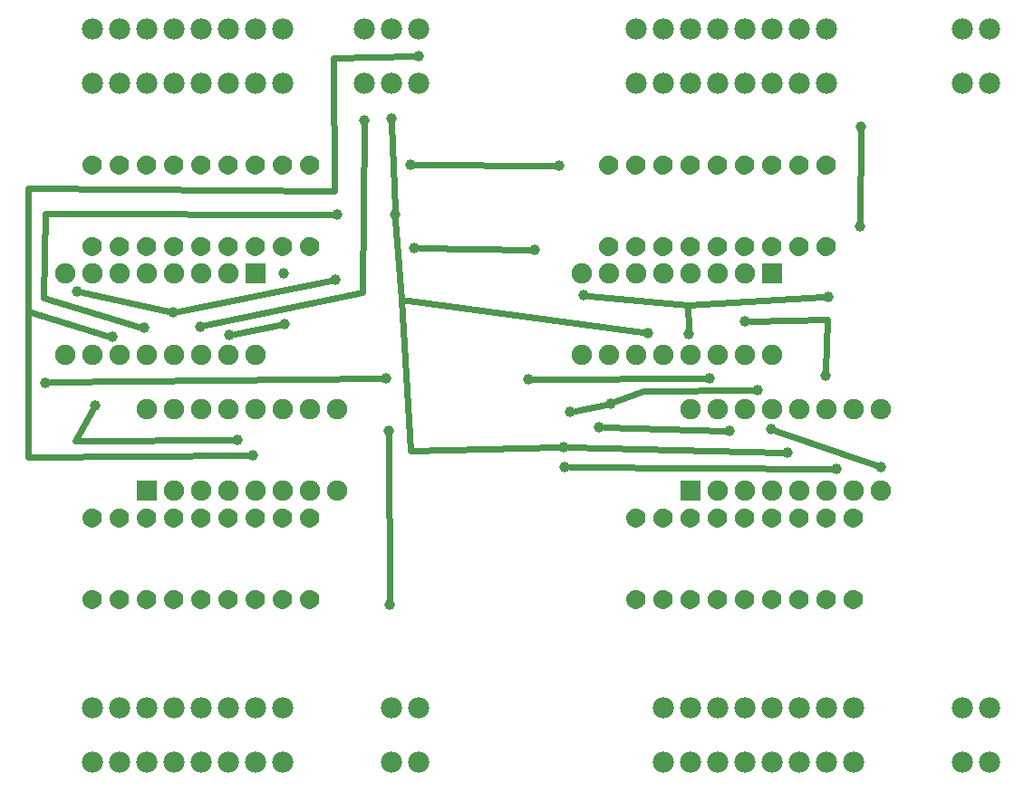
<source format=gtl>
G04 MADE WITH FRITZING*
G04 WWW.FRITZING.ORG*
G04 DOUBLE SIDED*
G04 HOLES PLATED*
G04 CONTOUR ON CENTER OF CONTOUR VECTOR*
%ASAXBY*%
%FSLAX23Y23*%
%MOIN*%
%OFA0B0*%
%SFA1.0B1.0*%
%ADD10C,0.039370*%
%ADD11C,0.078000*%
%ADD12C,0.070000*%
%ADD13C,0.075000*%
%ADD14R,0.075000X0.075000*%
%ADD15C,0.024000*%
%ADD16R,0.001000X0.001000*%
%LNCOPPER1*%
G90*
G70*
G54D10*
X3051Y1986D03*
X1437Y852D03*
X1546Y2871D03*
X1345Y2634D03*
X1444Y2641D03*
X1239Y2049D03*
X934Y1402D03*
X878Y1458D03*
X2153Y1990D03*
X1971Y2157D03*
X2062Y2467D03*
X172Y1669D03*
X1425Y1685D03*
X3168Y2245D03*
X3171Y2613D03*
X2842Y1498D03*
X3245Y1359D03*
X3042Y1694D03*
X2793Y1640D03*
X2388Y1851D03*
X535Y1870D03*
X643Y1928D03*
X742Y1876D03*
X848Y1846D03*
X418Y1837D03*
X290Y2005D03*
X2538Y1847D03*
X2615Y1686D03*
X1947Y1682D03*
X2103Y1560D03*
X2688Y1490D03*
X2210Y1505D03*
X2902Y1412D03*
X3081Y1351D03*
X2083Y1359D03*
X1052Y1884D03*
X1047Y2072D03*
X354Y1585D03*
X1244Y2288D03*
X1458Y2288D03*
X1530Y2165D03*
X1514Y2471D03*
X2745Y1895D03*
X2078Y1430D03*
X1434Y1490D03*
X2253Y1593D03*
G54D11*
X2344Y2770D03*
X2444Y2770D03*
X2544Y2770D03*
X2644Y2770D03*
X2744Y2770D03*
X2844Y2770D03*
X2944Y2770D03*
X3044Y2770D03*
X2344Y2970D03*
X2444Y2970D03*
X2544Y2970D03*
X2644Y2970D03*
X2744Y2970D03*
X2844Y2970D03*
X2944Y2970D03*
X3044Y2970D03*
X344Y2770D03*
X444Y2770D03*
X544Y2770D03*
X644Y2770D03*
X744Y2770D03*
X844Y2770D03*
X944Y2770D03*
X1044Y2770D03*
X344Y2970D03*
X444Y2970D03*
X544Y2970D03*
X644Y2970D03*
X744Y2970D03*
X844Y2970D03*
X944Y2970D03*
X1044Y2970D03*
X3544Y2770D03*
X3644Y2770D03*
X1544Y470D03*
X1444Y470D03*
X3544Y470D03*
X3644Y470D03*
X1344Y2770D03*
X1444Y2770D03*
X1544Y2770D03*
G54D12*
X2244Y2170D03*
X2444Y2470D03*
X2344Y2170D03*
X2544Y2470D03*
X2444Y2170D03*
X2644Y2470D03*
X2544Y2170D03*
X2744Y2470D03*
X2644Y2170D03*
X2844Y2470D03*
X2744Y2170D03*
X2944Y2470D03*
X2844Y2170D03*
X3044Y2170D03*
X2944Y2170D03*
X3044Y2470D03*
X2244Y2470D03*
X2344Y2470D03*
X344Y2170D03*
X544Y2470D03*
X444Y2170D03*
X644Y2470D03*
X544Y2170D03*
X744Y2470D03*
X644Y2170D03*
X844Y2470D03*
X744Y2170D03*
X944Y2470D03*
X844Y2170D03*
X1044Y2470D03*
X944Y2170D03*
X1144Y2170D03*
X1044Y2170D03*
X1144Y2470D03*
X344Y2470D03*
X444Y2470D03*
G54D13*
X2844Y2070D03*
X2844Y1770D03*
X2744Y2070D03*
X2744Y1770D03*
X2644Y2070D03*
X2644Y1770D03*
X2544Y2070D03*
X2544Y1770D03*
X2444Y2070D03*
X2444Y1770D03*
X2344Y2070D03*
X2344Y1770D03*
X2244Y2070D03*
X2244Y1770D03*
X2144Y2070D03*
X2144Y1770D03*
X944Y2070D03*
X944Y1770D03*
X844Y2070D03*
X844Y1770D03*
X744Y2070D03*
X744Y1770D03*
X644Y2070D03*
X644Y1770D03*
X544Y2070D03*
X544Y1770D03*
X444Y2070D03*
X444Y1770D03*
X344Y2070D03*
X344Y1770D03*
X244Y2070D03*
X244Y1770D03*
G54D11*
X1344Y2970D03*
X1444Y2970D03*
X1544Y2970D03*
X3644Y2970D03*
X3544Y2970D03*
X1544Y270D03*
X1444Y270D03*
X3544Y270D03*
X3644Y270D03*
X1044Y470D03*
X944Y470D03*
X844Y470D03*
X744Y470D03*
X644Y470D03*
X544Y470D03*
X444Y470D03*
X344Y470D03*
X3144Y470D03*
X3044Y470D03*
X2944Y470D03*
X2844Y470D03*
X2744Y470D03*
X2644Y470D03*
X2544Y470D03*
X2444Y470D03*
G54D12*
X1144Y1170D03*
X944Y870D03*
X1044Y1170D03*
X844Y870D03*
X944Y1170D03*
X744Y870D03*
X844Y1170D03*
X644Y870D03*
X744Y1170D03*
X544Y870D03*
X644Y1170D03*
X444Y870D03*
X544Y1170D03*
X344Y1170D03*
X444Y1170D03*
X344Y870D03*
X1144Y870D03*
X1044Y870D03*
X3144Y1170D03*
X2944Y870D03*
X3044Y1170D03*
X2844Y870D03*
X2944Y1170D03*
X2744Y870D03*
X2844Y1170D03*
X2644Y870D03*
X2744Y1170D03*
X2544Y870D03*
X2644Y1170D03*
X2444Y870D03*
X2544Y1170D03*
X2344Y1170D03*
X2444Y1170D03*
X2344Y870D03*
X3144Y870D03*
X3044Y870D03*
G54D13*
X544Y1270D03*
X544Y1570D03*
X644Y1270D03*
X644Y1570D03*
X744Y1270D03*
X744Y1570D03*
X844Y1270D03*
X844Y1570D03*
X944Y1270D03*
X944Y1570D03*
X1044Y1270D03*
X1044Y1570D03*
X1144Y1270D03*
X1144Y1570D03*
X1244Y1270D03*
X1244Y1570D03*
X2544Y1270D03*
X2544Y1570D03*
X2644Y1270D03*
X2644Y1570D03*
X2744Y1270D03*
X2744Y1570D03*
X2844Y1270D03*
X2844Y1570D03*
X2944Y1270D03*
X2944Y1570D03*
X3044Y1270D03*
X3044Y1570D03*
X3144Y1270D03*
X3144Y1570D03*
X3244Y1270D03*
X3244Y1570D03*
G54D11*
X1044Y270D03*
X944Y270D03*
X844Y270D03*
X744Y270D03*
X644Y270D03*
X544Y270D03*
X444Y270D03*
X344Y270D03*
X3144Y270D03*
X3044Y270D03*
X2944Y270D03*
X2844Y270D03*
X2744Y270D03*
X2644Y270D03*
X2544Y270D03*
X2444Y270D03*
G54D14*
X2844Y2070D03*
X944Y2070D03*
X544Y1270D03*
X2544Y1270D03*
G54D15*
X282Y1454D02*
X345Y1568D01*
D02*
X1406Y1685D02*
X191Y1670D01*
D02*
X3171Y2594D02*
X3169Y2264D01*
D02*
X2122Y1564D02*
X2234Y1589D01*
D02*
X2596Y1686D02*
X1966Y1683D01*
D02*
X2229Y1504D02*
X2669Y1491D01*
D02*
X2860Y1491D02*
X3227Y1365D01*
D02*
X2097Y1430D02*
X2883Y1412D01*
D02*
X3062Y1352D02*
X2102Y1359D01*
D02*
X624Y1932D02*
X309Y2001D01*
D02*
X662Y1932D02*
X1221Y2045D01*
D02*
X1434Y1471D02*
X1437Y871D01*
D02*
X1232Y2864D02*
X1527Y2870D01*
D02*
X107Y1931D02*
X107Y2384D01*
D02*
X915Y1402D02*
X107Y1394D01*
D02*
X107Y1394D02*
X107Y1931D01*
D02*
X107Y2384D02*
X1235Y2376D01*
D02*
X1235Y2376D02*
X1232Y2864D01*
D02*
X1033Y1880D02*
X867Y1849D01*
D02*
X1339Y2002D02*
X761Y1880D01*
D02*
X1345Y2615D02*
X1339Y2002D01*
D02*
X1225Y2288D02*
X171Y2292D01*
D02*
X171Y2292D02*
X164Y1980D01*
D02*
X164Y1980D02*
X516Y1876D01*
D02*
X1444Y2622D02*
X1457Y2307D01*
D02*
X859Y1458D02*
X282Y1454D01*
D02*
X107Y1931D02*
X400Y1843D01*
D02*
X1533Y2471D02*
X2043Y2467D01*
D02*
X2369Y1854D02*
X1482Y1974D01*
D02*
X1952Y2158D02*
X1549Y2165D01*
D02*
X1482Y1974D02*
X1460Y2269D01*
D02*
X2535Y1956D02*
X2172Y1989D01*
D02*
X2535Y1956D02*
X2537Y1866D01*
D02*
X3032Y1985D02*
X2535Y1956D01*
D02*
X1514Y1418D02*
X2059Y1430D01*
D02*
X1482Y1974D02*
X1514Y1418D01*
D02*
X2764Y1895D02*
X3047Y1903D01*
D02*
X3047Y1903D02*
X3043Y1713D01*
D02*
X2372Y1639D02*
X2774Y1640D01*
D02*
X2271Y1600D02*
X2372Y1639D01*
G54D16*
X339Y2505D02*
X348Y2505D01*
X439Y2505D02*
X448Y2505D01*
X539Y2505D02*
X548Y2505D01*
X639Y2505D02*
X648Y2505D01*
X739Y2505D02*
X748Y2505D01*
X839Y2505D02*
X848Y2505D01*
X939Y2505D02*
X948Y2505D01*
X1039Y2505D02*
X1048Y2505D01*
X1139Y2505D02*
X1148Y2505D01*
X2238Y2505D02*
X2248Y2505D01*
X2338Y2505D02*
X2348Y2505D01*
X2438Y2505D02*
X2448Y2505D01*
X2538Y2505D02*
X2548Y2505D01*
X2638Y2505D02*
X2648Y2505D01*
X2738Y2505D02*
X2748Y2505D01*
X2838Y2505D02*
X2848Y2505D01*
X2938Y2505D02*
X2947Y2505D01*
X3038Y2505D02*
X3047Y2505D01*
X335Y2504D02*
X352Y2504D01*
X435Y2504D02*
X452Y2504D01*
X535Y2504D02*
X552Y2504D01*
X635Y2504D02*
X652Y2504D01*
X735Y2504D02*
X752Y2504D01*
X835Y2504D02*
X852Y2504D01*
X935Y2504D02*
X952Y2504D01*
X1035Y2504D02*
X1052Y2504D01*
X1135Y2504D02*
X1152Y2504D01*
X2234Y2504D02*
X2252Y2504D01*
X2334Y2504D02*
X2352Y2504D01*
X2434Y2504D02*
X2452Y2504D01*
X2534Y2504D02*
X2552Y2504D01*
X2634Y2504D02*
X2652Y2504D01*
X2734Y2504D02*
X2752Y2504D01*
X2834Y2504D02*
X2852Y2504D01*
X2934Y2504D02*
X2952Y2504D01*
X3034Y2504D02*
X3052Y2504D01*
X332Y2503D02*
X355Y2503D01*
X432Y2503D02*
X455Y2503D01*
X532Y2503D02*
X555Y2503D01*
X632Y2503D02*
X655Y2503D01*
X732Y2503D02*
X755Y2503D01*
X832Y2503D02*
X855Y2503D01*
X932Y2503D02*
X955Y2503D01*
X1032Y2503D02*
X1055Y2503D01*
X1132Y2503D02*
X1155Y2503D01*
X2232Y2503D02*
X2254Y2503D01*
X2332Y2503D02*
X2354Y2503D01*
X2432Y2503D02*
X2454Y2503D01*
X2532Y2503D02*
X2554Y2503D01*
X2632Y2503D02*
X2654Y2503D01*
X2732Y2503D02*
X2754Y2503D01*
X2832Y2503D02*
X2854Y2503D01*
X2932Y2503D02*
X2954Y2503D01*
X3031Y2503D02*
X3054Y2503D01*
X330Y2502D02*
X357Y2502D01*
X430Y2502D02*
X457Y2502D01*
X530Y2502D02*
X557Y2502D01*
X630Y2502D02*
X657Y2502D01*
X730Y2502D02*
X757Y2502D01*
X830Y2502D02*
X857Y2502D01*
X930Y2502D02*
X957Y2502D01*
X1030Y2502D02*
X1057Y2502D01*
X1130Y2502D02*
X1157Y2502D01*
X2229Y2502D02*
X2257Y2502D01*
X2329Y2502D02*
X2357Y2502D01*
X2429Y2502D02*
X2457Y2502D01*
X2529Y2502D02*
X2557Y2502D01*
X2629Y2502D02*
X2657Y2502D01*
X2729Y2502D02*
X2757Y2502D01*
X2829Y2502D02*
X2857Y2502D01*
X2929Y2502D02*
X2957Y2502D01*
X3029Y2502D02*
X3057Y2502D01*
X328Y2501D02*
X359Y2501D01*
X428Y2501D02*
X459Y2501D01*
X528Y2501D02*
X559Y2501D01*
X628Y2501D02*
X659Y2501D01*
X728Y2501D02*
X759Y2501D01*
X828Y2501D02*
X859Y2501D01*
X928Y2501D02*
X959Y2501D01*
X1028Y2501D02*
X1059Y2501D01*
X1128Y2501D02*
X1159Y2501D01*
X2228Y2501D02*
X2259Y2501D01*
X2327Y2501D02*
X2359Y2501D01*
X2427Y2501D02*
X2459Y2501D01*
X2527Y2501D02*
X2559Y2501D01*
X2627Y2501D02*
X2658Y2501D01*
X2727Y2501D02*
X2758Y2501D01*
X2827Y2501D02*
X2858Y2501D01*
X2927Y2501D02*
X2958Y2501D01*
X3027Y2501D02*
X3058Y2501D01*
X326Y2500D02*
X360Y2500D01*
X426Y2500D02*
X460Y2500D01*
X526Y2500D02*
X560Y2500D01*
X626Y2500D02*
X660Y2500D01*
X726Y2500D02*
X760Y2500D01*
X826Y2500D02*
X860Y2500D01*
X926Y2500D02*
X960Y2500D01*
X1026Y2500D02*
X1060Y2500D01*
X1126Y2500D02*
X1160Y2500D01*
X2226Y2500D02*
X2260Y2500D01*
X2326Y2500D02*
X2360Y2500D01*
X2426Y2500D02*
X2460Y2500D01*
X2526Y2500D02*
X2560Y2500D01*
X2626Y2500D02*
X2660Y2500D01*
X2726Y2500D02*
X2760Y2500D01*
X2826Y2500D02*
X2860Y2500D01*
X2926Y2500D02*
X2960Y2500D01*
X3026Y2500D02*
X3060Y2500D01*
X325Y2499D02*
X362Y2499D01*
X425Y2499D02*
X462Y2499D01*
X525Y2499D02*
X562Y2499D01*
X625Y2499D02*
X662Y2499D01*
X725Y2499D02*
X762Y2499D01*
X825Y2499D02*
X862Y2499D01*
X925Y2499D02*
X962Y2499D01*
X1025Y2499D02*
X1062Y2499D01*
X1125Y2499D02*
X1162Y2499D01*
X2224Y2499D02*
X2262Y2499D01*
X2324Y2499D02*
X2362Y2499D01*
X2424Y2499D02*
X2462Y2499D01*
X2524Y2499D02*
X2562Y2499D01*
X2624Y2499D02*
X2662Y2499D01*
X2724Y2499D02*
X2762Y2499D01*
X2824Y2499D02*
X2862Y2499D01*
X2924Y2499D02*
X2962Y2499D01*
X3024Y2499D02*
X3062Y2499D01*
X323Y2498D02*
X363Y2498D01*
X423Y2498D02*
X463Y2498D01*
X523Y2498D02*
X563Y2498D01*
X623Y2498D02*
X663Y2498D01*
X723Y2498D02*
X763Y2498D01*
X823Y2498D02*
X863Y2498D01*
X923Y2498D02*
X963Y2498D01*
X1023Y2498D02*
X1063Y2498D01*
X1123Y2498D02*
X1163Y2498D01*
X2223Y2498D02*
X2263Y2498D01*
X2323Y2498D02*
X2363Y2498D01*
X2423Y2498D02*
X2463Y2498D01*
X2523Y2498D02*
X2563Y2498D01*
X2623Y2498D02*
X2663Y2498D01*
X2723Y2498D02*
X2763Y2498D01*
X2823Y2498D02*
X2863Y2498D01*
X2923Y2498D02*
X2963Y2498D01*
X3023Y2498D02*
X3063Y2498D01*
X322Y2497D02*
X365Y2497D01*
X422Y2497D02*
X465Y2497D01*
X522Y2497D02*
X565Y2497D01*
X622Y2497D02*
X665Y2497D01*
X722Y2497D02*
X765Y2497D01*
X822Y2497D02*
X865Y2497D01*
X922Y2497D02*
X964Y2497D01*
X1022Y2497D02*
X1064Y2497D01*
X1122Y2497D02*
X1164Y2497D01*
X2222Y2497D02*
X2264Y2497D01*
X2322Y2497D02*
X2364Y2497D01*
X2422Y2497D02*
X2464Y2497D01*
X2522Y2497D02*
X2564Y2497D01*
X2622Y2497D02*
X2664Y2497D01*
X2722Y2497D02*
X2764Y2497D01*
X2822Y2497D02*
X2864Y2497D01*
X2922Y2497D02*
X2964Y2497D01*
X3022Y2497D02*
X3064Y2497D01*
X321Y2496D02*
X366Y2496D01*
X421Y2496D02*
X466Y2496D01*
X521Y2496D02*
X566Y2496D01*
X621Y2496D02*
X666Y2496D01*
X721Y2496D02*
X766Y2496D01*
X821Y2496D02*
X866Y2496D01*
X921Y2496D02*
X966Y2496D01*
X1021Y2496D02*
X1066Y2496D01*
X1121Y2496D02*
X1166Y2496D01*
X2221Y2496D02*
X2265Y2496D01*
X2321Y2496D02*
X2365Y2496D01*
X2421Y2496D02*
X2465Y2496D01*
X2521Y2496D02*
X2565Y2496D01*
X2621Y2496D02*
X2665Y2496D01*
X2721Y2496D02*
X2765Y2496D01*
X2821Y2496D02*
X2865Y2496D01*
X2921Y2496D02*
X2965Y2496D01*
X3021Y2496D02*
X3065Y2496D01*
X320Y2495D02*
X367Y2495D01*
X420Y2495D02*
X467Y2495D01*
X520Y2495D02*
X567Y2495D01*
X620Y2495D02*
X667Y2495D01*
X720Y2495D02*
X767Y2495D01*
X820Y2495D02*
X867Y2495D01*
X920Y2495D02*
X967Y2495D01*
X1020Y2495D02*
X1067Y2495D01*
X1120Y2495D02*
X1167Y2495D01*
X2220Y2495D02*
X2266Y2495D01*
X2320Y2495D02*
X2366Y2495D01*
X2420Y2495D02*
X2466Y2495D01*
X2520Y2495D02*
X2566Y2495D01*
X2620Y2495D02*
X2666Y2495D01*
X2720Y2495D02*
X2766Y2495D01*
X2820Y2495D02*
X2866Y2495D01*
X2919Y2495D02*
X2966Y2495D01*
X3019Y2495D02*
X3066Y2495D01*
X319Y2494D02*
X368Y2494D01*
X419Y2494D02*
X468Y2494D01*
X519Y2494D02*
X568Y2494D01*
X619Y2494D02*
X668Y2494D01*
X719Y2494D02*
X768Y2494D01*
X819Y2494D02*
X868Y2494D01*
X919Y2494D02*
X968Y2494D01*
X1019Y2494D02*
X1068Y2494D01*
X1119Y2494D02*
X1168Y2494D01*
X2219Y2494D02*
X2267Y2494D01*
X2319Y2494D02*
X2367Y2494D01*
X2419Y2494D02*
X2467Y2494D01*
X2519Y2494D02*
X2567Y2494D01*
X2619Y2494D02*
X2667Y2494D01*
X2719Y2494D02*
X2767Y2494D01*
X2819Y2494D02*
X2867Y2494D01*
X2919Y2494D02*
X2967Y2494D01*
X3019Y2494D02*
X3067Y2494D01*
X318Y2493D02*
X369Y2493D01*
X418Y2493D02*
X469Y2493D01*
X518Y2493D02*
X569Y2493D01*
X618Y2493D02*
X669Y2493D01*
X718Y2493D02*
X769Y2493D01*
X818Y2493D02*
X869Y2493D01*
X918Y2493D02*
X969Y2493D01*
X1018Y2493D02*
X1069Y2493D01*
X1118Y2493D02*
X1169Y2493D01*
X2218Y2493D02*
X2268Y2493D01*
X2318Y2493D02*
X2368Y2493D01*
X2418Y2493D02*
X2468Y2493D01*
X2518Y2493D02*
X2568Y2493D01*
X2618Y2493D02*
X2668Y2493D01*
X2718Y2493D02*
X2768Y2493D01*
X2818Y2493D02*
X2868Y2493D01*
X2918Y2493D02*
X2968Y2493D01*
X3018Y2493D02*
X3068Y2493D01*
X317Y2492D02*
X370Y2492D01*
X417Y2492D02*
X470Y2492D01*
X517Y2492D02*
X570Y2492D01*
X617Y2492D02*
X669Y2492D01*
X717Y2492D02*
X769Y2492D01*
X817Y2492D02*
X869Y2492D01*
X917Y2492D02*
X969Y2492D01*
X1017Y2492D02*
X1069Y2492D01*
X1117Y2492D02*
X1169Y2492D01*
X2217Y2492D02*
X2269Y2492D01*
X2317Y2492D02*
X2369Y2492D01*
X2417Y2492D02*
X2469Y2492D01*
X2517Y2492D02*
X2569Y2492D01*
X2617Y2492D02*
X2669Y2492D01*
X2717Y2492D02*
X2769Y2492D01*
X2817Y2492D02*
X2869Y2492D01*
X2917Y2492D02*
X2969Y2492D01*
X3017Y2492D02*
X3069Y2492D01*
X316Y2491D02*
X370Y2491D01*
X416Y2491D02*
X470Y2491D01*
X516Y2491D02*
X570Y2491D01*
X616Y2491D02*
X670Y2491D01*
X716Y2491D02*
X770Y2491D01*
X816Y2491D02*
X870Y2491D01*
X916Y2491D02*
X970Y2491D01*
X1016Y2491D02*
X1070Y2491D01*
X1116Y2491D02*
X1170Y2491D01*
X2216Y2491D02*
X2270Y2491D01*
X2316Y2491D02*
X2370Y2491D01*
X2416Y2491D02*
X2470Y2491D01*
X2516Y2491D02*
X2570Y2491D01*
X2616Y2491D02*
X2670Y2491D01*
X2716Y2491D02*
X2770Y2491D01*
X2816Y2491D02*
X2870Y2491D01*
X2916Y2491D02*
X2970Y2491D01*
X3016Y2491D02*
X3070Y2491D01*
X316Y2490D02*
X371Y2490D01*
X416Y2490D02*
X471Y2490D01*
X516Y2490D02*
X571Y2490D01*
X616Y2490D02*
X671Y2490D01*
X716Y2490D02*
X771Y2490D01*
X816Y2490D02*
X871Y2490D01*
X916Y2490D02*
X971Y2490D01*
X1015Y2490D02*
X1071Y2490D01*
X1115Y2490D02*
X1171Y2490D01*
X2215Y2490D02*
X2271Y2490D01*
X2315Y2490D02*
X2371Y2490D01*
X2415Y2490D02*
X2471Y2490D01*
X2515Y2490D02*
X2571Y2490D01*
X2615Y2490D02*
X2671Y2490D01*
X2715Y2490D02*
X2771Y2490D01*
X2815Y2490D02*
X2871Y2490D01*
X2915Y2490D02*
X2971Y2490D01*
X3015Y2490D02*
X3071Y2490D01*
X315Y2489D02*
X372Y2489D01*
X415Y2489D02*
X472Y2489D01*
X515Y2489D02*
X572Y2489D01*
X615Y2489D02*
X672Y2489D01*
X715Y2489D02*
X772Y2489D01*
X815Y2489D02*
X872Y2489D01*
X915Y2489D02*
X972Y2489D01*
X1015Y2489D02*
X1072Y2489D01*
X1115Y2489D02*
X1172Y2489D01*
X2215Y2489D02*
X2271Y2489D01*
X2315Y2489D02*
X2371Y2489D01*
X2415Y2489D02*
X2471Y2489D01*
X2515Y2489D02*
X2571Y2489D01*
X2615Y2489D02*
X2671Y2489D01*
X2715Y2489D02*
X2771Y2489D01*
X2814Y2489D02*
X2871Y2489D01*
X2914Y2489D02*
X2971Y2489D01*
X3014Y2489D02*
X3071Y2489D01*
X314Y2488D02*
X372Y2488D01*
X414Y2488D02*
X472Y2488D01*
X514Y2488D02*
X572Y2488D01*
X614Y2488D02*
X672Y2488D01*
X714Y2488D02*
X772Y2488D01*
X814Y2488D02*
X872Y2488D01*
X914Y2488D02*
X972Y2488D01*
X1014Y2488D02*
X1072Y2488D01*
X1114Y2488D02*
X1172Y2488D01*
X2214Y2488D02*
X2272Y2488D01*
X2314Y2488D02*
X2372Y2488D01*
X2414Y2488D02*
X2472Y2488D01*
X2514Y2488D02*
X2572Y2488D01*
X2614Y2488D02*
X2672Y2488D01*
X2714Y2488D02*
X2772Y2488D01*
X2814Y2488D02*
X2872Y2488D01*
X2914Y2488D02*
X2972Y2488D01*
X3014Y2488D02*
X3072Y2488D01*
X314Y2487D02*
X373Y2487D01*
X414Y2487D02*
X473Y2487D01*
X514Y2487D02*
X573Y2487D01*
X614Y2487D02*
X673Y2487D01*
X714Y2487D02*
X773Y2487D01*
X814Y2487D02*
X873Y2487D01*
X914Y2487D02*
X973Y2487D01*
X1014Y2487D02*
X1073Y2487D01*
X1113Y2487D02*
X1173Y2487D01*
X2213Y2487D02*
X2273Y2487D01*
X2313Y2487D02*
X2373Y2487D01*
X2413Y2487D02*
X2473Y2487D01*
X2513Y2487D02*
X2573Y2487D01*
X2613Y2487D02*
X2673Y2487D01*
X2713Y2487D02*
X2773Y2487D01*
X2813Y2487D02*
X2873Y2487D01*
X2913Y2487D02*
X2973Y2487D01*
X3013Y2487D02*
X3073Y2487D01*
X313Y2486D02*
X374Y2486D01*
X413Y2486D02*
X474Y2486D01*
X513Y2486D02*
X574Y2486D01*
X613Y2486D02*
X674Y2486D01*
X713Y2486D02*
X774Y2486D01*
X813Y2486D02*
X874Y2486D01*
X913Y2486D02*
X974Y2486D01*
X1013Y2486D02*
X1074Y2486D01*
X1113Y2486D02*
X1173Y2486D01*
X2213Y2486D02*
X2273Y2486D01*
X2313Y2486D02*
X2373Y2486D01*
X2413Y2486D02*
X2473Y2486D01*
X2513Y2486D02*
X2573Y2486D01*
X2613Y2486D02*
X2673Y2486D01*
X2713Y2486D02*
X2773Y2486D01*
X2813Y2486D02*
X2873Y2486D01*
X2913Y2486D02*
X2973Y2486D01*
X3013Y2486D02*
X3073Y2486D01*
X313Y2485D02*
X338Y2485D01*
X348Y2485D02*
X374Y2485D01*
X413Y2485D02*
X438Y2485D01*
X448Y2485D02*
X474Y2485D01*
X513Y2485D02*
X538Y2485D01*
X548Y2485D02*
X574Y2485D01*
X612Y2485D02*
X638Y2485D01*
X648Y2485D02*
X674Y2485D01*
X712Y2485D02*
X738Y2485D01*
X748Y2485D02*
X774Y2485D01*
X812Y2485D02*
X838Y2485D01*
X848Y2485D02*
X874Y2485D01*
X912Y2485D02*
X938Y2485D01*
X948Y2485D02*
X974Y2485D01*
X1012Y2485D02*
X1038Y2485D01*
X1048Y2485D02*
X1074Y2485D01*
X1112Y2485D02*
X1138Y2485D01*
X1148Y2485D02*
X1174Y2485D01*
X2212Y2485D02*
X2238Y2485D01*
X2248Y2485D02*
X2274Y2485D01*
X2312Y2485D02*
X2338Y2485D01*
X2348Y2485D02*
X2374Y2485D01*
X2412Y2485D02*
X2438Y2485D01*
X2448Y2485D02*
X2474Y2485D01*
X2512Y2485D02*
X2538Y2485D01*
X2548Y2485D02*
X2574Y2485D01*
X2612Y2485D02*
X2638Y2485D01*
X2648Y2485D02*
X2674Y2485D01*
X2712Y2485D02*
X2738Y2485D01*
X2748Y2485D02*
X2774Y2485D01*
X2812Y2485D02*
X2838Y2485D01*
X2848Y2485D02*
X2874Y2485D01*
X2912Y2485D02*
X2938Y2485D01*
X2948Y2485D02*
X2974Y2485D01*
X3012Y2485D02*
X3038Y2485D01*
X3048Y2485D02*
X3074Y2485D01*
X312Y2484D02*
X335Y2484D01*
X351Y2484D02*
X375Y2484D01*
X412Y2484D02*
X435Y2484D01*
X451Y2484D02*
X475Y2484D01*
X512Y2484D02*
X535Y2484D01*
X551Y2484D02*
X575Y2484D01*
X612Y2484D02*
X635Y2484D01*
X651Y2484D02*
X675Y2484D01*
X712Y2484D02*
X735Y2484D01*
X751Y2484D02*
X775Y2484D01*
X812Y2484D02*
X835Y2484D01*
X851Y2484D02*
X875Y2484D01*
X912Y2484D02*
X935Y2484D01*
X951Y2484D02*
X975Y2484D01*
X1012Y2484D02*
X1035Y2484D01*
X1051Y2484D02*
X1075Y2484D01*
X1112Y2484D02*
X1135Y2484D01*
X1151Y2484D02*
X1175Y2484D01*
X2212Y2484D02*
X2235Y2484D01*
X2251Y2484D02*
X2274Y2484D01*
X2312Y2484D02*
X2335Y2484D01*
X2351Y2484D02*
X2374Y2484D01*
X2412Y2484D02*
X2435Y2484D01*
X2451Y2484D02*
X2474Y2484D01*
X2512Y2484D02*
X2535Y2484D01*
X2551Y2484D02*
X2574Y2484D01*
X2612Y2484D02*
X2635Y2484D01*
X2651Y2484D02*
X2674Y2484D01*
X2712Y2484D02*
X2735Y2484D01*
X2751Y2484D02*
X2774Y2484D01*
X2812Y2484D02*
X2835Y2484D01*
X2851Y2484D02*
X2874Y2484D01*
X2912Y2484D02*
X2935Y2484D01*
X2951Y2484D02*
X2974Y2484D01*
X3012Y2484D02*
X3035Y2484D01*
X3051Y2484D02*
X3074Y2484D01*
X312Y2483D02*
X333Y2483D01*
X353Y2483D02*
X375Y2483D01*
X412Y2483D02*
X433Y2483D01*
X453Y2483D02*
X475Y2483D01*
X512Y2483D02*
X533Y2483D01*
X553Y2483D02*
X575Y2483D01*
X612Y2483D02*
X633Y2483D01*
X653Y2483D02*
X675Y2483D01*
X712Y2483D02*
X733Y2483D01*
X753Y2483D02*
X775Y2483D01*
X811Y2483D02*
X833Y2483D01*
X853Y2483D02*
X875Y2483D01*
X911Y2483D02*
X933Y2483D01*
X953Y2483D02*
X975Y2483D01*
X1011Y2483D02*
X1033Y2483D01*
X1053Y2483D02*
X1075Y2483D01*
X1111Y2483D02*
X1133Y2483D01*
X1153Y2483D02*
X1175Y2483D01*
X2211Y2483D02*
X2233Y2483D01*
X2253Y2483D02*
X2275Y2483D01*
X2311Y2483D02*
X2333Y2483D01*
X2353Y2483D02*
X2375Y2483D01*
X2411Y2483D02*
X2433Y2483D01*
X2453Y2483D02*
X2475Y2483D01*
X2511Y2483D02*
X2533Y2483D01*
X2553Y2483D02*
X2575Y2483D01*
X2611Y2483D02*
X2633Y2483D01*
X2653Y2483D02*
X2675Y2483D01*
X2711Y2483D02*
X2733Y2483D01*
X2753Y2483D02*
X2775Y2483D01*
X2811Y2483D02*
X2833Y2483D01*
X2853Y2483D02*
X2875Y2483D01*
X2911Y2483D02*
X2933Y2483D01*
X2953Y2483D02*
X2975Y2483D01*
X3011Y2483D02*
X3033Y2483D01*
X3053Y2483D02*
X3075Y2483D01*
X311Y2482D02*
X332Y2482D01*
X354Y2482D02*
X376Y2482D01*
X411Y2482D02*
X432Y2482D01*
X454Y2482D02*
X475Y2482D01*
X511Y2482D02*
X532Y2482D01*
X554Y2482D02*
X575Y2482D01*
X611Y2482D02*
X632Y2482D01*
X654Y2482D02*
X675Y2482D01*
X711Y2482D02*
X732Y2482D01*
X754Y2482D02*
X775Y2482D01*
X811Y2482D02*
X832Y2482D01*
X854Y2482D02*
X875Y2482D01*
X911Y2482D02*
X932Y2482D01*
X954Y2482D02*
X975Y2482D01*
X1011Y2482D02*
X1032Y2482D01*
X1054Y2482D02*
X1075Y2482D01*
X1111Y2482D02*
X1132Y2482D01*
X1154Y2482D02*
X1175Y2482D01*
X2211Y2482D02*
X2232Y2482D01*
X2254Y2482D02*
X2275Y2482D01*
X2311Y2482D02*
X2332Y2482D01*
X2354Y2482D02*
X2375Y2482D01*
X2411Y2482D02*
X2432Y2482D01*
X2454Y2482D02*
X2475Y2482D01*
X2511Y2482D02*
X2532Y2482D01*
X2554Y2482D02*
X2575Y2482D01*
X2611Y2482D02*
X2632Y2482D01*
X2654Y2482D02*
X2675Y2482D01*
X2711Y2482D02*
X2732Y2482D01*
X2754Y2482D02*
X2775Y2482D01*
X2811Y2482D02*
X2832Y2482D01*
X2854Y2482D02*
X2875Y2482D01*
X2911Y2482D02*
X2932Y2482D01*
X2954Y2482D02*
X2975Y2482D01*
X3011Y2482D02*
X3032Y2482D01*
X3054Y2482D02*
X3075Y2482D01*
X311Y2481D02*
X331Y2481D01*
X355Y2481D02*
X376Y2481D01*
X411Y2481D02*
X431Y2481D01*
X455Y2481D02*
X476Y2481D01*
X511Y2481D02*
X531Y2481D01*
X555Y2481D02*
X576Y2481D01*
X611Y2481D02*
X631Y2481D01*
X655Y2481D02*
X676Y2481D01*
X711Y2481D02*
X731Y2481D01*
X755Y2481D02*
X776Y2481D01*
X811Y2481D02*
X831Y2481D01*
X855Y2481D02*
X876Y2481D01*
X911Y2481D02*
X931Y2481D01*
X955Y2481D02*
X976Y2481D01*
X1011Y2481D02*
X1031Y2481D01*
X1055Y2481D02*
X1076Y2481D01*
X1111Y2481D02*
X1131Y2481D01*
X1155Y2481D02*
X1176Y2481D01*
X2210Y2481D02*
X2231Y2481D01*
X2255Y2481D02*
X2276Y2481D01*
X2310Y2481D02*
X2331Y2481D01*
X2355Y2481D02*
X2376Y2481D01*
X2410Y2481D02*
X2431Y2481D01*
X2455Y2481D02*
X2476Y2481D01*
X2510Y2481D02*
X2531Y2481D01*
X2555Y2481D02*
X2576Y2481D01*
X2610Y2481D02*
X2631Y2481D01*
X2655Y2481D02*
X2676Y2481D01*
X2710Y2481D02*
X2731Y2481D01*
X2755Y2481D02*
X2776Y2481D01*
X2810Y2481D02*
X2831Y2481D01*
X2855Y2481D02*
X2875Y2481D01*
X2910Y2481D02*
X2931Y2481D01*
X2955Y2481D02*
X2975Y2481D01*
X3010Y2481D02*
X3031Y2481D01*
X3055Y2481D02*
X3075Y2481D01*
X310Y2480D02*
X330Y2480D01*
X356Y2480D02*
X376Y2480D01*
X410Y2480D02*
X430Y2480D01*
X456Y2480D02*
X476Y2480D01*
X510Y2480D02*
X530Y2480D01*
X556Y2480D02*
X576Y2480D01*
X610Y2480D02*
X630Y2480D01*
X656Y2480D02*
X676Y2480D01*
X710Y2480D02*
X730Y2480D01*
X756Y2480D02*
X776Y2480D01*
X810Y2480D02*
X830Y2480D01*
X856Y2480D02*
X876Y2480D01*
X910Y2480D02*
X930Y2480D01*
X956Y2480D02*
X976Y2480D01*
X1010Y2480D02*
X1030Y2480D01*
X1056Y2480D02*
X1076Y2480D01*
X1110Y2480D02*
X1130Y2480D01*
X1156Y2480D02*
X1176Y2480D01*
X2210Y2480D02*
X2230Y2480D01*
X2256Y2480D02*
X2276Y2480D01*
X2310Y2480D02*
X2330Y2480D01*
X2356Y2480D02*
X2376Y2480D01*
X2410Y2480D02*
X2430Y2480D01*
X2456Y2480D02*
X2476Y2480D01*
X2510Y2480D02*
X2530Y2480D01*
X2556Y2480D02*
X2576Y2480D01*
X2610Y2480D02*
X2630Y2480D01*
X2656Y2480D02*
X2676Y2480D01*
X2710Y2480D02*
X2730Y2480D01*
X2756Y2480D02*
X2776Y2480D01*
X2810Y2480D02*
X2830Y2480D01*
X2856Y2480D02*
X2876Y2480D01*
X2910Y2480D02*
X2930Y2480D01*
X2956Y2480D02*
X2976Y2480D01*
X3010Y2480D02*
X3030Y2480D01*
X3056Y2480D02*
X3076Y2480D01*
X310Y2479D02*
X330Y2479D01*
X357Y2479D02*
X377Y2479D01*
X410Y2479D02*
X430Y2479D01*
X457Y2479D02*
X477Y2479D01*
X510Y2479D02*
X530Y2479D01*
X557Y2479D02*
X577Y2479D01*
X610Y2479D02*
X630Y2479D01*
X657Y2479D02*
X676Y2479D01*
X710Y2479D02*
X730Y2479D01*
X757Y2479D02*
X776Y2479D01*
X810Y2479D02*
X830Y2479D01*
X857Y2479D02*
X876Y2479D01*
X910Y2479D02*
X930Y2479D01*
X957Y2479D02*
X976Y2479D01*
X1010Y2479D02*
X1030Y2479D01*
X1057Y2479D02*
X1076Y2479D01*
X1110Y2479D02*
X1130Y2479D01*
X1157Y2479D02*
X1176Y2479D01*
X2210Y2479D02*
X2230Y2479D01*
X2257Y2479D02*
X2276Y2479D01*
X2310Y2479D02*
X2329Y2479D01*
X2357Y2479D02*
X2376Y2479D01*
X2410Y2479D02*
X2429Y2479D01*
X2457Y2479D02*
X2476Y2479D01*
X2510Y2479D02*
X2529Y2479D01*
X2557Y2479D02*
X2576Y2479D01*
X2610Y2479D02*
X2629Y2479D01*
X2656Y2479D02*
X2676Y2479D01*
X2710Y2479D02*
X2729Y2479D01*
X2756Y2479D02*
X2776Y2479D01*
X2810Y2479D02*
X2829Y2479D01*
X2856Y2479D02*
X2876Y2479D01*
X2910Y2479D02*
X2929Y2479D01*
X2956Y2479D02*
X2976Y2479D01*
X3010Y2479D02*
X3029Y2479D01*
X3056Y2479D02*
X3076Y2479D01*
X310Y2478D02*
X329Y2478D01*
X357Y2478D02*
X377Y2478D01*
X410Y2478D02*
X429Y2478D01*
X457Y2478D02*
X477Y2478D01*
X510Y2478D02*
X529Y2478D01*
X557Y2478D02*
X577Y2478D01*
X610Y2478D02*
X629Y2478D01*
X657Y2478D02*
X677Y2478D01*
X710Y2478D02*
X729Y2478D01*
X757Y2478D02*
X777Y2478D01*
X810Y2478D02*
X829Y2478D01*
X857Y2478D02*
X877Y2478D01*
X910Y2478D02*
X929Y2478D01*
X957Y2478D02*
X977Y2478D01*
X1010Y2478D02*
X1029Y2478D01*
X1057Y2478D02*
X1077Y2478D01*
X1110Y2478D02*
X1129Y2478D01*
X1157Y2478D02*
X1177Y2478D01*
X2210Y2478D02*
X2229Y2478D01*
X2257Y2478D02*
X2277Y2478D01*
X2310Y2478D02*
X2329Y2478D01*
X2357Y2478D02*
X2377Y2478D01*
X2410Y2478D02*
X2429Y2478D01*
X2457Y2478D02*
X2476Y2478D01*
X2509Y2478D02*
X2529Y2478D01*
X2557Y2478D02*
X2576Y2478D01*
X2609Y2478D02*
X2629Y2478D01*
X2657Y2478D02*
X2676Y2478D01*
X2709Y2478D02*
X2729Y2478D01*
X2757Y2478D02*
X2776Y2478D01*
X2809Y2478D02*
X2829Y2478D01*
X2857Y2478D02*
X2876Y2478D01*
X2909Y2478D02*
X2929Y2478D01*
X2957Y2478D02*
X2976Y2478D01*
X3009Y2478D02*
X3029Y2478D01*
X3057Y2478D02*
X3076Y2478D01*
X310Y2477D02*
X329Y2477D01*
X358Y2477D02*
X377Y2477D01*
X410Y2477D02*
X429Y2477D01*
X458Y2477D02*
X477Y2477D01*
X510Y2477D02*
X529Y2477D01*
X558Y2477D02*
X577Y2477D01*
X610Y2477D02*
X629Y2477D01*
X658Y2477D02*
X677Y2477D01*
X710Y2477D02*
X729Y2477D01*
X758Y2477D02*
X777Y2477D01*
X810Y2477D02*
X829Y2477D01*
X858Y2477D02*
X877Y2477D01*
X909Y2477D02*
X929Y2477D01*
X958Y2477D02*
X977Y2477D01*
X1009Y2477D02*
X1029Y2477D01*
X1058Y2477D02*
X1077Y2477D01*
X1109Y2477D02*
X1129Y2477D01*
X1158Y2477D02*
X1177Y2477D01*
X2209Y2477D02*
X2229Y2477D01*
X2257Y2477D02*
X2277Y2477D01*
X2309Y2477D02*
X2329Y2477D01*
X2357Y2477D02*
X2377Y2477D01*
X2409Y2477D02*
X2429Y2477D01*
X2457Y2477D02*
X2477Y2477D01*
X2509Y2477D02*
X2529Y2477D01*
X2557Y2477D02*
X2577Y2477D01*
X2609Y2477D02*
X2629Y2477D01*
X2657Y2477D02*
X2677Y2477D01*
X2709Y2477D02*
X2728Y2477D01*
X2757Y2477D02*
X2777Y2477D01*
X2809Y2477D02*
X2828Y2477D01*
X2857Y2477D02*
X2877Y2477D01*
X2909Y2477D02*
X2928Y2477D01*
X2957Y2477D02*
X2977Y2477D01*
X3009Y2477D02*
X3028Y2477D01*
X3057Y2477D02*
X3077Y2477D01*
X309Y2476D02*
X329Y2476D01*
X358Y2476D02*
X377Y2476D01*
X409Y2476D02*
X429Y2476D01*
X458Y2476D02*
X477Y2476D01*
X509Y2476D02*
X529Y2476D01*
X558Y2476D02*
X577Y2476D01*
X609Y2476D02*
X629Y2476D01*
X658Y2476D02*
X677Y2476D01*
X709Y2476D02*
X729Y2476D01*
X758Y2476D02*
X777Y2476D01*
X809Y2476D02*
X829Y2476D01*
X858Y2476D02*
X877Y2476D01*
X909Y2476D02*
X929Y2476D01*
X958Y2476D02*
X977Y2476D01*
X1009Y2476D02*
X1028Y2476D01*
X1058Y2476D02*
X1077Y2476D01*
X1109Y2476D02*
X1128Y2476D01*
X1158Y2476D02*
X1177Y2476D01*
X2209Y2476D02*
X2228Y2476D01*
X2258Y2476D02*
X2277Y2476D01*
X2309Y2476D02*
X2328Y2476D01*
X2358Y2476D02*
X2377Y2476D01*
X2409Y2476D02*
X2428Y2476D01*
X2458Y2476D02*
X2477Y2476D01*
X2509Y2476D02*
X2528Y2476D01*
X2558Y2476D02*
X2577Y2476D01*
X2609Y2476D02*
X2628Y2476D01*
X2658Y2476D02*
X2677Y2476D01*
X2709Y2476D02*
X2728Y2476D01*
X2758Y2476D02*
X2777Y2476D01*
X2809Y2476D02*
X2828Y2476D01*
X2858Y2476D02*
X2877Y2476D01*
X2909Y2476D02*
X2928Y2476D01*
X2958Y2476D02*
X2977Y2476D01*
X3009Y2476D02*
X3028Y2476D01*
X3058Y2476D02*
X3077Y2476D01*
X309Y2475D02*
X328Y2475D01*
X358Y2475D02*
X377Y2475D01*
X409Y2475D02*
X428Y2475D01*
X458Y2475D02*
X477Y2475D01*
X509Y2475D02*
X528Y2475D01*
X558Y2475D02*
X577Y2475D01*
X609Y2475D02*
X628Y2475D01*
X658Y2475D02*
X677Y2475D01*
X709Y2475D02*
X728Y2475D01*
X758Y2475D02*
X777Y2475D01*
X809Y2475D02*
X828Y2475D01*
X858Y2475D02*
X877Y2475D01*
X909Y2475D02*
X928Y2475D01*
X958Y2475D02*
X977Y2475D01*
X1009Y2475D02*
X1028Y2475D01*
X1058Y2475D02*
X1077Y2475D01*
X1109Y2475D02*
X1128Y2475D01*
X1158Y2475D02*
X1177Y2475D01*
X2209Y2475D02*
X2228Y2475D01*
X2258Y2475D02*
X2277Y2475D01*
X2309Y2475D02*
X2328Y2475D01*
X2358Y2475D02*
X2377Y2475D01*
X2409Y2475D02*
X2428Y2475D01*
X2458Y2475D02*
X2477Y2475D01*
X2509Y2475D02*
X2528Y2475D01*
X2558Y2475D02*
X2577Y2475D01*
X2609Y2475D02*
X2628Y2475D01*
X2658Y2475D02*
X2677Y2475D01*
X2709Y2475D02*
X2728Y2475D01*
X2758Y2475D02*
X2777Y2475D01*
X2809Y2475D02*
X2828Y2475D01*
X2858Y2475D02*
X2877Y2475D01*
X2909Y2475D02*
X2928Y2475D01*
X2958Y2475D02*
X2977Y2475D01*
X3009Y2475D02*
X3028Y2475D01*
X3058Y2475D02*
X3077Y2475D01*
X309Y2474D02*
X328Y2474D01*
X359Y2474D02*
X378Y2474D01*
X409Y2474D02*
X428Y2474D01*
X459Y2474D02*
X478Y2474D01*
X509Y2474D02*
X528Y2474D01*
X559Y2474D02*
X578Y2474D01*
X609Y2474D02*
X628Y2474D01*
X659Y2474D02*
X678Y2474D01*
X709Y2474D02*
X728Y2474D01*
X758Y2474D02*
X778Y2474D01*
X809Y2474D02*
X828Y2474D01*
X858Y2474D02*
X878Y2474D01*
X909Y2474D02*
X928Y2474D01*
X958Y2474D02*
X978Y2474D01*
X1009Y2474D02*
X1028Y2474D01*
X1058Y2474D02*
X1077Y2474D01*
X1109Y2474D02*
X1128Y2474D01*
X1158Y2474D02*
X1177Y2474D01*
X2209Y2474D02*
X2228Y2474D01*
X2258Y2474D02*
X2277Y2474D01*
X2309Y2474D02*
X2328Y2474D01*
X2358Y2474D02*
X2377Y2474D01*
X2409Y2474D02*
X2428Y2474D01*
X2458Y2474D02*
X2477Y2474D01*
X2509Y2474D02*
X2528Y2474D01*
X2558Y2474D02*
X2577Y2474D01*
X2609Y2474D02*
X2628Y2474D01*
X2658Y2474D02*
X2677Y2474D01*
X2709Y2474D02*
X2728Y2474D01*
X2758Y2474D02*
X2777Y2474D01*
X2809Y2474D02*
X2828Y2474D01*
X2858Y2474D02*
X2877Y2474D01*
X2909Y2474D02*
X2928Y2474D01*
X2958Y2474D02*
X2977Y2474D01*
X3009Y2474D02*
X3028Y2474D01*
X3058Y2474D02*
X3077Y2474D01*
X309Y2473D02*
X328Y2473D01*
X359Y2473D02*
X378Y2473D01*
X409Y2473D02*
X428Y2473D01*
X459Y2473D02*
X478Y2473D01*
X509Y2473D02*
X528Y2473D01*
X559Y2473D02*
X578Y2473D01*
X609Y2473D02*
X628Y2473D01*
X659Y2473D02*
X678Y2473D01*
X709Y2473D02*
X728Y2473D01*
X759Y2473D02*
X778Y2473D01*
X809Y2473D02*
X828Y2473D01*
X859Y2473D02*
X878Y2473D01*
X909Y2473D02*
X928Y2473D01*
X959Y2473D02*
X978Y2473D01*
X1009Y2473D02*
X1028Y2473D01*
X1059Y2473D02*
X1078Y2473D01*
X1109Y2473D02*
X1128Y2473D01*
X1159Y2473D02*
X1178Y2473D01*
X2209Y2473D02*
X2228Y2473D01*
X2258Y2473D02*
X2277Y2473D01*
X2309Y2473D02*
X2328Y2473D01*
X2358Y2473D02*
X2377Y2473D01*
X2409Y2473D02*
X2428Y2473D01*
X2458Y2473D02*
X2477Y2473D01*
X2509Y2473D02*
X2528Y2473D01*
X2558Y2473D02*
X2577Y2473D01*
X2609Y2473D02*
X2628Y2473D01*
X2658Y2473D02*
X2677Y2473D01*
X2709Y2473D02*
X2728Y2473D01*
X2758Y2473D02*
X2777Y2473D01*
X2809Y2473D02*
X2828Y2473D01*
X2858Y2473D02*
X2877Y2473D01*
X2909Y2473D02*
X2928Y2473D01*
X2958Y2473D02*
X2977Y2473D01*
X3009Y2473D02*
X3028Y2473D01*
X3058Y2473D02*
X3077Y2473D01*
X309Y2472D02*
X328Y2472D01*
X359Y2472D02*
X378Y2472D01*
X409Y2472D02*
X428Y2472D01*
X459Y2472D02*
X478Y2472D01*
X509Y2472D02*
X528Y2472D01*
X559Y2472D02*
X578Y2472D01*
X609Y2472D02*
X628Y2472D01*
X659Y2472D02*
X678Y2472D01*
X709Y2472D02*
X728Y2472D01*
X759Y2472D02*
X778Y2472D01*
X809Y2472D02*
X828Y2472D01*
X859Y2472D02*
X878Y2472D01*
X909Y2472D02*
X928Y2472D01*
X959Y2472D02*
X978Y2472D01*
X1009Y2472D02*
X1028Y2472D01*
X1059Y2472D02*
X1078Y2472D01*
X1109Y2472D02*
X1128Y2472D01*
X1159Y2472D02*
X1178Y2472D01*
X2209Y2472D02*
X2228Y2472D01*
X2258Y2472D02*
X2277Y2472D01*
X2309Y2472D02*
X2328Y2472D01*
X2358Y2472D02*
X2377Y2472D01*
X2409Y2472D02*
X2428Y2472D01*
X2458Y2472D02*
X2477Y2472D01*
X2509Y2472D02*
X2528Y2472D01*
X2558Y2472D02*
X2577Y2472D01*
X2609Y2472D02*
X2628Y2472D01*
X2658Y2472D02*
X2677Y2472D01*
X2709Y2472D02*
X2728Y2472D01*
X2758Y2472D02*
X2777Y2472D01*
X2809Y2472D02*
X2828Y2472D01*
X2858Y2472D02*
X2877Y2472D01*
X2909Y2472D02*
X2928Y2472D01*
X2958Y2472D02*
X2977Y2472D01*
X3008Y2472D02*
X3028Y2472D01*
X3058Y2472D02*
X3077Y2472D01*
X309Y2471D02*
X328Y2471D01*
X359Y2471D02*
X378Y2471D01*
X409Y2471D02*
X428Y2471D01*
X459Y2471D02*
X478Y2471D01*
X509Y2471D02*
X528Y2471D01*
X559Y2471D02*
X578Y2471D01*
X609Y2471D02*
X628Y2471D01*
X659Y2471D02*
X678Y2471D01*
X709Y2471D02*
X728Y2471D01*
X759Y2471D02*
X778Y2471D01*
X809Y2471D02*
X828Y2471D01*
X859Y2471D02*
X878Y2471D01*
X909Y2471D02*
X928Y2471D01*
X959Y2471D02*
X978Y2471D01*
X1009Y2471D02*
X1028Y2471D01*
X1059Y2471D02*
X1078Y2471D01*
X1109Y2471D02*
X1128Y2471D01*
X1159Y2471D02*
X1178Y2471D01*
X2209Y2471D02*
X2228Y2471D01*
X2258Y2471D02*
X2278Y2471D01*
X2309Y2471D02*
X2328Y2471D01*
X2358Y2471D02*
X2377Y2471D01*
X2409Y2471D02*
X2428Y2471D01*
X2458Y2471D02*
X2477Y2471D01*
X2509Y2471D02*
X2528Y2471D01*
X2558Y2471D02*
X2577Y2471D01*
X2608Y2471D02*
X2628Y2471D01*
X2658Y2471D02*
X2677Y2471D01*
X2708Y2471D02*
X2727Y2471D01*
X2758Y2471D02*
X2777Y2471D01*
X2808Y2471D02*
X2827Y2471D01*
X2858Y2471D02*
X2877Y2471D01*
X2908Y2471D02*
X2927Y2471D01*
X2958Y2471D02*
X2977Y2471D01*
X3008Y2471D02*
X3027Y2471D01*
X3058Y2471D02*
X3077Y2471D01*
X309Y2470D02*
X328Y2470D01*
X359Y2470D02*
X378Y2470D01*
X409Y2470D02*
X428Y2470D01*
X459Y2470D02*
X478Y2470D01*
X509Y2470D02*
X528Y2470D01*
X559Y2470D02*
X578Y2470D01*
X609Y2470D02*
X628Y2470D01*
X659Y2470D02*
X678Y2470D01*
X709Y2470D02*
X728Y2470D01*
X759Y2470D02*
X778Y2470D01*
X809Y2470D02*
X828Y2470D01*
X859Y2470D02*
X878Y2470D01*
X909Y2470D02*
X928Y2470D01*
X959Y2470D02*
X978Y2470D01*
X1009Y2470D02*
X1028Y2470D01*
X1059Y2470D02*
X1078Y2470D01*
X1109Y2470D02*
X1128Y2470D01*
X1159Y2470D02*
X1178Y2470D01*
X2209Y2470D02*
X2228Y2470D01*
X2258Y2470D02*
X2278Y2470D01*
X2309Y2470D02*
X2328Y2470D01*
X2358Y2470D02*
X2377Y2470D01*
X2409Y2470D02*
X2428Y2470D01*
X2458Y2470D02*
X2477Y2470D01*
X2509Y2470D02*
X2528Y2470D01*
X2558Y2470D02*
X2577Y2470D01*
X2608Y2470D02*
X2628Y2470D01*
X2658Y2470D02*
X2677Y2470D01*
X2708Y2470D02*
X2727Y2470D01*
X2758Y2470D02*
X2777Y2470D01*
X2808Y2470D02*
X2827Y2470D01*
X2858Y2470D02*
X2877Y2470D01*
X2908Y2470D02*
X2927Y2470D01*
X2958Y2470D02*
X2977Y2470D01*
X3008Y2470D02*
X3027Y2470D01*
X3058Y2470D02*
X3077Y2470D01*
X309Y2469D02*
X328Y2469D01*
X359Y2469D02*
X378Y2469D01*
X409Y2469D02*
X428Y2469D01*
X459Y2469D02*
X478Y2469D01*
X509Y2469D02*
X528Y2469D01*
X559Y2469D02*
X578Y2469D01*
X609Y2469D02*
X628Y2469D01*
X659Y2469D02*
X678Y2469D01*
X709Y2469D02*
X728Y2469D01*
X759Y2469D02*
X778Y2469D01*
X809Y2469D02*
X828Y2469D01*
X859Y2469D02*
X878Y2469D01*
X909Y2469D02*
X928Y2469D01*
X959Y2469D02*
X978Y2469D01*
X1009Y2469D02*
X1028Y2469D01*
X1059Y2469D02*
X1078Y2469D01*
X1109Y2469D02*
X1128Y2469D01*
X1159Y2469D02*
X1178Y2469D01*
X2209Y2469D02*
X2228Y2469D01*
X2258Y2469D02*
X2277Y2469D01*
X2309Y2469D02*
X2328Y2469D01*
X2358Y2469D02*
X2377Y2469D01*
X2409Y2469D02*
X2428Y2469D01*
X2458Y2469D02*
X2477Y2469D01*
X2509Y2469D02*
X2528Y2469D01*
X2558Y2469D02*
X2577Y2469D01*
X2609Y2469D02*
X2628Y2469D01*
X2658Y2469D02*
X2677Y2469D01*
X2709Y2469D02*
X2728Y2469D01*
X2758Y2469D02*
X2777Y2469D01*
X2809Y2469D02*
X2828Y2469D01*
X2858Y2469D02*
X2877Y2469D01*
X2909Y2469D02*
X2928Y2469D01*
X2958Y2469D02*
X2977Y2469D01*
X3008Y2469D02*
X3028Y2469D01*
X3058Y2469D02*
X3077Y2469D01*
X309Y2468D02*
X328Y2468D01*
X359Y2468D02*
X378Y2468D01*
X409Y2468D02*
X428Y2468D01*
X459Y2468D02*
X478Y2468D01*
X509Y2468D02*
X528Y2468D01*
X559Y2468D02*
X578Y2468D01*
X609Y2468D02*
X628Y2468D01*
X659Y2468D02*
X678Y2468D01*
X709Y2468D02*
X728Y2468D01*
X759Y2468D02*
X778Y2468D01*
X809Y2468D02*
X828Y2468D01*
X859Y2468D02*
X878Y2468D01*
X909Y2468D02*
X928Y2468D01*
X959Y2468D02*
X978Y2468D01*
X1009Y2468D02*
X1028Y2468D01*
X1059Y2468D02*
X1078Y2468D01*
X1109Y2468D02*
X1128Y2468D01*
X1159Y2468D02*
X1178Y2468D01*
X2209Y2468D02*
X2228Y2468D01*
X2258Y2468D02*
X2277Y2468D01*
X2309Y2468D02*
X2328Y2468D01*
X2358Y2468D02*
X2377Y2468D01*
X2409Y2468D02*
X2428Y2468D01*
X2458Y2468D02*
X2477Y2468D01*
X2509Y2468D02*
X2528Y2468D01*
X2558Y2468D02*
X2577Y2468D01*
X2609Y2468D02*
X2628Y2468D01*
X2658Y2468D02*
X2677Y2468D01*
X2709Y2468D02*
X2728Y2468D01*
X2758Y2468D02*
X2777Y2468D01*
X2809Y2468D02*
X2828Y2468D01*
X2858Y2468D02*
X2877Y2468D01*
X2909Y2468D02*
X2928Y2468D01*
X2958Y2468D02*
X2977Y2468D01*
X3009Y2468D02*
X3028Y2468D01*
X3058Y2468D02*
X3077Y2468D01*
X309Y2467D02*
X328Y2467D01*
X359Y2467D02*
X378Y2467D01*
X409Y2467D02*
X428Y2467D01*
X459Y2467D02*
X478Y2467D01*
X509Y2467D02*
X528Y2467D01*
X559Y2467D02*
X578Y2467D01*
X609Y2467D02*
X628Y2467D01*
X659Y2467D02*
X678Y2467D01*
X709Y2467D02*
X728Y2467D01*
X758Y2467D02*
X778Y2467D01*
X809Y2467D02*
X828Y2467D01*
X858Y2467D02*
X878Y2467D01*
X909Y2467D02*
X928Y2467D01*
X958Y2467D02*
X978Y2467D01*
X1009Y2467D02*
X1028Y2467D01*
X1058Y2467D02*
X1078Y2467D01*
X1109Y2467D02*
X1128Y2467D01*
X1158Y2467D02*
X1177Y2467D01*
X2209Y2467D02*
X2228Y2467D01*
X2258Y2467D02*
X2277Y2467D01*
X2309Y2467D02*
X2328Y2467D01*
X2358Y2467D02*
X2377Y2467D01*
X2409Y2467D02*
X2428Y2467D01*
X2458Y2467D02*
X2477Y2467D01*
X2509Y2467D02*
X2528Y2467D01*
X2558Y2467D02*
X2577Y2467D01*
X2609Y2467D02*
X2628Y2467D01*
X2658Y2467D02*
X2677Y2467D01*
X2709Y2467D02*
X2728Y2467D01*
X2758Y2467D02*
X2777Y2467D01*
X2809Y2467D02*
X2828Y2467D01*
X2858Y2467D02*
X2877Y2467D01*
X2909Y2467D02*
X2928Y2467D01*
X2958Y2467D02*
X2977Y2467D01*
X3009Y2467D02*
X3028Y2467D01*
X3058Y2467D02*
X3077Y2467D01*
X309Y2466D02*
X328Y2466D01*
X358Y2466D02*
X377Y2466D01*
X409Y2466D02*
X428Y2466D01*
X458Y2466D02*
X477Y2466D01*
X509Y2466D02*
X528Y2466D01*
X558Y2466D02*
X577Y2466D01*
X609Y2466D02*
X628Y2466D01*
X658Y2466D02*
X677Y2466D01*
X709Y2466D02*
X728Y2466D01*
X758Y2466D02*
X777Y2466D01*
X809Y2466D02*
X828Y2466D01*
X858Y2466D02*
X877Y2466D01*
X909Y2466D02*
X928Y2466D01*
X958Y2466D02*
X977Y2466D01*
X1009Y2466D02*
X1028Y2466D01*
X1058Y2466D02*
X1077Y2466D01*
X1109Y2466D02*
X1128Y2466D01*
X1158Y2466D02*
X1177Y2466D01*
X2209Y2466D02*
X2228Y2466D01*
X2258Y2466D02*
X2277Y2466D01*
X2309Y2466D02*
X2328Y2466D01*
X2358Y2466D02*
X2377Y2466D01*
X2409Y2466D02*
X2428Y2466D01*
X2458Y2466D02*
X2477Y2466D01*
X2509Y2466D02*
X2528Y2466D01*
X2558Y2466D02*
X2577Y2466D01*
X2609Y2466D02*
X2628Y2466D01*
X2658Y2466D02*
X2677Y2466D01*
X2709Y2466D02*
X2728Y2466D01*
X2758Y2466D02*
X2777Y2466D01*
X2809Y2466D02*
X2828Y2466D01*
X2858Y2466D02*
X2877Y2466D01*
X2909Y2466D02*
X2928Y2466D01*
X2958Y2466D02*
X2977Y2466D01*
X3009Y2466D02*
X3028Y2466D01*
X3058Y2466D02*
X3077Y2466D01*
X309Y2465D02*
X329Y2465D01*
X358Y2465D02*
X377Y2465D01*
X409Y2465D02*
X429Y2465D01*
X458Y2465D02*
X477Y2465D01*
X509Y2465D02*
X529Y2465D01*
X558Y2465D02*
X577Y2465D01*
X609Y2465D02*
X629Y2465D01*
X658Y2465D02*
X677Y2465D01*
X709Y2465D02*
X729Y2465D01*
X758Y2465D02*
X777Y2465D01*
X809Y2465D02*
X829Y2465D01*
X858Y2465D02*
X877Y2465D01*
X909Y2465D02*
X929Y2465D01*
X958Y2465D02*
X977Y2465D01*
X1009Y2465D02*
X1028Y2465D01*
X1058Y2465D02*
X1077Y2465D01*
X1109Y2465D02*
X1128Y2465D01*
X1158Y2465D02*
X1177Y2465D01*
X2209Y2465D02*
X2228Y2465D01*
X2258Y2465D02*
X2277Y2465D01*
X2309Y2465D02*
X2328Y2465D01*
X2358Y2465D02*
X2377Y2465D01*
X2409Y2465D02*
X2428Y2465D01*
X2458Y2465D02*
X2477Y2465D01*
X2509Y2465D02*
X2528Y2465D01*
X2558Y2465D02*
X2577Y2465D01*
X2609Y2465D02*
X2628Y2465D01*
X2658Y2465D02*
X2677Y2465D01*
X2709Y2465D02*
X2728Y2465D01*
X2758Y2465D02*
X2777Y2465D01*
X2809Y2465D02*
X2828Y2465D01*
X2858Y2465D02*
X2877Y2465D01*
X2909Y2465D02*
X2928Y2465D01*
X2958Y2465D02*
X2977Y2465D01*
X3009Y2465D02*
X3028Y2465D01*
X3058Y2465D02*
X3077Y2465D01*
X310Y2464D02*
X329Y2464D01*
X358Y2464D02*
X377Y2464D01*
X410Y2464D02*
X429Y2464D01*
X458Y2464D02*
X477Y2464D01*
X510Y2464D02*
X529Y2464D01*
X558Y2464D02*
X577Y2464D01*
X610Y2464D02*
X629Y2464D01*
X658Y2464D02*
X677Y2464D01*
X710Y2464D02*
X729Y2464D01*
X758Y2464D02*
X777Y2464D01*
X810Y2464D02*
X829Y2464D01*
X858Y2464D02*
X877Y2464D01*
X909Y2464D02*
X929Y2464D01*
X958Y2464D02*
X977Y2464D01*
X1009Y2464D02*
X1029Y2464D01*
X1058Y2464D02*
X1077Y2464D01*
X1109Y2464D02*
X1129Y2464D01*
X1158Y2464D02*
X1177Y2464D01*
X2209Y2464D02*
X2229Y2464D01*
X2257Y2464D02*
X2277Y2464D01*
X2309Y2464D02*
X2329Y2464D01*
X2357Y2464D02*
X2377Y2464D01*
X2409Y2464D02*
X2429Y2464D01*
X2457Y2464D02*
X2477Y2464D01*
X2509Y2464D02*
X2529Y2464D01*
X2557Y2464D02*
X2577Y2464D01*
X2609Y2464D02*
X2629Y2464D01*
X2657Y2464D02*
X2677Y2464D01*
X2709Y2464D02*
X2728Y2464D01*
X2757Y2464D02*
X2777Y2464D01*
X2809Y2464D02*
X2828Y2464D01*
X2857Y2464D02*
X2877Y2464D01*
X2909Y2464D02*
X2928Y2464D01*
X2957Y2464D02*
X2977Y2464D01*
X3009Y2464D02*
X3028Y2464D01*
X3057Y2464D02*
X3077Y2464D01*
X310Y2463D02*
X329Y2463D01*
X357Y2463D02*
X377Y2463D01*
X410Y2463D02*
X429Y2463D01*
X457Y2463D02*
X477Y2463D01*
X510Y2463D02*
X529Y2463D01*
X557Y2463D02*
X577Y2463D01*
X610Y2463D02*
X629Y2463D01*
X657Y2463D02*
X677Y2463D01*
X710Y2463D02*
X729Y2463D01*
X757Y2463D02*
X777Y2463D01*
X810Y2463D02*
X829Y2463D01*
X857Y2463D02*
X877Y2463D01*
X910Y2463D02*
X929Y2463D01*
X957Y2463D02*
X977Y2463D01*
X1010Y2463D02*
X1029Y2463D01*
X1057Y2463D02*
X1077Y2463D01*
X1110Y2463D02*
X1129Y2463D01*
X1157Y2463D02*
X1177Y2463D01*
X2210Y2463D02*
X2229Y2463D01*
X2257Y2463D02*
X2277Y2463D01*
X2310Y2463D02*
X2329Y2463D01*
X2357Y2463D02*
X2377Y2463D01*
X2410Y2463D02*
X2429Y2463D01*
X2457Y2463D02*
X2476Y2463D01*
X2509Y2463D02*
X2529Y2463D01*
X2557Y2463D02*
X2576Y2463D01*
X2609Y2463D02*
X2629Y2463D01*
X2657Y2463D02*
X2676Y2463D01*
X2709Y2463D02*
X2729Y2463D01*
X2757Y2463D02*
X2776Y2463D01*
X2809Y2463D02*
X2829Y2463D01*
X2857Y2463D02*
X2876Y2463D01*
X2909Y2463D02*
X2929Y2463D01*
X2957Y2463D02*
X2976Y2463D01*
X3009Y2463D02*
X3029Y2463D01*
X3057Y2463D02*
X3076Y2463D01*
X310Y2462D02*
X330Y2462D01*
X357Y2462D02*
X377Y2462D01*
X410Y2462D02*
X430Y2462D01*
X457Y2462D02*
X477Y2462D01*
X510Y2462D02*
X530Y2462D01*
X557Y2462D02*
X577Y2462D01*
X610Y2462D02*
X630Y2462D01*
X657Y2462D02*
X676Y2462D01*
X710Y2462D02*
X730Y2462D01*
X757Y2462D02*
X776Y2462D01*
X810Y2462D02*
X830Y2462D01*
X857Y2462D02*
X876Y2462D01*
X910Y2462D02*
X930Y2462D01*
X957Y2462D02*
X976Y2462D01*
X1010Y2462D02*
X1030Y2462D01*
X1057Y2462D02*
X1076Y2462D01*
X1110Y2462D02*
X1130Y2462D01*
X1157Y2462D02*
X1176Y2462D01*
X2210Y2462D02*
X2229Y2462D01*
X2257Y2462D02*
X2276Y2462D01*
X2310Y2462D02*
X2329Y2462D01*
X2357Y2462D02*
X2376Y2462D01*
X2410Y2462D02*
X2429Y2462D01*
X2457Y2462D02*
X2476Y2462D01*
X2510Y2462D02*
X2529Y2462D01*
X2557Y2462D02*
X2576Y2462D01*
X2610Y2462D02*
X2629Y2462D01*
X2656Y2462D02*
X2676Y2462D01*
X2710Y2462D02*
X2729Y2462D01*
X2756Y2462D02*
X2776Y2462D01*
X2810Y2462D02*
X2829Y2462D01*
X2856Y2462D02*
X2876Y2462D01*
X2910Y2462D02*
X2929Y2462D01*
X2956Y2462D02*
X2976Y2462D01*
X3010Y2462D02*
X3029Y2462D01*
X3056Y2462D02*
X3076Y2462D01*
X310Y2461D02*
X330Y2461D01*
X356Y2461D02*
X376Y2461D01*
X410Y2461D02*
X430Y2461D01*
X456Y2461D02*
X476Y2461D01*
X510Y2461D02*
X530Y2461D01*
X556Y2461D02*
X576Y2461D01*
X610Y2461D02*
X630Y2461D01*
X656Y2461D02*
X676Y2461D01*
X710Y2461D02*
X730Y2461D01*
X756Y2461D02*
X776Y2461D01*
X810Y2461D02*
X830Y2461D01*
X856Y2461D02*
X876Y2461D01*
X910Y2461D02*
X930Y2461D01*
X956Y2461D02*
X976Y2461D01*
X1010Y2461D02*
X1030Y2461D01*
X1056Y2461D02*
X1076Y2461D01*
X1110Y2461D02*
X1130Y2461D01*
X1156Y2461D02*
X1176Y2461D01*
X2210Y2461D02*
X2230Y2461D01*
X2256Y2461D02*
X2276Y2461D01*
X2310Y2461D02*
X2330Y2461D01*
X2356Y2461D02*
X2376Y2461D01*
X2410Y2461D02*
X2430Y2461D01*
X2456Y2461D02*
X2476Y2461D01*
X2510Y2461D02*
X2530Y2461D01*
X2556Y2461D02*
X2576Y2461D01*
X2610Y2461D02*
X2630Y2461D01*
X2656Y2461D02*
X2676Y2461D01*
X2710Y2461D02*
X2730Y2461D01*
X2756Y2461D02*
X2776Y2461D01*
X2810Y2461D02*
X2830Y2461D01*
X2856Y2461D02*
X2876Y2461D01*
X2910Y2461D02*
X2930Y2461D01*
X2956Y2461D02*
X2976Y2461D01*
X3010Y2461D02*
X3030Y2461D01*
X3056Y2461D02*
X3076Y2461D01*
X311Y2460D02*
X331Y2460D01*
X355Y2460D02*
X376Y2460D01*
X411Y2460D02*
X431Y2460D01*
X455Y2460D02*
X476Y2460D01*
X511Y2460D02*
X531Y2460D01*
X555Y2460D02*
X576Y2460D01*
X611Y2460D02*
X631Y2460D01*
X655Y2460D02*
X676Y2460D01*
X711Y2460D02*
X731Y2460D01*
X755Y2460D02*
X776Y2460D01*
X811Y2460D02*
X831Y2460D01*
X855Y2460D02*
X876Y2460D01*
X911Y2460D02*
X931Y2460D01*
X955Y2460D02*
X976Y2460D01*
X1011Y2460D02*
X1031Y2460D01*
X1055Y2460D02*
X1076Y2460D01*
X1111Y2460D02*
X1131Y2460D01*
X1155Y2460D02*
X1176Y2460D01*
X2210Y2460D02*
X2231Y2460D01*
X2255Y2460D02*
X2276Y2460D01*
X2310Y2460D02*
X2331Y2460D01*
X2355Y2460D02*
X2376Y2460D01*
X2410Y2460D02*
X2431Y2460D01*
X2455Y2460D02*
X2476Y2460D01*
X2510Y2460D02*
X2531Y2460D01*
X2555Y2460D02*
X2576Y2460D01*
X2610Y2460D02*
X2631Y2460D01*
X2655Y2460D02*
X2676Y2460D01*
X2710Y2460D02*
X2731Y2460D01*
X2755Y2460D02*
X2776Y2460D01*
X2810Y2460D02*
X2831Y2460D01*
X2855Y2460D02*
X2875Y2460D01*
X2910Y2460D02*
X2931Y2460D01*
X2955Y2460D02*
X2975Y2460D01*
X3010Y2460D02*
X3031Y2460D01*
X3055Y2460D02*
X3075Y2460D01*
X311Y2459D02*
X332Y2459D01*
X354Y2459D02*
X376Y2459D01*
X411Y2459D02*
X432Y2459D01*
X454Y2459D02*
X475Y2459D01*
X511Y2459D02*
X532Y2459D01*
X554Y2459D02*
X575Y2459D01*
X611Y2459D02*
X632Y2459D01*
X654Y2459D02*
X675Y2459D01*
X711Y2459D02*
X732Y2459D01*
X754Y2459D02*
X775Y2459D01*
X811Y2459D02*
X832Y2459D01*
X854Y2459D02*
X875Y2459D01*
X911Y2459D02*
X932Y2459D01*
X954Y2459D02*
X975Y2459D01*
X1011Y2459D02*
X1032Y2459D01*
X1054Y2459D02*
X1075Y2459D01*
X1111Y2459D02*
X1132Y2459D01*
X1154Y2459D02*
X1175Y2459D01*
X2211Y2459D02*
X2232Y2459D01*
X2254Y2459D02*
X2275Y2459D01*
X2311Y2459D02*
X2332Y2459D01*
X2354Y2459D02*
X2375Y2459D01*
X2411Y2459D02*
X2432Y2459D01*
X2454Y2459D02*
X2475Y2459D01*
X2511Y2459D02*
X2532Y2459D01*
X2554Y2459D02*
X2575Y2459D01*
X2611Y2459D02*
X2632Y2459D01*
X2654Y2459D02*
X2675Y2459D01*
X2711Y2459D02*
X2732Y2459D01*
X2754Y2459D02*
X2775Y2459D01*
X2811Y2459D02*
X2832Y2459D01*
X2854Y2459D02*
X2875Y2459D01*
X2911Y2459D02*
X2932Y2459D01*
X2954Y2459D02*
X2975Y2459D01*
X3011Y2459D02*
X3032Y2459D01*
X3054Y2459D02*
X3075Y2459D01*
X312Y2458D02*
X333Y2458D01*
X353Y2458D02*
X375Y2458D01*
X412Y2458D02*
X433Y2458D01*
X453Y2458D02*
X475Y2458D01*
X512Y2458D02*
X533Y2458D01*
X553Y2458D02*
X575Y2458D01*
X612Y2458D02*
X633Y2458D01*
X653Y2458D02*
X675Y2458D01*
X712Y2458D02*
X733Y2458D01*
X753Y2458D02*
X775Y2458D01*
X811Y2458D02*
X833Y2458D01*
X853Y2458D02*
X875Y2458D01*
X911Y2458D02*
X933Y2458D01*
X953Y2458D02*
X975Y2458D01*
X1011Y2458D02*
X1033Y2458D01*
X1053Y2458D02*
X1075Y2458D01*
X1111Y2458D02*
X1133Y2458D01*
X1153Y2458D02*
X1175Y2458D01*
X2211Y2458D02*
X2233Y2458D01*
X2253Y2458D02*
X2275Y2458D01*
X2311Y2458D02*
X2333Y2458D01*
X2353Y2458D02*
X2375Y2458D01*
X2411Y2458D02*
X2433Y2458D01*
X2453Y2458D02*
X2475Y2458D01*
X2511Y2458D02*
X2533Y2458D01*
X2553Y2458D02*
X2575Y2458D01*
X2611Y2458D02*
X2633Y2458D01*
X2653Y2458D02*
X2675Y2458D01*
X2711Y2458D02*
X2733Y2458D01*
X2753Y2458D02*
X2775Y2458D01*
X2811Y2458D02*
X2833Y2458D01*
X2853Y2458D02*
X2875Y2458D01*
X2911Y2458D02*
X2933Y2458D01*
X2953Y2458D02*
X2975Y2458D01*
X3011Y2458D02*
X3033Y2458D01*
X3053Y2458D02*
X3075Y2458D01*
X312Y2457D02*
X335Y2457D01*
X351Y2457D02*
X375Y2457D01*
X412Y2457D02*
X435Y2457D01*
X451Y2457D02*
X475Y2457D01*
X512Y2457D02*
X535Y2457D01*
X551Y2457D02*
X575Y2457D01*
X612Y2457D02*
X635Y2457D01*
X651Y2457D02*
X675Y2457D01*
X712Y2457D02*
X735Y2457D01*
X751Y2457D02*
X775Y2457D01*
X812Y2457D02*
X835Y2457D01*
X851Y2457D02*
X875Y2457D01*
X912Y2457D02*
X935Y2457D01*
X951Y2457D02*
X975Y2457D01*
X1012Y2457D02*
X1035Y2457D01*
X1051Y2457D02*
X1075Y2457D01*
X1112Y2457D02*
X1135Y2457D01*
X1151Y2457D02*
X1175Y2457D01*
X2212Y2457D02*
X2235Y2457D01*
X2251Y2457D02*
X2274Y2457D01*
X2312Y2457D02*
X2335Y2457D01*
X2351Y2457D02*
X2374Y2457D01*
X2412Y2457D02*
X2435Y2457D01*
X2451Y2457D02*
X2474Y2457D01*
X2512Y2457D02*
X2535Y2457D01*
X2551Y2457D02*
X2574Y2457D01*
X2612Y2457D02*
X2635Y2457D01*
X2651Y2457D02*
X2674Y2457D01*
X2712Y2457D02*
X2735Y2457D01*
X2751Y2457D02*
X2774Y2457D01*
X2812Y2457D02*
X2835Y2457D01*
X2851Y2457D02*
X2874Y2457D01*
X2912Y2457D02*
X2935Y2457D01*
X2951Y2457D02*
X2974Y2457D01*
X3012Y2457D02*
X3035Y2457D01*
X3051Y2457D02*
X3074Y2457D01*
X313Y2456D02*
X338Y2456D01*
X348Y2456D02*
X374Y2456D01*
X413Y2456D02*
X438Y2456D01*
X448Y2456D02*
X474Y2456D01*
X513Y2456D02*
X538Y2456D01*
X548Y2456D02*
X574Y2456D01*
X612Y2456D02*
X638Y2456D01*
X648Y2456D02*
X674Y2456D01*
X712Y2456D02*
X738Y2456D01*
X748Y2456D02*
X774Y2456D01*
X812Y2456D02*
X838Y2456D01*
X848Y2456D02*
X874Y2456D01*
X912Y2456D02*
X938Y2456D01*
X948Y2456D02*
X974Y2456D01*
X1012Y2456D02*
X1038Y2456D01*
X1048Y2456D02*
X1074Y2456D01*
X1112Y2456D02*
X1138Y2456D01*
X1148Y2456D02*
X1174Y2456D01*
X2212Y2456D02*
X2238Y2456D01*
X2248Y2456D02*
X2274Y2456D01*
X2312Y2456D02*
X2338Y2456D01*
X2348Y2456D02*
X2374Y2456D01*
X2412Y2456D02*
X2438Y2456D01*
X2448Y2456D02*
X2474Y2456D01*
X2512Y2456D02*
X2538Y2456D01*
X2548Y2456D02*
X2574Y2456D01*
X2612Y2456D02*
X2638Y2456D01*
X2648Y2456D02*
X2674Y2456D01*
X2712Y2456D02*
X2738Y2456D01*
X2748Y2456D02*
X2774Y2456D01*
X2812Y2456D02*
X2838Y2456D01*
X2848Y2456D02*
X2874Y2456D01*
X2912Y2456D02*
X2938Y2456D01*
X2948Y2456D02*
X2974Y2456D01*
X3012Y2456D02*
X3038Y2456D01*
X3048Y2456D02*
X3074Y2456D01*
X313Y2455D02*
X374Y2455D01*
X413Y2455D02*
X474Y2455D01*
X513Y2455D02*
X574Y2455D01*
X613Y2455D02*
X674Y2455D01*
X713Y2455D02*
X774Y2455D01*
X813Y2455D02*
X874Y2455D01*
X913Y2455D02*
X974Y2455D01*
X1013Y2455D02*
X1074Y2455D01*
X1113Y2455D02*
X1174Y2455D01*
X2213Y2455D02*
X2273Y2455D01*
X2313Y2455D02*
X2373Y2455D01*
X2413Y2455D02*
X2473Y2455D01*
X2513Y2455D02*
X2573Y2455D01*
X2613Y2455D02*
X2673Y2455D01*
X2713Y2455D02*
X2773Y2455D01*
X2813Y2455D02*
X2873Y2455D01*
X2913Y2455D02*
X2973Y2455D01*
X3013Y2455D02*
X3073Y2455D01*
X314Y2454D02*
X373Y2454D01*
X414Y2454D02*
X473Y2454D01*
X514Y2454D02*
X573Y2454D01*
X614Y2454D02*
X673Y2454D01*
X714Y2454D02*
X773Y2454D01*
X814Y2454D02*
X873Y2454D01*
X914Y2454D02*
X973Y2454D01*
X1013Y2454D02*
X1073Y2454D01*
X1113Y2454D02*
X1173Y2454D01*
X2213Y2454D02*
X2273Y2454D01*
X2313Y2454D02*
X2373Y2454D01*
X2413Y2454D02*
X2473Y2454D01*
X2513Y2454D02*
X2573Y2454D01*
X2613Y2454D02*
X2673Y2454D01*
X2713Y2454D02*
X2773Y2454D01*
X2813Y2454D02*
X2873Y2454D01*
X2913Y2454D02*
X2973Y2454D01*
X3013Y2454D02*
X3073Y2454D01*
X314Y2453D02*
X372Y2453D01*
X414Y2453D02*
X472Y2453D01*
X514Y2453D02*
X572Y2453D01*
X614Y2453D02*
X672Y2453D01*
X714Y2453D02*
X772Y2453D01*
X814Y2453D02*
X872Y2453D01*
X914Y2453D02*
X972Y2453D01*
X1014Y2453D02*
X1072Y2453D01*
X1114Y2453D02*
X1172Y2453D01*
X2214Y2453D02*
X2272Y2453D01*
X2314Y2453D02*
X2372Y2453D01*
X2414Y2453D02*
X2472Y2453D01*
X2514Y2453D02*
X2572Y2453D01*
X2614Y2453D02*
X2672Y2453D01*
X2714Y2453D02*
X2772Y2453D01*
X2814Y2453D02*
X2872Y2453D01*
X2914Y2453D02*
X2972Y2453D01*
X3014Y2453D02*
X3072Y2453D01*
X315Y2452D02*
X372Y2452D01*
X415Y2452D02*
X472Y2452D01*
X515Y2452D02*
X572Y2452D01*
X615Y2452D02*
X672Y2452D01*
X715Y2452D02*
X772Y2452D01*
X815Y2452D02*
X872Y2452D01*
X915Y2452D02*
X972Y2452D01*
X1015Y2452D02*
X1072Y2452D01*
X1115Y2452D02*
X1172Y2452D01*
X2215Y2452D02*
X2271Y2452D01*
X2315Y2452D02*
X2371Y2452D01*
X2415Y2452D02*
X2471Y2452D01*
X2515Y2452D02*
X2571Y2452D01*
X2615Y2452D02*
X2671Y2452D01*
X2714Y2452D02*
X2771Y2452D01*
X2814Y2452D02*
X2871Y2452D01*
X2914Y2452D02*
X2971Y2452D01*
X3014Y2452D02*
X3071Y2452D01*
X316Y2451D02*
X371Y2451D01*
X416Y2451D02*
X471Y2451D01*
X516Y2451D02*
X571Y2451D01*
X616Y2451D02*
X671Y2451D01*
X716Y2451D02*
X771Y2451D01*
X816Y2451D02*
X871Y2451D01*
X915Y2451D02*
X971Y2451D01*
X1015Y2451D02*
X1071Y2451D01*
X1115Y2451D02*
X1171Y2451D01*
X2215Y2451D02*
X2271Y2451D01*
X2315Y2451D02*
X2371Y2451D01*
X2415Y2451D02*
X2471Y2451D01*
X2515Y2451D02*
X2571Y2451D01*
X2615Y2451D02*
X2671Y2451D01*
X2715Y2451D02*
X2771Y2451D01*
X2815Y2451D02*
X2871Y2451D01*
X2915Y2451D02*
X2971Y2451D01*
X3015Y2451D02*
X3071Y2451D01*
X316Y2450D02*
X370Y2450D01*
X416Y2450D02*
X470Y2450D01*
X516Y2450D02*
X570Y2450D01*
X616Y2450D02*
X670Y2450D01*
X716Y2450D02*
X770Y2450D01*
X816Y2450D02*
X870Y2450D01*
X916Y2450D02*
X970Y2450D01*
X1016Y2450D02*
X1070Y2450D01*
X1116Y2450D02*
X1170Y2450D01*
X2216Y2450D02*
X2270Y2450D01*
X2316Y2450D02*
X2370Y2450D01*
X2416Y2450D02*
X2470Y2450D01*
X2516Y2450D02*
X2570Y2450D01*
X2616Y2450D02*
X2670Y2450D01*
X2716Y2450D02*
X2770Y2450D01*
X2816Y2450D02*
X2870Y2450D01*
X2916Y2450D02*
X2970Y2450D01*
X3016Y2450D02*
X3070Y2450D01*
X317Y2449D02*
X370Y2449D01*
X417Y2449D02*
X470Y2449D01*
X517Y2449D02*
X570Y2449D01*
X617Y2449D02*
X669Y2449D01*
X717Y2449D02*
X769Y2449D01*
X817Y2449D02*
X869Y2449D01*
X917Y2449D02*
X969Y2449D01*
X1017Y2449D02*
X1069Y2449D01*
X1117Y2449D02*
X1169Y2449D01*
X2217Y2449D02*
X2269Y2449D01*
X2317Y2449D02*
X2369Y2449D01*
X2417Y2449D02*
X2469Y2449D01*
X2517Y2449D02*
X2569Y2449D01*
X2617Y2449D02*
X2669Y2449D01*
X2717Y2449D02*
X2769Y2449D01*
X2817Y2449D02*
X2869Y2449D01*
X2917Y2449D02*
X2969Y2449D01*
X3017Y2449D02*
X3069Y2449D01*
X318Y2448D02*
X369Y2448D01*
X418Y2448D02*
X469Y2448D01*
X518Y2448D02*
X569Y2448D01*
X618Y2448D02*
X669Y2448D01*
X718Y2448D02*
X769Y2448D01*
X818Y2448D02*
X869Y2448D01*
X918Y2448D02*
X969Y2448D01*
X1018Y2448D02*
X1069Y2448D01*
X1118Y2448D02*
X1169Y2448D01*
X2218Y2448D02*
X2268Y2448D01*
X2318Y2448D02*
X2368Y2448D01*
X2418Y2448D02*
X2468Y2448D01*
X2518Y2448D02*
X2568Y2448D01*
X2618Y2448D02*
X2668Y2448D01*
X2718Y2448D02*
X2768Y2448D01*
X2818Y2448D02*
X2868Y2448D01*
X2918Y2448D02*
X2968Y2448D01*
X3018Y2448D02*
X3068Y2448D01*
X319Y2447D02*
X368Y2447D01*
X419Y2447D02*
X468Y2447D01*
X519Y2447D02*
X568Y2447D01*
X619Y2447D02*
X668Y2447D01*
X719Y2447D02*
X768Y2447D01*
X819Y2447D02*
X868Y2447D01*
X919Y2447D02*
X968Y2447D01*
X1019Y2447D02*
X1068Y2447D01*
X1119Y2447D02*
X1168Y2447D01*
X2219Y2447D02*
X2267Y2447D01*
X2319Y2447D02*
X2367Y2447D01*
X2419Y2447D02*
X2467Y2447D01*
X2519Y2447D02*
X2567Y2447D01*
X2619Y2447D02*
X2667Y2447D01*
X2719Y2447D02*
X2767Y2447D01*
X2819Y2447D02*
X2867Y2447D01*
X2919Y2447D02*
X2967Y2447D01*
X3018Y2447D02*
X3067Y2447D01*
X320Y2446D02*
X367Y2446D01*
X420Y2446D02*
X467Y2446D01*
X520Y2446D02*
X567Y2446D01*
X620Y2446D02*
X667Y2446D01*
X720Y2446D02*
X767Y2446D01*
X820Y2446D02*
X867Y2446D01*
X920Y2446D02*
X967Y2446D01*
X1020Y2446D02*
X1067Y2446D01*
X1120Y2446D02*
X1167Y2446D01*
X2220Y2446D02*
X2266Y2446D01*
X2320Y2446D02*
X2366Y2446D01*
X2420Y2446D02*
X2466Y2446D01*
X2520Y2446D02*
X2566Y2446D01*
X2620Y2446D02*
X2666Y2446D01*
X2720Y2446D02*
X2766Y2446D01*
X2819Y2446D02*
X2866Y2446D01*
X2919Y2446D02*
X2966Y2446D01*
X3019Y2446D02*
X3066Y2446D01*
X321Y2445D02*
X366Y2445D01*
X421Y2445D02*
X466Y2445D01*
X521Y2445D02*
X566Y2445D01*
X621Y2445D02*
X666Y2445D01*
X721Y2445D02*
X766Y2445D01*
X821Y2445D02*
X866Y2445D01*
X921Y2445D02*
X966Y2445D01*
X1021Y2445D02*
X1066Y2445D01*
X1121Y2445D02*
X1166Y2445D01*
X2221Y2445D02*
X2265Y2445D01*
X2321Y2445D02*
X2365Y2445D01*
X2421Y2445D02*
X2465Y2445D01*
X2521Y2445D02*
X2565Y2445D01*
X2621Y2445D02*
X2665Y2445D01*
X2721Y2445D02*
X2765Y2445D01*
X2821Y2445D02*
X2865Y2445D01*
X2921Y2445D02*
X2965Y2445D01*
X3021Y2445D02*
X3065Y2445D01*
X322Y2444D02*
X365Y2444D01*
X422Y2444D02*
X465Y2444D01*
X522Y2444D02*
X565Y2444D01*
X622Y2444D02*
X665Y2444D01*
X722Y2444D02*
X765Y2444D01*
X822Y2444D02*
X865Y2444D01*
X922Y2444D02*
X964Y2444D01*
X1022Y2444D02*
X1064Y2444D01*
X1122Y2444D02*
X1164Y2444D01*
X2222Y2444D02*
X2264Y2444D01*
X2322Y2444D02*
X2364Y2444D01*
X2422Y2444D02*
X2464Y2444D01*
X2522Y2444D02*
X2564Y2444D01*
X2622Y2444D02*
X2664Y2444D01*
X2722Y2444D02*
X2764Y2444D01*
X2822Y2444D02*
X2864Y2444D01*
X2922Y2444D02*
X2964Y2444D01*
X3022Y2444D02*
X3064Y2444D01*
X323Y2443D02*
X363Y2443D01*
X423Y2443D02*
X463Y2443D01*
X523Y2443D02*
X563Y2443D01*
X623Y2443D02*
X663Y2443D01*
X723Y2443D02*
X763Y2443D01*
X823Y2443D02*
X863Y2443D01*
X923Y2443D02*
X963Y2443D01*
X1023Y2443D02*
X1063Y2443D01*
X1123Y2443D02*
X1163Y2443D01*
X2223Y2443D02*
X2263Y2443D01*
X2323Y2443D02*
X2363Y2443D01*
X2423Y2443D02*
X2463Y2443D01*
X2523Y2443D02*
X2563Y2443D01*
X2623Y2443D02*
X2663Y2443D01*
X2723Y2443D02*
X2763Y2443D01*
X2823Y2443D02*
X2863Y2443D01*
X2923Y2443D02*
X2963Y2443D01*
X3023Y2443D02*
X3063Y2443D01*
X325Y2442D02*
X362Y2442D01*
X425Y2442D02*
X462Y2442D01*
X525Y2442D02*
X562Y2442D01*
X625Y2442D02*
X662Y2442D01*
X725Y2442D02*
X762Y2442D01*
X825Y2442D02*
X862Y2442D01*
X925Y2442D02*
X962Y2442D01*
X1025Y2442D02*
X1062Y2442D01*
X1125Y2442D02*
X1162Y2442D01*
X2224Y2442D02*
X2262Y2442D01*
X2324Y2442D02*
X2362Y2442D01*
X2424Y2442D02*
X2462Y2442D01*
X2524Y2442D02*
X2562Y2442D01*
X2624Y2442D02*
X2662Y2442D01*
X2724Y2442D02*
X2762Y2442D01*
X2824Y2442D02*
X2862Y2442D01*
X2924Y2442D02*
X2962Y2442D01*
X3024Y2442D02*
X3062Y2442D01*
X326Y2441D02*
X360Y2441D01*
X426Y2441D02*
X460Y2441D01*
X526Y2441D02*
X560Y2441D01*
X626Y2441D02*
X660Y2441D01*
X726Y2441D02*
X760Y2441D01*
X826Y2441D02*
X860Y2441D01*
X926Y2441D02*
X960Y2441D01*
X1026Y2441D02*
X1060Y2441D01*
X1126Y2441D02*
X1160Y2441D01*
X2226Y2441D02*
X2260Y2441D01*
X2326Y2441D02*
X2360Y2441D01*
X2426Y2441D02*
X2460Y2441D01*
X2526Y2441D02*
X2560Y2441D01*
X2626Y2441D02*
X2660Y2441D01*
X2726Y2441D02*
X2760Y2441D01*
X2826Y2441D02*
X2860Y2441D01*
X2926Y2441D02*
X2960Y2441D01*
X3026Y2441D02*
X3060Y2441D01*
X328Y2440D02*
X359Y2440D01*
X428Y2440D02*
X459Y2440D01*
X528Y2440D02*
X559Y2440D01*
X628Y2440D02*
X659Y2440D01*
X728Y2440D02*
X759Y2440D01*
X828Y2440D02*
X859Y2440D01*
X928Y2440D02*
X959Y2440D01*
X1028Y2440D02*
X1059Y2440D01*
X1128Y2440D02*
X1159Y2440D01*
X2227Y2440D02*
X2259Y2440D01*
X2327Y2440D02*
X2359Y2440D01*
X2427Y2440D02*
X2459Y2440D01*
X2527Y2440D02*
X2559Y2440D01*
X2627Y2440D02*
X2659Y2440D01*
X2727Y2440D02*
X2758Y2440D01*
X2827Y2440D02*
X2858Y2440D01*
X2927Y2440D02*
X2958Y2440D01*
X3027Y2440D02*
X3058Y2440D01*
X330Y2439D02*
X357Y2439D01*
X430Y2439D02*
X457Y2439D01*
X530Y2439D02*
X557Y2439D01*
X630Y2439D02*
X657Y2439D01*
X730Y2439D02*
X757Y2439D01*
X830Y2439D02*
X857Y2439D01*
X930Y2439D02*
X957Y2439D01*
X1030Y2439D02*
X1057Y2439D01*
X1130Y2439D02*
X1157Y2439D01*
X2229Y2439D02*
X2257Y2439D01*
X2329Y2439D02*
X2357Y2439D01*
X2429Y2439D02*
X2457Y2439D01*
X2529Y2439D02*
X2557Y2439D01*
X2629Y2439D02*
X2657Y2439D01*
X2729Y2439D02*
X2757Y2439D01*
X2829Y2439D02*
X2857Y2439D01*
X2929Y2439D02*
X2957Y2439D01*
X3029Y2439D02*
X3057Y2439D01*
X332Y2438D02*
X355Y2438D01*
X432Y2438D02*
X455Y2438D01*
X532Y2438D02*
X555Y2438D01*
X632Y2438D02*
X655Y2438D01*
X732Y2438D02*
X755Y2438D01*
X832Y2438D02*
X855Y2438D01*
X932Y2438D02*
X955Y2438D01*
X1032Y2438D02*
X1055Y2438D01*
X1132Y2438D02*
X1155Y2438D01*
X2232Y2438D02*
X2254Y2438D01*
X2332Y2438D02*
X2354Y2438D01*
X2432Y2438D02*
X2454Y2438D01*
X2532Y2438D02*
X2554Y2438D01*
X2632Y2438D02*
X2654Y2438D01*
X2732Y2438D02*
X2754Y2438D01*
X2831Y2438D02*
X2854Y2438D01*
X2931Y2438D02*
X2954Y2438D01*
X3031Y2438D02*
X3054Y2438D01*
X335Y2437D02*
X352Y2437D01*
X435Y2437D02*
X452Y2437D01*
X535Y2437D02*
X552Y2437D01*
X635Y2437D02*
X652Y2437D01*
X735Y2437D02*
X752Y2437D01*
X835Y2437D02*
X852Y2437D01*
X935Y2437D02*
X952Y2437D01*
X1034Y2437D02*
X1052Y2437D01*
X1134Y2437D02*
X1152Y2437D01*
X2234Y2437D02*
X2252Y2437D01*
X2334Y2437D02*
X2352Y2437D01*
X2434Y2437D02*
X2452Y2437D01*
X2534Y2437D02*
X2552Y2437D01*
X2634Y2437D02*
X2652Y2437D01*
X2734Y2437D02*
X2752Y2437D01*
X2834Y2437D02*
X2852Y2437D01*
X2934Y2437D02*
X2952Y2437D01*
X3034Y2437D02*
X3052Y2437D01*
X339Y2436D02*
X348Y2436D01*
X439Y2436D02*
X448Y2436D01*
X539Y2436D02*
X548Y2436D01*
X639Y2436D02*
X648Y2436D01*
X739Y2436D02*
X748Y2436D01*
X839Y2436D02*
X848Y2436D01*
X939Y2436D02*
X948Y2436D01*
X1039Y2436D02*
X1048Y2436D01*
X1139Y2436D02*
X1148Y2436D01*
X2238Y2436D02*
X2248Y2436D01*
X2338Y2436D02*
X2348Y2436D01*
X2438Y2436D02*
X2448Y2436D01*
X2538Y2436D02*
X2548Y2436D01*
X2638Y2436D02*
X2648Y2436D01*
X2738Y2436D02*
X2748Y2436D01*
X2838Y2436D02*
X2848Y2436D01*
X2938Y2436D02*
X2948Y2436D01*
X3038Y2436D02*
X3048Y2436D01*
X339Y2205D02*
X348Y2205D01*
X439Y2205D02*
X448Y2205D01*
X539Y2205D02*
X548Y2205D01*
X638Y2205D02*
X648Y2205D01*
X738Y2205D02*
X748Y2205D01*
X838Y2205D02*
X848Y2205D01*
X938Y2205D02*
X948Y2205D01*
X1038Y2205D02*
X1048Y2205D01*
X1138Y2205D02*
X1148Y2205D01*
X2238Y2205D02*
X2248Y2205D01*
X2338Y2205D02*
X2348Y2205D01*
X2438Y2205D02*
X2448Y2205D01*
X2538Y2205D02*
X2548Y2205D01*
X2638Y2205D02*
X2648Y2205D01*
X2738Y2205D02*
X2748Y2205D01*
X2838Y2205D02*
X2848Y2205D01*
X2938Y2205D02*
X2948Y2205D01*
X3038Y2205D02*
X3048Y2205D01*
X335Y2204D02*
X352Y2204D01*
X435Y2204D02*
X452Y2204D01*
X534Y2204D02*
X552Y2204D01*
X634Y2204D02*
X652Y2204D01*
X734Y2204D02*
X752Y2204D01*
X834Y2204D02*
X852Y2204D01*
X934Y2204D02*
X952Y2204D01*
X1034Y2204D02*
X1052Y2204D01*
X1134Y2204D02*
X1152Y2204D01*
X2234Y2204D02*
X2252Y2204D01*
X2334Y2204D02*
X2352Y2204D01*
X2434Y2204D02*
X2452Y2204D01*
X2534Y2204D02*
X2552Y2204D01*
X2634Y2204D02*
X2652Y2204D01*
X2734Y2204D02*
X2752Y2204D01*
X2834Y2204D02*
X2852Y2204D01*
X2934Y2204D02*
X2952Y2204D01*
X3034Y2204D02*
X3052Y2204D01*
X332Y2203D02*
X355Y2203D01*
X432Y2203D02*
X455Y2203D01*
X532Y2203D02*
X555Y2203D01*
X632Y2203D02*
X655Y2203D01*
X732Y2203D02*
X755Y2203D01*
X832Y2203D02*
X855Y2203D01*
X932Y2203D02*
X955Y2203D01*
X1032Y2203D02*
X1055Y2203D01*
X1132Y2203D02*
X1155Y2203D01*
X2232Y2203D02*
X2255Y2203D01*
X2332Y2203D02*
X2355Y2203D01*
X2432Y2203D02*
X2454Y2203D01*
X2532Y2203D02*
X2554Y2203D01*
X2631Y2203D02*
X2654Y2203D01*
X2731Y2203D02*
X2754Y2203D01*
X2831Y2203D02*
X2854Y2203D01*
X2931Y2203D02*
X2954Y2203D01*
X3031Y2203D02*
X3054Y2203D01*
X330Y2202D02*
X357Y2202D01*
X430Y2202D02*
X457Y2202D01*
X530Y2202D02*
X557Y2202D01*
X630Y2202D02*
X657Y2202D01*
X730Y2202D02*
X757Y2202D01*
X830Y2202D02*
X857Y2202D01*
X930Y2202D02*
X957Y2202D01*
X1030Y2202D02*
X1057Y2202D01*
X1130Y2202D02*
X1157Y2202D01*
X2229Y2202D02*
X2257Y2202D01*
X2329Y2202D02*
X2357Y2202D01*
X2429Y2202D02*
X2457Y2202D01*
X2529Y2202D02*
X2557Y2202D01*
X2629Y2202D02*
X2657Y2202D01*
X2729Y2202D02*
X2757Y2202D01*
X2829Y2202D02*
X2857Y2202D01*
X2929Y2202D02*
X2957Y2202D01*
X3029Y2202D02*
X3057Y2202D01*
X328Y2201D02*
X359Y2201D01*
X428Y2201D02*
X459Y2201D01*
X528Y2201D02*
X559Y2201D01*
X628Y2201D02*
X659Y2201D01*
X728Y2201D02*
X759Y2201D01*
X828Y2201D02*
X859Y2201D01*
X928Y2201D02*
X959Y2201D01*
X1028Y2201D02*
X1059Y2201D01*
X1128Y2201D02*
X1159Y2201D01*
X2227Y2201D02*
X2259Y2201D01*
X2327Y2201D02*
X2359Y2201D01*
X2427Y2201D02*
X2459Y2201D01*
X2527Y2201D02*
X2559Y2201D01*
X2627Y2201D02*
X2659Y2201D01*
X2727Y2201D02*
X2759Y2201D01*
X2827Y2201D02*
X2859Y2201D01*
X2927Y2201D02*
X2959Y2201D01*
X3027Y2201D02*
X3059Y2201D01*
X326Y2200D02*
X361Y2200D01*
X426Y2200D02*
X461Y2200D01*
X526Y2200D02*
X560Y2200D01*
X626Y2200D02*
X660Y2200D01*
X726Y2200D02*
X760Y2200D01*
X826Y2200D02*
X860Y2200D01*
X926Y2200D02*
X960Y2200D01*
X1026Y2200D02*
X1060Y2200D01*
X1126Y2200D02*
X1160Y2200D01*
X2226Y2200D02*
X2260Y2200D01*
X2326Y2200D02*
X2360Y2200D01*
X2426Y2200D02*
X2460Y2200D01*
X2526Y2200D02*
X2560Y2200D01*
X2626Y2200D02*
X2660Y2200D01*
X2726Y2200D02*
X2760Y2200D01*
X2826Y2200D02*
X2860Y2200D01*
X2926Y2200D02*
X2960Y2200D01*
X3026Y2200D02*
X3060Y2200D01*
X325Y2199D02*
X362Y2199D01*
X425Y2199D02*
X462Y2199D01*
X525Y2199D02*
X562Y2199D01*
X625Y2199D02*
X662Y2199D01*
X725Y2199D02*
X762Y2199D01*
X825Y2199D02*
X862Y2199D01*
X925Y2199D02*
X962Y2199D01*
X1025Y2199D02*
X1062Y2199D01*
X1125Y2199D02*
X1162Y2199D01*
X2224Y2199D02*
X2262Y2199D01*
X2324Y2199D02*
X2362Y2199D01*
X2424Y2199D02*
X2462Y2199D01*
X2524Y2199D02*
X2562Y2199D01*
X2624Y2199D02*
X2662Y2199D01*
X2724Y2199D02*
X2762Y2199D01*
X2824Y2199D02*
X2862Y2199D01*
X2924Y2199D02*
X2962Y2199D01*
X3024Y2199D02*
X3062Y2199D01*
X323Y2198D02*
X363Y2198D01*
X423Y2198D02*
X463Y2198D01*
X523Y2198D02*
X563Y2198D01*
X623Y2198D02*
X663Y2198D01*
X723Y2198D02*
X763Y2198D01*
X823Y2198D02*
X863Y2198D01*
X923Y2198D02*
X963Y2198D01*
X1023Y2198D02*
X1063Y2198D01*
X1123Y2198D02*
X1163Y2198D01*
X2223Y2198D02*
X2263Y2198D01*
X2323Y2198D02*
X2363Y2198D01*
X2423Y2198D02*
X2463Y2198D01*
X2523Y2198D02*
X2563Y2198D01*
X2623Y2198D02*
X2663Y2198D01*
X2723Y2198D02*
X2763Y2198D01*
X2823Y2198D02*
X2863Y2198D01*
X2923Y2198D02*
X2963Y2198D01*
X3023Y2198D02*
X3063Y2198D01*
X322Y2197D02*
X365Y2197D01*
X422Y2197D02*
X465Y2197D01*
X522Y2197D02*
X565Y2197D01*
X622Y2197D02*
X665Y2197D01*
X722Y2197D02*
X765Y2197D01*
X822Y2197D02*
X865Y2197D01*
X922Y2197D02*
X965Y2197D01*
X1022Y2197D02*
X1065Y2197D01*
X1122Y2197D02*
X1164Y2197D01*
X2222Y2197D02*
X2264Y2197D01*
X2322Y2197D02*
X2364Y2197D01*
X2422Y2197D02*
X2464Y2197D01*
X2522Y2197D02*
X2564Y2197D01*
X2622Y2197D02*
X2664Y2197D01*
X2722Y2197D02*
X2764Y2197D01*
X2822Y2197D02*
X2864Y2197D01*
X2922Y2197D02*
X2964Y2197D01*
X3022Y2197D02*
X3064Y2197D01*
X321Y2196D02*
X366Y2196D01*
X421Y2196D02*
X466Y2196D01*
X521Y2196D02*
X566Y2196D01*
X621Y2196D02*
X666Y2196D01*
X721Y2196D02*
X766Y2196D01*
X821Y2196D02*
X866Y2196D01*
X921Y2196D02*
X966Y2196D01*
X1021Y2196D02*
X1066Y2196D01*
X1121Y2196D02*
X1166Y2196D01*
X2221Y2196D02*
X2265Y2196D01*
X2321Y2196D02*
X2365Y2196D01*
X2421Y2196D02*
X2465Y2196D01*
X2521Y2196D02*
X2565Y2196D01*
X2621Y2196D02*
X2665Y2196D01*
X2721Y2196D02*
X2765Y2196D01*
X2821Y2196D02*
X2865Y2196D01*
X2921Y2196D02*
X2965Y2196D01*
X3021Y2196D02*
X3065Y2196D01*
X320Y2195D02*
X367Y2195D01*
X420Y2195D02*
X467Y2195D01*
X520Y2195D02*
X567Y2195D01*
X620Y2195D02*
X667Y2195D01*
X720Y2195D02*
X767Y2195D01*
X820Y2195D02*
X867Y2195D01*
X920Y2195D02*
X967Y2195D01*
X1020Y2195D02*
X1067Y2195D01*
X1120Y2195D02*
X1167Y2195D01*
X2220Y2195D02*
X2267Y2195D01*
X2320Y2195D02*
X2366Y2195D01*
X2420Y2195D02*
X2466Y2195D01*
X2520Y2195D02*
X2566Y2195D01*
X2619Y2195D02*
X2666Y2195D01*
X2719Y2195D02*
X2766Y2195D01*
X2819Y2195D02*
X2866Y2195D01*
X2919Y2195D02*
X2966Y2195D01*
X3019Y2195D02*
X3066Y2195D01*
X319Y2194D02*
X368Y2194D01*
X419Y2194D02*
X468Y2194D01*
X519Y2194D02*
X568Y2194D01*
X619Y2194D02*
X668Y2194D01*
X719Y2194D02*
X768Y2194D01*
X819Y2194D02*
X868Y2194D01*
X919Y2194D02*
X968Y2194D01*
X1019Y2194D02*
X1068Y2194D01*
X1119Y2194D02*
X1168Y2194D01*
X2219Y2194D02*
X2267Y2194D01*
X2319Y2194D02*
X2367Y2194D01*
X2419Y2194D02*
X2467Y2194D01*
X2519Y2194D02*
X2567Y2194D01*
X2619Y2194D02*
X2667Y2194D01*
X2719Y2194D02*
X2767Y2194D01*
X2818Y2194D02*
X2867Y2194D01*
X2918Y2194D02*
X2967Y2194D01*
X3018Y2194D02*
X3067Y2194D01*
X318Y2193D02*
X369Y2193D01*
X418Y2193D02*
X469Y2193D01*
X518Y2193D02*
X569Y2193D01*
X618Y2193D02*
X669Y2193D01*
X718Y2193D02*
X769Y2193D01*
X818Y2193D02*
X869Y2193D01*
X918Y2193D02*
X969Y2193D01*
X1018Y2193D02*
X1069Y2193D01*
X1118Y2193D02*
X1169Y2193D01*
X2218Y2193D02*
X2268Y2193D01*
X2318Y2193D02*
X2368Y2193D01*
X2418Y2193D02*
X2468Y2193D01*
X2518Y2193D02*
X2568Y2193D01*
X2618Y2193D02*
X2668Y2193D01*
X2718Y2193D02*
X2768Y2193D01*
X2818Y2193D02*
X2868Y2193D01*
X2918Y2193D02*
X2968Y2193D01*
X3018Y2193D02*
X3068Y2193D01*
X317Y2192D02*
X370Y2192D01*
X417Y2192D02*
X470Y2192D01*
X517Y2192D02*
X570Y2192D01*
X617Y2192D02*
X670Y2192D01*
X717Y2192D02*
X769Y2192D01*
X817Y2192D02*
X869Y2192D01*
X917Y2192D02*
X969Y2192D01*
X1017Y2192D02*
X1069Y2192D01*
X1117Y2192D02*
X1169Y2192D01*
X2217Y2192D02*
X2269Y2192D01*
X2317Y2192D02*
X2369Y2192D01*
X2417Y2192D02*
X2469Y2192D01*
X2517Y2192D02*
X2569Y2192D01*
X2617Y2192D02*
X2669Y2192D01*
X2717Y2192D02*
X2769Y2192D01*
X2817Y2192D02*
X2869Y2192D01*
X2917Y2192D02*
X2969Y2192D01*
X3017Y2192D02*
X3069Y2192D01*
X316Y2191D02*
X370Y2191D01*
X416Y2191D02*
X470Y2191D01*
X516Y2191D02*
X570Y2191D01*
X616Y2191D02*
X670Y2191D01*
X716Y2191D02*
X770Y2191D01*
X816Y2191D02*
X870Y2191D01*
X916Y2191D02*
X970Y2191D01*
X1016Y2191D02*
X1070Y2191D01*
X1116Y2191D02*
X1170Y2191D01*
X2216Y2191D02*
X2270Y2191D01*
X2316Y2191D02*
X2370Y2191D01*
X2416Y2191D02*
X2470Y2191D01*
X2516Y2191D02*
X2570Y2191D01*
X2616Y2191D02*
X2670Y2191D01*
X2716Y2191D02*
X2770Y2191D01*
X2816Y2191D02*
X2870Y2191D01*
X2916Y2191D02*
X2970Y2191D01*
X3016Y2191D02*
X3070Y2191D01*
X316Y2190D02*
X371Y2190D01*
X416Y2190D02*
X471Y2190D01*
X516Y2190D02*
X571Y2190D01*
X616Y2190D02*
X671Y2190D01*
X716Y2190D02*
X771Y2190D01*
X816Y2190D02*
X871Y2190D01*
X915Y2190D02*
X971Y2190D01*
X1015Y2190D02*
X1071Y2190D01*
X1115Y2190D02*
X1171Y2190D01*
X2215Y2190D02*
X2271Y2190D01*
X2315Y2190D02*
X2371Y2190D01*
X2415Y2190D02*
X2471Y2190D01*
X2515Y2190D02*
X2571Y2190D01*
X2615Y2190D02*
X2671Y2190D01*
X2715Y2190D02*
X2771Y2190D01*
X2815Y2190D02*
X2871Y2190D01*
X2915Y2190D02*
X2971Y2190D01*
X3015Y2190D02*
X3071Y2190D01*
X315Y2189D02*
X372Y2189D01*
X415Y2189D02*
X472Y2189D01*
X515Y2189D02*
X572Y2189D01*
X615Y2189D02*
X672Y2189D01*
X715Y2189D02*
X772Y2189D01*
X815Y2189D02*
X872Y2189D01*
X915Y2189D02*
X972Y2189D01*
X1015Y2189D02*
X1072Y2189D01*
X1115Y2189D02*
X1172Y2189D01*
X2215Y2189D02*
X2271Y2189D01*
X2315Y2189D02*
X2371Y2189D01*
X2415Y2189D02*
X2471Y2189D01*
X2515Y2189D02*
X2571Y2189D01*
X2614Y2189D02*
X2671Y2189D01*
X2714Y2189D02*
X2771Y2189D01*
X2814Y2189D02*
X2871Y2189D01*
X2914Y2189D02*
X2971Y2189D01*
X3014Y2189D02*
X3071Y2189D01*
X314Y2188D02*
X372Y2188D01*
X414Y2188D02*
X472Y2188D01*
X514Y2188D02*
X572Y2188D01*
X614Y2188D02*
X672Y2188D01*
X714Y2188D02*
X772Y2188D01*
X814Y2188D02*
X872Y2188D01*
X914Y2188D02*
X972Y2188D01*
X1014Y2188D02*
X1072Y2188D01*
X1114Y2188D02*
X1172Y2188D01*
X2214Y2188D02*
X2272Y2188D01*
X2314Y2188D02*
X2372Y2188D01*
X2414Y2188D02*
X2472Y2188D01*
X2514Y2188D02*
X2572Y2188D01*
X2614Y2188D02*
X2672Y2188D01*
X2714Y2188D02*
X2772Y2188D01*
X2814Y2188D02*
X2872Y2188D01*
X2914Y2188D02*
X2972Y2188D01*
X3014Y2188D02*
X3072Y2188D01*
X314Y2187D02*
X373Y2187D01*
X414Y2187D02*
X473Y2187D01*
X514Y2187D02*
X573Y2187D01*
X614Y2187D02*
X673Y2187D01*
X714Y2187D02*
X773Y2187D01*
X814Y2187D02*
X873Y2187D01*
X914Y2187D02*
X973Y2187D01*
X1013Y2187D02*
X1073Y2187D01*
X1113Y2187D02*
X1173Y2187D01*
X2213Y2187D02*
X2273Y2187D01*
X2313Y2187D02*
X2373Y2187D01*
X2413Y2187D02*
X2473Y2187D01*
X2513Y2187D02*
X2573Y2187D01*
X2613Y2187D02*
X2673Y2187D01*
X2713Y2187D02*
X2773Y2187D01*
X2813Y2187D02*
X2873Y2187D01*
X2913Y2187D02*
X2973Y2187D01*
X3013Y2187D02*
X3073Y2187D01*
X313Y2186D02*
X374Y2186D01*
X413Y2186D02*
X474Y2186D01*
X513Y2186D02*
X574Y2186D01*
X613Y2186D02*
X674Y2186D01*
X713Y2186D02*
X774Y2186D01*
X813Y2186D02*
X874Y2186D01*
X913Y2186D02*
X974Y2186D01*
X1013Y2186D02*
X1074Y2186D01*
X1113Y2186D02*
X1174Y2186D01*
X2213Y2186D02*
X2273Y2186D01*
X2313Y2186D02*
X2373Y2186D01*
X2413Y2186D02*
X2473Y2186D01*
X2513Y2186D02*
X2573Y2186D01*
X2613Y2186D02*
X2673Y2186D01*
X2713Y2186D02*
X2773Y2186D01*
X2813Y2186D02*
X2873Y2186D01*
X2913Y2186D02*
X2973Y2186D01*
X3013Y2186D02*
X3073Y2186D01*
X313Y2185D02*
X338Y2185D01*
X348Y2185D02*
X374Y2185D01*
X413Y2185D02*
X438Y2185D01*
X448Y2185D02*
X474Y2185D01*
X512Y2185D02*
X538Y2185D01*
X548Y2185D02*
X574Y2185D01*
X612Y2185D02*
X638Y2185D01*
X648Y2185D02*
X674Y2185D01*
X712Y2185D02*
X738Y2185D01*
X748Y2185D02*
X774Y2185D01*
X812Y2185D02*
X838Y2185D01*
X848Y2185D02*
X874Y2185D01*
X912Y2185D02*
X938Y2185D01*
X948Y2185D02*
X974Y2185D01*
X1012Y2185D02*
X1038Y2185D01*
X1048Y2185D02*
X1074Y2185D01*
X1112Y2185D02*
X1138Y2185D01*
X1148Y2185D02*
X1174Y2185D01*
X2212Y2185D02*
X2238Y2185D01*
X2248Y2185D02*
X2274Y2185D01*
X2312Y2185D02*
X2338Y2185D01*
X2348Y2185D02*
X2374Y2185D01*
X2412Y2185D02*
X2438Y2185D01*
X2448Y2185D02*
X2474Y2185D01*
X2512Y2185D02*
X2538Y2185D01*
X2548Y2185D02*
X2574Y2185D01*
X2612Y2185D02*
X2638Y2185D01*
X2648Y2185D02*
X2674Y2185D01*
X2712Y2185D02*
X2738Y2185D01*
X2748Y2185D02*
X2774Y2185D01*
X2812Y2185D02*
X2838Y2185D01*
X2848Y2185D02*
X2874Y2185D01*
X2912Y2185D02*
X2938Y2185D01*
X2948Y2185D02*
X2974Y2185D01*
X3012Y2185D02*
X3038Y2185D01*
X3048Y2185D02*
X3074Y2185D01*
X312Y2184D02*
X335Y2184D01*
X351Y2184D02*
X375Y2184D01*
X412Y2184D02*
X435Y2184D01*
X451Y2184D02*
X475Y2184D01*
X512Y2184D02*
X535Y2184D01*
X551Y2184D02*
X575Y2184D01*
X612Y2184D02*
X635Y2184D01*
X651Y2184D02*
X675Y2184D01*
X712Y2184D02*
X735Y2184D01*
X751Y2184D02*
X775Y2184D01*
X812Y2184D02*
X835Y2184D01*
X851Y2184D02*
X875Y2184D01*
X912Y2184D02*
X935Y2184D01*
X951Y2184D02*
X975Y2184D01*
X1012Y2184D02*
X1035Y2184D01*
X1051Y2184D02*
X1075Y2184D01*
X1112Y2184D02*
X1135Y2184D01*
X1151Y2184D02*
X1175Y2184D01*
X2212Y2184D02*
X2235Y2184D01*
X2251Y2184D02*
X2274Y2184D01*
X2312Y2184D02*
X2335Y2184D01*
X2351Y2184D02*
X2374Y2184D01*
X2412Y2184D02*
X2435Y2184D01*
X2451Y2184D02*
X2474Y2184D01*
X2512Y2184D02*
X2535Y2184D01*
X2551Y2184D02*
X2574Y2184D01*
X2612Y2184D02*
X2635Y2184D01*
X2651Y2184D02*
X2674Y2184D01*
X2712Y2184D02*
X2735Y2184D01*
X2751Y2184D02*
X2774Y2184D01*
X2812Y2184D02*
X2835Y2184D01*
X2851Y2184D02*
X2874Y2184D01*
X2912Y2184D02*
X2935Y2184D01*
X2951Y2184D02*
X2974Y2184D01*
X3012Y2184D02*
X3035Y2184D01*
X3051Y2184D02*
X3074Y2184D01*
X312Y2183D02*
X333Y2183D01*
X353Y2183D02*
X375Y2183D01*
X412Y2183D02*
X433Y2183D01*
X453Y2183D02*
X475Y2183D01*
X512Y2183D02*
X533Y2183D01*
X553Y2183D02*
X575Y2183D01*
X612Y2183D02*
X633Y2183D01*
X653Y2183D02*
X675Y2183D01*
X712Y2183D02*
X733Y2183D01*
X753Y2183D02*
X775Y2183D01*
X811Y2183D02*
X833Y2183D01*
X853Y2183D02*
X875Y2183D01*
X911Y2183D02*
X933Y2183D01*
X953Y2183D02*
X975Y2183D01*
X1011Y2183D02*
X1033Y2183D01*
X1053Y2183D02*
X1075Y2183D01*
X1111Y2183D02*
X1133Y2183D01*
X1153Y2183D02*
X1175Y2183D01*
X2211Y2183D02*
X2233Y2183D01*
X2253Y2183D02*
X2275Y2183D01*
X2311Y2183D02*
X2333Y2183D01*
X2353Y2183D02*
X2375Y2183D01*
X2411Y2183D02*
X2433Y2183D01*
X2453Y2183D02*
X2475Y2183D01*
X2511Y2183D02*
X2533Y2183D01*
X2553Y2183D02*
X2575Y2183D01*
X2611Y2183D02*
X2633Y2183D01*
X2653Y2183D02*
X2675Y2183D01*
X2711Y2183D02*
X2733Y2183D01*
X2753Y2183D02*
X2775Y2183D01*
X2811Y2183D02*
X2833Y2183D01*
X2853Y2183D02*
X2875Y2183D01*
X2911Y2183D02*
X2933Y2183D01*
X2953Y2183D02*
X2975Y2183D01*
X3011Y2183D02*
X3033Y2183D01*
X3053Y2183D02*
X3075Y2183D01*
X311Y2182D02*
X332Y2182D01*
X355Y2182D02*
X376Y2182D01*
X411Y2182D02*
X432Y2182D01*
X455Y2182D02*
X475Y2182D01*
X511Y2182D02*
X532Y2182D01*
X554Y2182D02*
X575Y2182D01*
X611Y2182D02*
X632Y2182D01*
X654Y2182D02*
X675Y2182D01*
X711Y2182D02*
X732Y2182D01*
X754Y2182D02*
X775Y2182D01*
X811Y2182D02*
X832Y2182D01*
X854Y2182D02*
X875Y2182D01*
X911Y2182D02*
X932Y2182D01*
X954Y2182D02*
X975Y2182D01*
X1011Y2182D02*
X1032Y2182D01*
X1054Y2182D02*
X1075Y2182D01*
X1111Y2182D02*
X1132Y2182D01*
X1154Y2182D02*
X1175Y2182D01*
X2211Y2182D02*
X2232Y2182D01*
X2254Y2182D02*
X2275Y2182D01*
X2311Y2182D02*
X2332Y2182D01*
X2354Y2182D02*
X2375Y2182D01*
X2411Y2182D02*
X2432Y2182D01*
X2454Y2182D02*
X2475Y2182D01*
X2511Y2182D02*
X2532Y2182D01*
X2554Y2182D02*
X2575Y2182D01*
X2611Y2182D02*
X2632Y2182D01*
X2654Y2182D02*
X2675Y2182D01*
X2711Y2182D02*
X2732Y2182D01*
X2754Y2182D02*
X2775Y2182D01*
X2811Y2182D02*
X2832Y2182D01*
X2854Y2182D02*
X2875Y2182D01*
X2911Y2182D02*
X2932Y2182D01*
X2954Y2182D02*
X2975Y2182D01*
X3011Y2182D02*
X3032Y2182D01*
X3054Y2182D02*
X3075Y2182D01*
X311Y2181D02*
X331Y2181D01*
X355Y2181D02*
X376Y2181D01*
X411Y2181D02*
X431Y2181D01*
X455Y2181D02*
X476Y2181D01*
X511Y2181D02*
X531Y2181D01*
X555Y2181D02*
X576Y2181D01*
X611Y2181D02*
X631Y2181D01*
X655Y2181D02*
X676Y2181D01*
X711Y2181D02*
X731Y2181D01*
X755Y2181D02*
X776Y2181D01*
X811Y2181D02*
X831Y2181D01*
X855Y2181D02*
X876Y2181D01*
X911Y2181D02*
X931Y2181D01*
X955Y2181D02*
X976Y2181D01*
X1011Y2181D02*
X1031Y2181D01*
X1055Y2181D02*
X1076Y2181D01*
X1111Y2181D02*
X1131Y2181D01*
X1155Y2181D02*
X1176Y2181D01*
X2210Y2181D02*
X2231Y2181D01*
X2255Y2181D02*
X2276Y2181D01*
X2310Y2181D02*
X2331Y2181D01*
X2355Y2181D02*
X2376Y2181D01*
X2410Y2181D02*
X2431Y2181D01*
X2455Y2181D02*
X2476Y2181D01*
X2510Y2181D02*
X2531Y2181D01*
X2555Y2181D02*
X2576Y2181D01*
X2610Y2181D02*
X2631Y2181D01*
X2655Y2181D02*
X2676Y2181D01*
X2710Y2181D02*
X2731Y2181D01*
X2755Y2181D02*
X2776Y2181D01*
X2810Y2181D02*
X2831Y2181D01*
X2855Y2181D02*
X2876Y2181D01*
X2910Y2181D02*
X2931Y2181D01*
X2955Y2181D02*
X2975Y2181D01*
X3010Y2181D02*
X3031Y2181D01*
X3055Y2181D02*
X3075Y2181D01*
X310Y2180D02*
X330Y2180D01*
X356Y2180D02*
X376Y2180D01*
X410Y2180D02*
X430Y2180D01*
X456Y2180D02*
X476Y2180D01*
X510Y2180D02*
X530Y2180D01*
X556Y2180D02*
X576Y2180D01*
X610Y2180D02*
X630Y2180D01*
X656Y2180D02*
X676Y2180D01*
X710Y2180D02*
X730Y2180D01*
X756Y2180D02*
X776Y2180D01*
X810Y2180D02*
X830Y2180D01*
X856Y2180D02*
X876Y2180D01*
X910Y2180D02*
X930Y2180D01*
X956Y2180D02*
X976Y2180D01*
X1010Y2180D02*
X1030Y2180D01*
X1056Y2180D02*
X1076Y2180D01*
X1110Y2180D02*
X1130Y2180D01*
X1156Y2180D02*
X1176Y2180D01*
X2210Y2180D02*
X2230Y2180D01*
X2256Y2180D02*
X2276Y2180D01*
X2310Y2180D02*
X2330Y2180D01*
X2356Y2180D02*
X2376Y2180D01*
X2410Y2180D02*
X2430Y2180D01*
X2456Y2180D02*
X2476Y2180D01*
X2510Y2180D02*
X2530Y2180D01*
X2556Y2180D02*
X2576Y2180D01*
X2610Y2180D02*
X2630Y2180D01*
X2656Y2180D02*
X2676Y2180D01*
X2710Y2180D02*
X2730Y2180D01*
X2756Y2180D02*
X2776Y2180D01*
X2810Y2180D02*
X2830Y2180D01*
X2856Y2180D02*
X2876Y2180D01*
X2910Y2180D02*
X2930Y2180D01*
X2956Y2180D02*
X2976Y2180D01*
X3010Y2180D02*
X3030Y2180D01*
X3056Y2180D02*
X3076Y2180D01*
X310Y2179D02*
X330Y2179D01*
X357Y2179D02*
X377Y2179D01*
X410Y2179D02*
X430Y2179D01*
X457Y2179D02*
X477Y2179D01*
X510Y2179D02*
X530Y2179D01*
X557Y2179D02*
X577Y2179D01*
X610Y2179D02*
X630Y2179D01*
X657Y2179D02*
X677Y2179D01*
X710Y2179D02*
X730Y2179D01*
X757Y2179D02*
X776Y2179D01*
X810Y2179D02*
X830Y2179D01*
X857Y2179D02*
X876Y2179D01*
X910Y2179D02*
X930Y2179D01*
X957Y2179D02*
X976Y2179D01*
X1010Y2179D02*
X1030Y2179D01*
X1057Y2179D02*
X1076Y2179D01*
X1110Y2179D02*
X1130Y2179D01*
X1157Y2179D02*
X1176Y2179D01*
X2210Y2179D02*
X2229Y2179D01*
X2257Y2179D02*
X2276Y2179D01*
X2310Y2179D02*
X2329Y2179D01*
X2357Y2179D02*
X2376Y2179D01*
X2410Y2179D02*
X2429Y2179D01*
X2457Y2179D02*
X2476Y2179D01*
X2510Y2179D02*
X2529Y2179D01*
X2557Y2179D02*
X2576Y2179D01*
X2610Y2179D02*
X2629Y2179D01*
X2657Y2179D02*
X2676Y2179D01*
X2710Y2179D02*
X2729Y2179D01*
X2756Y2179D02*
X2776Y2179D01*
X2810Y2179D02*
X2829Y2179D01*
X2856Y2179D02*
X2876Y2179D01*
X2910Y2179D02*
X2929Y2179D01*
X2956Y2179D02*
X2976Y2179D01*
X3010Y2179D02*
X3029Y2179D01*
X3056Y2179D02*
X3076Y2179D01*
X310Y2178D02*
X329Y2178D01*
X357Y2178D02*
X377Y2178D01*
X410Y2178D02*
X429Y2178D01*
X457Y2178D02*
X477Y2178D01*
X510Y2178D02*
X529Y2178D01*
X557Y2178D02*
X577Y2178D01*
X610Y2178D02*
X629Y2178D01*
X657Y2178D02*
X677Y2178D01*
X710Y2178D02*
X729Y2178D01*
X757Y2178D02*
X777Y2178D01*
X810Y2178D02*
X829Y2178D01*
X857Y2178D02*
X877Y2178D01*
X910Y2178D02*
X929Y2178D01*
X957Y2178D02*
X977Y2178D01*
X1010Y2178D02*
X1029Y2178D01*
X1057Y2178D02*
X1077Y2178D01*
X1110Y2178D02*
X1129Y2178D01*
X1157Y2178D02*
X1177Y2178D01*
X2210Y2178D02*
X2229Y2178D01*
X2257Y2178D02*
X2277Y2178D01*
X2310Y2178D02*
X2329Y2178D01*
X2357Y2178D02*
X2377Y2178D01*
X2410Y2178D02*
X2429Y2178D01*
X2457Y2178D02*
X2476Y2178D01*
X2509Y2178D02*
X2529Y2178D01*
X2557Y2178D02*
X2576Y2178D01*
X2609Y2178D02*
X2629Y2178D01*
X2657Y2178D02*
X2676Y2178D01*
X2709Y2178D02*
X2729Y2178D01*
X2757Y2178D02*
X2776Y2178D01*
X2809Y2178D02*
X2829Y2178D01*
X2857Y2178D02*
X2876Y2178D01*
X2909Y2178D02*
X2929Y2178D01*
X2957Y2178D02*
X2976Y2178D01*
X3009Y2178D02*
X3029Y2178D01*
X3057Y2178D02*
X3076Y2178D01*
X310Y2177D02*
X329Y2177D01*
X358Y2177D02*
X377Y2177D01*
X410Y2177D02*
X429Y2177D01*
X458Y2177D02*
X477Y2177D01*
X510Y2177D02*
X529Y2177D01*
X558Y2177D02*
X577Y2177D01*
X610Y2177D02*
X629Y2177D01*
X658Y2177D02*
X677Y2177D01*
X710Y2177D02*
X729Y2177D01*
X758Y2177D02*
X777Y2177D01*
X810Y2177D02*
X829Y2177D01*
X858Y2177D02*
X877Y2177D01*
X909Y2177D02*
X929Y2177D01*
X958Y2177D02*
X977Y2177D01*
X1009Y2177D02*
X1029Y2177D01*
X1058Y2177D02*
X1077Y2177D01*
X1109Y2177D02*
X1129Y2177D01*
X1158Y2177D02*
X1177Y2177D01*
X2209Y2177D02*
X2229Y2177D01*
X2257Y2177D02*
X2277Y2177D01*
X2309Y2177D02*
X2329Y2177D01*
X2357Y2177D02*
X2377Y2177D01*
X2409Y2177D02*
X2429Y2177D01*
X2457Y2177D02*
X2477Y2177D01*
X2509Y2177D02*
X2529Y2177D01*
X2557Y2177D02*
X2577Y2177D01*
X2609Y2177D02*
X2629Y2177D01*
X2657Y2177D02*
X2677Y2177D01*
X2709Y2177D02*
X2728Y2177D01*
X2757Y2177D02*
X2777Y2177D01*
X2809Y2177D02*
X2828Y2177D01*
X2857Y2177D02*
X2877Y2177D01*
X2909Y2177D02*
X2928Y2177D01*
X2957Y2177D02*
X2977Y2177D01*
X3009Y2177D02*
X3028Y2177D01*
X3057Y2177D02*
X3077Y2177D01*
X309Y2176D02*
X329Y2176D01*
X358Y2176D02*
X377Y2176D01*
X409Y2176D02*
X429Y2176D01*
X458Y2176D02*
X477Y2176D01*
X509Y2176D02*
X529Y2176D01*
X558Y2176D02*
X577Y2176D01*
X609Y2176D02*
X629Y2176D01*
X658Y2176D02*
X677Y2176D01*
X709Y2176D02*
X729Y2176D01*
X758Y2176D02*
X777Y2176D01*
X809Y2176D02*
X829Y2176D01*
X858Y2176D02*
X877Y2176D01*
X909Y2176D02*
X929Y2176D01*
X958Y2176D02*
X977Y2176D01*
X1009Y2176D02*
X1028Y2176D01*
X1058Y2176D02*
X1077Y2176D01*
X1109Y2176D02*
X1128Y2176D01*
X1158Y2176D02*
X1177Y2176D01*
X2209Y2176D02*
X2228Y2176D01*
X2258Y2176D02*
X2277Y2176D01*
X2309Y2176D02*
X2328Y2176D01*
X2358Y2176D02*
X2377Y2176D01*
X2409Y2176D02*
X2428Y2176D01*
X2458Y2176D02*
X2477Y2176D01*
X2509Y2176D02*
X2528Y2176D01*
X2558Y2176D02*
X2577Y2176D01*
X2609Y2176D02*
X2628Y2176D01*
X2658Y2176D02*
X2677Y2176D01*
X2709Y2176D02*
X2728Y2176D01*
X2758Y2176D02*
X2777Y2176D01*
X2809Y2176D02*
X2828Y2176D01*
X2858Y2176D02*
X2877Y2176D01*
X2909Y2176D02*
X2928Y2176D01*
X2958Y2176D02*
X2977Y2176D01*
X3009Y2176D02*
X3028Y2176D01*
X3058Y2176D02*
X3077Y2176D01*
X309Y2175D02*
X328Y2175D01*
X358Y2175D02*
X377Y2175D01*
X409Y2175D02*
X428Y2175D01*
X458Y2175D02*
X477Y2175D01*
X509Y2175D02*
X528Y2175D01*
X558Y2175D02*
X577Y2175D01*
X609Y2175D02*
X628Y2175D01*
X658Y2175D02*
X677Y2175D01*
X709Y2175D02*
X728Y2175D01*
X758Y2175D02*
X777Y2175D01*
X809Y2175D02*
X828Y2175D01*
X858Y2175D02*
X877Y2175D01*
X909Y2175D02*
X928Y2175D01*
X958Y2175D02*
X977Y2175D01*
X1009Y2175D02*
X1028Y2175D01*
X1058Y2175D02*
X1077Y2175D01*
X1109Y2175D02*
X1128Y2175D01*
X1158Y2175D02*
X1177Y2175D01*
X2209Y2175D02*
X2228Y2175D01*
X2258Y2175D02*
X2277Y2175D01*
X2309Y2175D02*
X2328Y2175D01*
X2358Y2175D02*
X2377Y2175D01*
X2409Y2175D02*
X2428Y2175D01*
X2458Y2175D02*
X2477Y2175D01*
X2509Y2175D02*
X2528Y2175D01*
X2558Y2175D02*
X2577Y2175D01*
X2609Y2175D02*
X2628Y2175D01*
X2658Y2175D02*
X2677Y2175D01*
X2709Y2175D02*
X2728Y2175D01*
X2758Y2175D02*
X2777Y2175D01*
X2809Y2175D02*
X2828Y2175D01*
X2858Y2175D02*
X2877Y2175D01*
X2909Y2175D02*
X2928Y2175D01*
X2958Y2175D02*
X2977Y2175D01*
X3009Y2175D02*
X3028Y2175D01*
X3058Y2175D02*
X3077Y2175D01*
X309Y2174D02*
X328Y2174D01*
X359Y2174D02*
X378Y2174D01*
X409Y2174D02*
X428Y2174D01*
X459Y2174D02*
X478Y2174D01*
X509Y2174D02*
X528Y2174D01*
X559Y2174D02*
X578Y2174D01*
X609Y2174D02*
X628Y2174D01*
X659Y2174D02*
X678Y2174D01*
X709Y2174D02*
X728Y2174D01*
X758Y2174D02*
X778Y2174D01*
X809Y2174D02*
X828Y2174D01*
X858Y2174D02*
X878Y2174D01*
X909Y2174D02*
X928Y2174D01*
X958Y2174D02*
X978Y2174D01*
X1009Y2174D02*
X1028Y2174D01*
X1058Y2174D02*
X1078Y2174D01*
X1109Y2174D02*
X1128Y2174D01*
X1158Y2174D02*
X1177Y2174D01*
X2209Y2174D02*
X2228Y2174D01*
X2258Y2174D02*
X2277Y2174D01*
X2309Y2174D02*
X2328Y2174D01*
X2358Y2174D02*
X2377Y2174D01*
X2409Y2174D02*
X2428Y2174D01*
X2458Y2174D02*
X2477Y2174D01*
X2509Y2174D02*
X2528Y2174D01*
X2558Y2174D02*
X2577Y2174D01*
X2609Y2174D02*
X2628Y2174D01*
X2658Y2174D02*
X2677Y2174D01*
X2709Y2174D02*
X2728Y2174D01*
X2758Y2174D02*
X2777Y2174D01*
X2809Y2174D02*
X2828Y2174D01*
X2858Y2174D02*
X2877Y2174D01*
X2909Y2174D02*
X2928Y2174D01*
X2958Y2174D02*
X2977Y2174D01*
X3009Y2174D02*
X3028Y2174D01*
X3058Y2174D02*
X3077Y2174D01*
X309Y2173D02*
X328Y2173D01*
X359Y2173D02*
X378Y2173D01*
X409Y2173D02*
X428Y2173D01*
X459Y2173D02*
X478Y2173D01*
X509Y2173D02*
X528Y2173D01*
X559Y2173D02*
X578Y2173D01*
X609Y2173D02*
X628Y2173D01*
X659Y2173D02*
X678Y2173D01*
X709Y2173D02*
X728Y2173D01*
X759Y2173D02*
X778Y2173D01*
X809Y2173D02*
X828Y2173D01*
X859Y2173D02*
X878Y2173D01*
X909Y2173D02*
X928Y2173D01*
X959Y2173D02*
X978Y2173D01*
X1009Y2173D02*
X1028Y2173D01*
X1059Y2173D02*
X1078Y2173D01*
X1109Y2173D02*
X1128Y2173D01*
X1159Y2173D02*
X1178Y2173D01*
X2209Y2173D02*
X2228Y2173D01*
X2258Y2173D02*
X2277Y2173D01*
X2309Y2173D02*
X2328Y2173D01*
X2358Y2173D02*
X2377Y2173D01*
X2409Y2173D02*
X2428Y2173D01*
X2458Y2173D02*
X2477Y2173D01*
X2509Y2173D02*
X2528Y2173D01*
X2558Y2173D02*
X2577Y2173D01*
X2609Y2173D02*
X2628Y2173D01*
X2658Y2173D02*
X2677Y2173D01*
X2709Y2173D02*
X2728Y2173D01*
X2758Y2173D02*
X2777Y2173D01*
X2809Y2173D02*
X2828Y2173D01*
X2858Y2173D02*
X2877Y2173D01*
X2909Y2173D02*
X2928Y2173D01*
X2958Y2173D02*
X2977Y2173D01*
X3009Y2173D02*
X3028Y2173D01*
X3058Y2173D02*
X3077Y2173D01*
X309Y2172D02*
X328Y2172D01*
X359Y2172D02*
X378Y2172D01*
X409Y2172D02*
X428Y2172D01*
X459Y2172D02*
X478Y2172D01*
X509Y2172D02*
X528Y2172D01*
X559Y2172D02*
X578Y2172D01*
X609Y2172D02*
X628Y2172D01*
X659Y2172D02*
X678Y2172D01*
X709Y2172D02*
X728Y2172D01*
X759Y2172D02*
X778Y2172D01*
X809Y2172D02*
X828Y2172D01*
X859Y2172D02*
X878Y2172D01*
X909Y2172D02*
X928Y2172D01*
X959Y2172D02*
X978Y2172D01*
X1009Y2172D02*
X1028Y2172D01*
X1059Y2172D02*
X1078Y2172D01*
X1109Y2172D02*
X1128Y2172D01*
X1159Y2172D02*
X1178Y2172D01*
X2209Y2172D02*
X2228Y2172D01*
X2258Y2172D02*
X2277Y2172D01*
X2309Y2172D02*
X2328Y2172D01*
X2358Y2172D02*
X2377Y2172D01*
X2409Y2172D02*
X2428Y2172D01*
X2458Y2172D02*
X2477Y2172D01*
X2509Y2172D02*
X2528Y2172D01*
X2558Y2172D02*
X2577Y2172D01*
X2609Y2172D02*
X2628Y2172D01*
X2658Y2172D02*
X2677Y2172D01*
X2709Y2172D02*
X2728Y2172D01*
X2758Y2172D02*
X2777Y2172D01*
X2809Y2172D02*
X2828Y2172D01*
X2858Y2172D02*
X2877Y2172D01*
X2909Y2172D02*
X2928Y2172D01*
X2958Y2172D02*
X2977Y2172D01*
X3008Y2172D02*
X3028Y2172D01*
X3058Y2172D02*
X3077Y2172D01*
X309Y2171D02*
X328Y2171D01*
X359Y2171D02*
X378Y2171D01*
X409Y2171D02*
X428Y2171D01*
X459Y2171D02*
X478Y2171D01*
X509Y2171D02*
X528Y2171D01*
X559Y2171D02*
X578Y2171D01*
X609Y2171D02*
X628Y2171D01*
X659Y2171D02*
X678Y2171D01*
X709Y2171D02*
X728Y2171D01*
X759Y2171D02*
X778Y2171D01*
X809Y2171D02*
X828Y2171D01*
X859Y2171D02*
X878Y2171D01*
X909Y2171D02*
X928Y2171D01*
X959Y2171D02*
X978Y2171D01*
X1009Y2171D02*
X1028Y2171D01*
X1059Y2171D02*
X1078Y2171D01*
X1109Y2171D02*
X1128Y2171D01*
X1159Y2171D02*
X1178Y2171D01*
X2209Y2171D02*
X2228Y2171D01*
X2258Y2171D02*
X2278Y2171D01*
X2309Y2171D02*
X2328Y2171D01*
X2358Y2171D02*
X2377Y2171D01*
X2409Y2171D02*
X2428Y2171D01*
X2458Y2171D02*
X2477Y2171D01*
X2509Y2171D02*
X2528Y2171D01*
X2558Y2171D02*
X2577Y2171D01*
X2608Y2171D02*
X2628Y2171D01*
X2658Y2171D02*
X2677Y2171D01*
X2708Y2171D02*
X2727Y2171D01*
X2758Y2171D02*
X2777Y2171D01*
X2808Y2171D02*
X2827Y2171D01*
X2858Y2171D02*
X2877Y2171D01*
X2908Y2171D02*
X2927Y2171D01*
X2958Y2171D02*
X2977Y2171D01*
X3008Y2171D02*
X3027Y2171D01*
X3058Y2171D02*
X3077Y2171D01*
X309Y2170D02*
X328Y2170D01*
X359Y2170D02*
X378Y2170D01*
X409Y2170D02*
X428Y2170D01*
X459Y2170D02*
X478Y2170D01*
X509Y2170D02*
X528Y2170D01*
X559Y2170D02*
X578Y2170D01*
X609Y2170D02*
X628Y2170D01*
X659Y2170D02*
X678Y2170D01*
X709Y2170D02*
X728Y2170D01*
X759Y2170D02*
X778Y2170D01*
X809Y2170D02*
X828Y2170D01*
X859Y2170D02*
X878Y2170D01*
X909Y2170D02*
X928Y2170D01*
X959Y2170D02*
X978Y2170D01*
X1009Y2170D02*
X1028Y2170D01*
X1059Y2170D02*
X1078Y2170D01*
X1109Y2170D02*
X1128Y2170D01*
X1159Y2170D02*
X1178Y2170D01*
X2209Y2170D02*
X2228Y2170D01*
X2258Y2170D02*
X2278Y2170D01*
X2309Y2170D02*
X2328Y2170D01*
X2358Y2170D02*
X2377Y2170D01*
X2409Y2170D02*
X2428Y2170D01*
X2458Y2170D02*
X2477Y2170D01*
X2509Y2170D02*
X2528Y2170D01*
X2558Y2170D02*
X2577Y2170D01*
X2608Y2170D02*
X2628Y2170D01*
X2658Y2170D02*
X2677Y2170D01*
X2708Y2170D02*
X2727Y2170D01*
X2758Y2170D02*
X2777Y2170D01*
X2808Y2170D02*
X2827Y2170D01*
X2858Y2170D02*
X2877Y2170D01*
X2908Y2170D02*
X2927Y2170D01*
X2958Y2170D02*
X2977Y2170D01*
X3008Y2170D02*
X3027Y2170D01*
X3058Y2170D02*
X3077Y2170D01*
X309Y2169D02*
X328Y2169D01*
X359Y2169D02*
X378Y2169D01*
X409Y2169D02*
X428Y2169D01*
X459Y2169D02*
X478Y2169D01*
X509Y2169D02*
X528Y2169D01*
X559Y2169D02*
X578Y2169D01*
X609Y2169D02*
X628Y2169D01*
X659Y2169D02*
X678Y2169D01*
X709Y2169D02*
X728Y2169D01*
X759Y2169D02*
X778Y2169D01*
X809Y2169D02*
X828Y2169D01*
X859Y2169D02*
X878Y2169D01*
X909Y2169D02*
X928Y2169D01*
X959Y2169D02*
X978Y2169D01*
X1009Y2169D02*
X1028Y2169D01*
X1059Y2169D02*
X1078Y2169D01*
X1109Y2169D02*
X1128Y2169D01*
X1159Y2169D02*
X1178Y2169D01*
X2209Y2169D02*
X2228Y2169D01*
X2258Y2169D02*
X2277Y2169D01*
X2309Y2169D02*
X2328Y2169D01*
X2358Y2169D02*
X2377Y2169D01*
X2409Y2169D02*
X2428Y2169D01*
X2458Y2169D02*
X2477Y2169D01*
X2509Y2169D02*
X2528Y2169D01*
X2558Y2169D02*
X2577Y2169D01*
X2609Y2169D02*
X2628Y2169D01*
X2658Y2169D02*
X2677Y2169D01*
X2709Y2169D02*
X2728Y2169D01*
X2758Y2169D02*
X2777Y2169D01*
X2809Y2169D02*
X2828Y2169D01*
X2858Y2169D02*
X2877Y2169D01*
X2909Y2169D02*
X2928Y2169D01*
X2958Y2169D02*
X2977Y2169D01*
X3008Y2169D02*
X3028Y2169D01*
X3058Y2169D02*
X3077Y2169D01*
X309Y2168D02*
X328Y2168D01*
X359Y2168D02*
X378Y2168D01*
X409Y2168D02*
X428Y2168D01*
X459Y2168D02*
X478Y2168D01*
X509Y2168D02*
X528Y2168D01*
X559Y2168D02*
X578Y2168D01*
X609Y2168D02*
X628Y2168D01*
X659Y2168D02*
X678Y2168D01*
X709Y2168D02*
X728Y2168D01*
X759Y2168D02*
X778Y2168D01*
X809Y2168D02*
X828Y2168D01*
X859Y2168D02*
X878Y2168D01*
X909Y2168D02*
X928Y2168D01*
X959Y2168D02*
X978Y2168D01*
X1009Y2168D02*
X1028Y2168D01*
X1059Y2168D02*
X1078Y2168D01*
X1109Y2168D02*
X1128Y2168D01*
X1159Y2168D02*
X1178Y2168D01*
X2209Y2168D02*
X2228Y2168D01*
X2258Y2168D02*
X2277Y2168D01*
X2309Y2168D02*
X2328Y2168D01*
X2358Y2168D02*
X2377Y2168D01*
X2409Y2168D02*
X2428Y2168D01*
X2458Y2168D02*
X2477Y2168D01*
X2509Y2168D02*
X2528Y2168D01*
X2558Y2168D02*
X2577Y2168D01*
X2609Y2168D02*
X2628Y2168D01*
X2658Y2168D02*
X2677Y2168D01*
X2709Y2168D02*
X2728Y2168D01*
X2758Y2168D02*
X2777Y2168D01*
X2809Y2168D02*
X2828Y2168D01*
X2858Y2168D02*
X2877Y2168D01*
X2909Y2168D02*
X2928Y2168D01*
X2958Y2168D02*
X2977Y2168D01*
X3009Y2168D02*
X3028Y2168D01*
X3058Y2168D02*
X3077Y2168D01*
X309Y2167D02*
X328Y2167D01*
X359Y2167D02*
X378Y2167D01*
X409Y2167D02*
X428Y2167D01*
X459Y2167D02*
X478Y2167D01*
X509Y2167D02*
X528Y2167D01*
X559Y2167D02*
X578Y2167D01*
X609Y2167D02*
X628Y2167D01*
X659Y2167D02*
X678Y2167D01*
X709Y2167D02*
X728Y2167D01*
X758Y2167D02*
X778Y2167D01*
X809Y2167D02*
X828Y2167D01*
X858Y2167D02*
X878Y2167D01*
X909Y2167D02*
X928Y2167D01*
X958Y2167D02*
X978Y2167D01*
X1009Y2167D02*
X1028Y2167D01*
X1058Y2167D02*
X1077Y2167D01*
X1109Y2167D02*
X1128Y2167D01*
X1158Y2167D02*
X1177Y2167D01*
X2209Y2167D02*
X2228Y2167D01*
X2258Y2167D02*
X2277Y2167D01*
X2309Y2167D02*
X2328Y2167D01*
X2358Y2167D02*
X2377Y2167D01*
X2409Y2167D02*
X2428Y2167D01*
X2458Y2167D02*
X2477Y2167D01*
X2509Y2167D02*
X2528Y2167D01*
X2558Y2167D02*
X2577Y2167D01*
X2609Y2167D02*
X2628Y2167D01*
X2658Y2167D02*
X2677Y2167D01*
X2709Y2167D02*
X2728Y2167D01*
X2758Y2167D02*
X2777Y2167D01*
X2809Y2167D02*
X2828Y2167D01*
X2858Y2167D02*
X2877Y2167D01*
X2909Y2167D02*
X2928Y2167D01*
X2958Y2167D02*
X2977Y2167D01*
X3009Y2167D02*
X3028Y2167D01*
X3058Y2167D02*
X3077Y2167D01*
X309Y2166D02*
X328Y2166D01*
X358Y2166D02*
X377Y2166D01*
X409Y2166D02*
X428Y2166D01*
X458Y2166D02*
X477Y2166D01*
X509Y2166D02*
X528Y2166D01*
X558Y2166D02*
X577Y2166D01*
X609Y2166D02*
X628Y2166D01*
X658Y2166D02*
X677Y2166D01*
X709Y2166D02*
X728Y2166D01*
X758Y2166D02*
X777Y2166D01*
X809Y2166D02*
X828Y2166D01*
X858Y2166D02*
X877Y2166D01*
X909Y2166D02*
X928Y2166D01*
X958Y2166D02*
X977Y2166D01*
X1009Y2166D02*
X1028Y2166D01*
X1058Y2166D02*
X1077Y2166D01*
X1109Y2166D02*
X1128Y2166D01*
X1158Y2166D02*
X1177Y2166D01*
X2209Y2166D02*
X2228Y2166D01*
X2258Y2166D02*
X2277Y2166D01*
X2309Y2166D02*
X2328Y2166D01*
X2358Y2166D02*
X2377Y2166D01*
X2409Y2166D02*
X2428Y2166D01*
X2458Y2166D02*
X2477Y2166D01*
X2509Y2166D02*
X2528Y2166D01*
X2558Y2166D02*
X2577Y2166D01*
X2609Y2166D02*
X2628Y2166D01*
X2658Y2166D02*
X2677Y2166D01*
X2709Y2166D02*
X2728Y2166D01*
X2758Y2166D02*
X2777Y2166D01*
X2809Y2166D02*
X2828Y2166D01*
X2858Y2166D02*
X2877Y2166D01*
X2909Y2166D02*
X2928Y2166D01*
X2958Y2166D02*
X2977Y2166D01*
X3009Y2166D02*
X3028Y2166D01*
X3058Y2166D02*
X3077Y2166D01*
X309Y2165D02*
X329Y2165D01*
X358Y2165D02*
X377Y2165D01*
X409Y2165D02*
X429Y2165D01*
X458Y2165D02*
X477Y2165D01*
X509Y2165D02*
X529Y2165D01*
X558Y2165D02*
X577Y2165D01*
X609Y2165D02*
X629Y2165D01*
X658Y2165D02*
X677Y2165D01*
X709Y2165D02*
X729Y2165D01*
X758Y2165D02*
X777Y2165D01*
X809Y2165D02*
X829Y2165D01*
X858Y2165D02*
X877Y2165D01*
X909Y2165D02*
X929Y2165D01*
X958Y2165D02*
X977Y2165D01*
X1009Y2165D02*
X1029Y2165D01*
X1058Y2165D02*
X1077Y2165D01*
X1109Y2165D02*
X1128Y2165D01*
X1158Y2165D02*
X1177Y2165D01*
X2209Y2165D02*
X2228Y2165D01*
X2258Y2165D02*
X2277Y2165D01*
X2309Y2165D02*
X2328Y2165D01*
X2358Y2165D02*
X2377Y2165D01*
X2409Y2165D02*
X2428Y2165D01*
X2458Y2165D02*
X2477Y2165D01*
X2509Y2165D02*
X2528Y2165D01*
X2558Y2165D02*
X2577Y2165D01*
X2609Y2165D02*
X2628Y2165D01*
X2658Y2165D02*
X2677Y2165D01*
X2709Y2165D02*
X2728Y2165D01*
X2758Y2165D02*
X2777Y2165D01*
X2809Y2165D02*
X2828Y2165D01*
X2858Y2165D02*
X2877Y2165D01*
X2909Y2165D02*
X2928Y2165D01*
X2958Y2165D02*
X2977Y2165D01*
X3009Y2165D02*
X3028Y2165D01*
X3058Y2165D02*
X3077Y2165D01*
X310Y2164D02*
X329Y2164D01*
X358Y2164D02*
X377Y2164D01*
X410Y2164D02*
X429Y2164D01*
X458Y2164D02*
X477Y2164D01*
X510Y2164D02*
X529Y2164D01*
X558Y2164D02*
X577Y2164D01*
X610Y2164D02*
X629Y2164D01*
X658Y2164D02*
X677Y2164D01*
X710Y2164D02*
X729Y2164D01*
X758Y2164D02*
X777Y2164D01*
X810Y2164D02*
X829Y2164D01*
X858Y2164D02*
X877Y2164D01*
X909Y2164D02*
X929Y2164D01*
X958Y2164D02*
X977Y2164D01*
X1009Y2164D02*
X1029Y2164D01*
X1058Y2164D02*
X1077Y2164D01*
X1109Y2164D02*
X1129Y2164D01*
X1158Y2164D02*
X1177Y2164D01*
X2209Y2164D02*
X2229Y2164D01*
X2257Y2164D02*
X2277Y2164D01*
X2309Y2164D02*
X2329Y2164D01*
X2357Y2164D02*
X2377Y2164D01*
X2409Y2164D02*
X2429Y2164D01*
X2457Y2164D02*
X2477Y2164D01*
X2509Y2164D02*
X2529Y2164D01*
X2557Y2164D02*
X2577Y2164D01*
X2609Y2164D02*
X2629Y2164D01*
X2657Y2164D02*
X2677Y2164D01*
X2709Y2164D02*
X2729Y2164D01*
X2757Y2164D02*
X2777Y2164D01*
X2809Y2164D02*
X2828Y2164D01*
X2857Y2164D02*
X2877Y2164D01*
X2909Y2164D02*
X2928Y2164D01*
X2957Y2164D02*
X2977Y2164D01*
X3009Y2164D02*
X3028Y2164D01*
X3057Y2164D02*
X3077Y2164D01*
X310Y2163D02*
X329Y2163D01*
X357Y2163D02*
X377Y2163D01*
X410Y2163D02*
X429Y2163D01*
X457Y2163D02*
X477Y2163D01*
X510Y2163D02*
X529Y2163D01*
X557Y2163D02*
X577Y2163D01*
X610Y2163D02*
X629Y2163D01*
X657Y2163D02*
X677Y2163D01*
X710Y2163D02*
X729Y2163D01*
X757Y2163D02*
X777Y2163D01*
X810Y2163D02*
X829Y2163D01*
X857Y2163D02*
X877Y2163D01*
X910Y2163D02*
X929Y2163D01*
X957Y2163D02*
X977Y2163D01*
X1010Y2163D02*
X1029Y2163D01*
X1057Y2163D02*
X1077Y2163D01*
X1110Y2163D02*
X1129Y2163D01*
X1157Y2163D02*
X1177Y2163D01*
X2210Y2163D02*
X2229Y2163D01*
X2257Y2163D02*
X2277Y2163D01*
X2310Y2163D02*
X2329Y2163D01*
X2357Y2163D02*
X2376Y2163D01*
X2410Y2163D02*
X2429Y2163D01*
X2457Y2163D02*
X2476Y2163D01*
X2509Y2163D02*
X2529Y2163D01*
X2557Y2163D02*
X2576Y2163D01*
X2609Y2163D02*
X2629Y2163D01*
X2657Y2163D02*
X2676Y2163D01*
X2709Y2163D02*
X2729Y2163D01*
X2757Y2163D02*
X2776Y2163D01*
X2809Y2163D02*
X2829Y2163D01*
X2857Y2163D02*
X2876Y2163D01*
X2909Y2163D02*
X2929Y2163D01*
X2957Y2163D02*
X2976Y2163D01*
X3009Y2163D02*
X3029Y2163D01*
X3057Y2163D02*
X3076Y2163D01*
X310Y2162D02*
X330Y2162D01*
X357Y2162D02*
X377Y2162D01*
X410Y2162D02*
X430Y2162D01*
X457Y2162D02*
X477Y2162D01*
X510Y2162D02*
X530Y2162D01*
X557Y2162D02*
X576Y2162D01*
X610Y2162D02*
X630Y2162D01*
X657Y2162D02*
X676Y2162D01*
X710Y2162D02*
X730Y2162D01*
X757Y2162D02*
X776Y2162D01*
X810Y2162D02*
X830Y2162D01*
X857Y2162D02*
X876Y2162D01*
X910Y2162D02*
X930Y2162D01*
X957Y2162D02*
X976Y2162D01*
X1010Y2162D02*
X1030Y2162D01*
X1057Y2162D02*
X1076Y2162D01*
X1110Y2162D02*
X1130Y2162D01*
X1157Y2162D02*
X1176Y2162D01*
X2210Y2162D02*
X2230Y2162D01*
X2257Y2162D02*
X2276Y2162D01*
X2310Y2162D02*
X2329Y2162D01*
X2357Y2162D02*
X2376Y2162D01*
X2410Y2162D02*
X2429Y2162D01*
X2457Y2162D02*
X2476Y2162D01*
X2510Y2162D02*
X2529Y2162D01*
X2556Y2162D02*
X2576Y2162D01*
X2610Y2162D02*
X2629Y2162D01*
X2656Y2162D02*
X2676Y2162D01*
X2710Y2162D02*
X2729Y2162D01*
X2756Y2162D02*
X2776Y2162D01*
X2810Y2162D02*
X2829Y2162D01*
X2856Y2162D02*
X2876Y2162D01*
X2910Y2162D02*
X2929Y2162D01*
X2956Y2162D02*
X2976Y2162D01*
X3010Y2162D02*
X3029Y2162D01*
X3056Y2162D02*
X3076Y2162D01*
X310Y2161D02*
X330Y2161D01*
X356Y2161D02*
X376Y2161D01*
X410Y2161D02*
X430Y2161D01*
X456Y2161D02*
X476Y2161D01*
X510Y2161D02*
X530Y2161D01*
X556Y2161D02*
X576Y2161D01*
X610Y2161D02*
X630Y2161D01*
X656Y2161D02*
X676Y2161D01*
X710Y2161D02*
X730Y2161D01*
X756Y2161D02*
X776Y2161D01*
X810Y2161D02*
X830Y2161D01*
X856Y2161D02*
X876Y2161D01*
X910Y2161D02*
X930Y2161D01*
X956Y2161D02*
X976Y2161D01*
X1010Y2161D02*
X1030Y2161D01*
X1056Y2161D02*
X1076Y2161D01*
X1110Y2161D02*
X1130Y2161D01*
X1156Y2161D02*
X1176Y2161D01*
X2210Y2161D02*
X2230Y2161D01*
X2256Y2161D02*
X2276Y2161D01*
X2310Y2161D02*
X2330Y2161D01*
X2356Y2161D02*
X2376Y2161D01*
X2410Y2161D02*
X2430Y2161D01*
X2456Y2161D02*
X2476Y2161D01*
X2510Y2161D02*
X2530Y2161D01*
X2556Y2161D02*
X2576Y2161D01*
X2610Y2161D02*
X2630Y2161D01*
X2656Y2161D02*
X2676Y2161D01*
X2710Y2161D02*
X2730Y2161D01*
X2756Y2161D02*
X2776Y2161D01*
X2810Y2161D02*
X2830Y2161D01*
X2856Y2161D02*
X2876Y2161D01*
X2910Y2161D02*
X2930Y2161D01*
X2956Y2161D02*
X2976Y2161D01*
X3010Y2161D02*
X3030Y2161D01*
X3056Y2161D02*
X3076Y2161D01*
X311Y2160D02*
X331Y2160D01*
X355Y2160D02*
X376Y2160D01*
X411Y2160D02*
X431Y2160D01*
X455Y2160D02*
X476Y2160D01*
X511Y2160D02*
X531Y2160D01*
X555Y2160D02*
X576Y2160D01*
X611Y2160D02*
X631Y2160D01*
X655Y2160D02*
X676Y2160D01*
X711Y2160D02*
X731Y2160D01*
X755Y2160D02*
X776Y2160D01*
X811Y2160D02*
X831Y2160D01*
X855Y2160D02*
X876Y2160D01*
X911Y2160D02*
X931Y2160D01*
X955Y2160D02*
X976Y2160D01*
X1011Y2160D02*
X1031Y2160D01*
X1055Y2160D02*
X1076Y2160D01*
X1111Y2160D02*
X1131Y2160D01*
X1155Y2160D02*
X1176Y2160D01*
X2210Y2160D02*
X2231Y2160D01*
X2255Y2160D02*
X2276Y2160D01*
X2310Y2160D02*
X2331Y2160D01*
X2355Y2160D02*
X2376Y2160D01*
X2410Y2160D02*
X2431Y2160D01*
X2455Y2160D02*
X2476Y2160D01*
X2510Y2160D02*
X2531Y2160D01*
X2555Y2160D02*
X2576Y2160D01*
X2610Y2160D02*
X2631Y2160D01*
X2655Y2160D02*
X2676Y2160D01*
X2710Y2160D02*
X2731Y2160D01*
X2755Y2160D02*
X2775Y2160D01*
X2810Y2160D02*
X2831Y2160D01*
X2855Y2160D02*
X2875Y2160D01*
X2910Y2160D02*
X2931Y2160D01*
X2955Y2160D02*
X2975Y2160D01*
X3010Y2160D02*
X3031Y2160D01*
X3055Y2160D02*
X3075Y2160D01*
X311Y2159D02*
X332Y2159D01*
X354Y2159D02*
X375Y2159D01*
X411Y2159D02*
X432Y2159D01*
X454Y2159D02*
X475Y2159D01*
X511Y2159D02*
X532Y2159D01*
X554Y2159D02*
X575Y2159D01*
X611Y2159D02*
X632Y2159D01*
X654Y2159D02*
X675Y2159D01*
X711Y2159D02*
X732Y2159D01*
X754Y2159D02*
X775Y2159D01*
X811Y2159D02*
X832Y2159D01*
X854Y2159D02*
X875Y2159D01*
X911Y2159D02*
X932Y2159D01*
X954Y2159D02*
X975Y2159D01*
X1011Y2159D02*
X1032Y2159D01*
X1054Y2159D02*
X1075Y2159D01*
X1111Y2159D02*
X1132Y2159D01*
X1154Y2159D02*
X1175Y2159D01*
X2211Y2159D02*
X2232Y2159D01*
X2254Y2159D02*
X2275Y2159D01*
X2311Y2159D02*
X2332Y2159D01*
X2354Y2159D02*
X2375Y2159D01*
X2411Y2159D02*
X2432Y2159D01*
X2454Y2159D02*
X2475Y2159D01*
X2511Y2159D02*
X2532Y2159D01*
X2554Y2159D02*
X2575Y2159D01*
X2611Y2159D02*
X2632Y2159D01*
X2654Y2159D02*
X2675Y2159D01*
X2711Y2159D02*
X2732Y2159D01*
X2754Y2159D02*
X2775Y2159D01*
X2811Y2159D02*
X2832Y2159D01*
X2854Y2159D02*
X2875Y2159D01*
X2911Y2159D02*
X2932Y2159D01*
X2954Y2159D02*
X2975Y2159D01*
X3011Y2159D02*
X3032Y2159D01*
X3054Y2159D02*
X3075Y2159D01*
X312Y2158D02*
X334Y2158D01*
X353Y2158D02*
X375Y2158D01*
X412Y2158D02*
X434Y2158D01*
X453Y2158D02*
X475Y2158D01*
X512Y2158D02*
X533Y2158D01*
X553Y2158D02*
X575Y2158D01*
X612Y2158D02*
X633Y2158D01*
X653Y2158D02*
X675Y2158D01*
X712Y2158D02*
X733Y2158D01*
X753Y2158D02*
X775Y2158D01*
X812Y2158D02*
X833Y2158D01*
X853Y2158D02*
X875Y2158D01*
X911Y2158D02*
X933Y2158D01*
X953Y2158D02*
X975Y2158D01*
X1011Y2158D02*
X1033Y2158D01*
X1053Y2158D02*
X1075Y2158D01*
X1111Y2158D02*
X1133Y2158D01*
X1153Y2158D02*
X1175Y2158D01*
X2211Y2158D02*
X2233Y2158D01*
X2253Y2158D02*
X2275Y2158D01*
X2311Y2158D02*
X2333Y2158D01*
X2353Y2158D02*
X2375Y2158D01*
X2411Y2158D02*
X2433Y2158D01*
X2453Y2158D02*
X2475Y2158D01*
X2511Y2158D02*
X2533Y2158D01*
X2553Y2158D02*
X2575Y2158D01*
X2611Y2158D02*
X2633Y2158D01*
X2653Y2158D02*
X2675Y2158D01*
X2711Y2158D02*
X2733Y2158D01*
X2753Y2158D02*
X2775Y2158D01*
X2811Y2158D02*
X2833Y2158D01*
X2853Y2158D02*
X2875Y2158D01*
X2911Y2158D02*
X2933Y2158D01*
X2953Y2158D02*
X2975Y2158D01*
X3011Y2158D02*
X3033Y2158D01*
X3053Y2158D02*
X3075Y2158D01*
X312Y2157D02*
X335Y2157D01*
X351Y2157D02*
X375Y2157D01*
X412Y2157D02*
X435Y2157D01*
X451Y2157D02*
X475Y2157D01*
X512Y2157D02*
X535Y2157D01*
X551Y2157D02*
X575Y2157D01*
X612Y2157D02*
X635Y2157D01*
X651Y2157D02*
X675Y2157D01*
X712Y2157D02*
X735Y2157D01*
X751Y2157D02*
X775Y2157D01*
X812Y2157D02*
X835Y2157D01*
X851Y2157D02*
X875Y2157D01*
X912Y2157D02*
X935Y2157D01*
X951Y2157D02*
X975Y2157D01*
X1012Y2157D02*
X1035Y2157D01*
X1051Y2157D02*
X1075Y2157D01*
X1112Y2157D02*
X1135Y2157D01*
X1151Y2157D02*
X1175Y2157D01*
X2212Y2157D02*
X2235Y2157D01*
X2251Y2157D02*
X2274Y2157D01*
X2312Y2157D02*
X2335Y2157D01*
X2351Y2157D02*
X2374Y2157D01*
X2412Y2157D02*
X2435Y2157D01*
X2451Y2157D02*
X2474Y2157D01*
X2512Y2157D02*
X2535Y2157D01*
X2551Y2157D02*
X2574Y2157D01*
X2612Y2157D02*
X2635Y2157D01*
X2651Y2157D02*
X2674Y2157D01*
X2712Y2157D02*
X2735Y2157D01*
X2751Y2157D02*
X2774Y2157D01*
X2812Y2157D02*
X2835Y2157D01*
X2851Y2157D02*
X2874Y2157D01*
X2912Y2157D02*
X2935Y2157D01*
X2951Y2157D02*
X2974Y2157D01*
X3012Y2157D02*
X3035Y2157D01*
X3051Y2157D02*
X3074Y2157D01*
X313Y2156D02*
X339Y2156D01*
X348Y2156D02*
X374Y2156D01*
X413Y2156D02*
X439Y2156D01*
X448Y2156D02*
X474Y2156D01*
X513Y2156D02*
X539Y2156D01*
X548Y2156D02*
X574Y2156D01*
X613Y2156D02*
X639Y2156D01*
X648Y2156D02*
X674Y2156D01*
X712Y2156D02*
X738Y2156D01*
X748Y2156D02*
X774Y2156D01*
X812Y2156D02*
X838Y2156D01*
X848Y2156D02*
X874Y2156D01*
X912Y2156D02*
X938Y2156D01*
X948Y2156D02*
X974Y2156D01*
X1012Y2156D02*
X1038Y2156D01*
X1048Y2156D02*
X1074Y2156D01*
X1112Y2156D02*
X1138Y2156D01*
X1148Y2156D02*
X1174Y2156D01*
X2212Y2156D02*
X2238Y2156D01*
X2248Y2156D02*
X2274Y2156D01*
X2312Y2156D02*
X2338Y2156D01*
X2348Y2156D02*
X2374Y2156D01*
X2412Y2156D02*
X2438Y2156D01*
X2448Y2156D02*
X2474Y2156D01*
X2512Y2156D02*
X2538Y2156D01*
X2548Y2156D02*
X2574Y2156D01*
X2612Y2156D02*
X2638Y2156D01*
X2648Y2156D02*
X2674Y2156D01*
X2712Y2156D02*
X2738Y2156D01*
X2748Y2156D02*
X2774Y2156D01*
X2812Y2156D02*
X2838Y2156D01*
X2848Y2156D02*
X2874Y2156D01*
X2912Y2156D02*
X2938Y2156D01*
X2948Y2156D02*
X2974Y2156D01*
X3012Y2156D02*
X3038Y2156D01*
X3048Y2156D02*
X3074Y2156D01*
X313Y2155D02*
X374Y2155D01*
X413Y2155D02*
X474Y2155D01*
X513Y2155D02*
X574Y2155D01*
X613Y2155D02*
X674Y2155D01*
X713Y2155D02*
X774Y2155D01*
X813Y2155D02*
X874Y2155D01*
X913Y2155D02*
X974Y2155D01*
X1013Y2155D02*
X1074Y2155D01*
X1113Y2155D02*
X1173Y2155D01*
X2213Y2155D02*
X2273Y2155D01*
X2313Y2155D02*
X2373Y2155D01*
X2413Y2155D02*
X2473Y2155D01*
X2513Y2155D02*
X2573Y2155D01*
X2613Y2155D02*
X2673Y2155D01*
X2713Y2155D02*
X2773Y2155D01*
X2813Y2155D02*
X2873Y2155D01*
X2913Y2155D02*
X2973Y2155D01*
X3013Y2155D02*
X3073Y2155D01*
X314Y2154D02*
X373Y2154D01*
X414Y2154D02*
X473Y2154D01*
X514Y2154D02*
X573Y2154D01*
X614Y2154D02*
X673Y2154D01*
X714Y2154D02*
X773Y2154D01*
X814Y2154D02*
X873Y2154D01*
X914Y2154D02*
X973Y2154D01*
X1014Y2154D02*
X1073Y2154D01*
X1114Y2154D02*
X1173Y2154D01*
X2213Y2154D02*
X2273Y2154D01*
X2313Y2154D02*
X2373Y2154D01*
X2413Y2154D02*
X2473Y2154D01*
X2513Y2154D02*
X2573Y2154D01*
X2613Y2154D02*
X2673Y2154D01*
X2713Y2154D02*
X2773Y2154D01*
X2813Y2154D02*
X2873Y2154D01*
X2913Y2154D02*
X2973Y2154D01*
X3013Y2154D02*
X3073Y2154D01*
X314Y2153D02*
X372Y2153D01*
X414Y2153D02*
X472Y2153D01*
X514Y2153D02*
X572Y2153D01*
X614Y2153D02*
X672Y2153D01*
X714Y2153D02*
X772Y2153D01*
X814Y2153D02*
X872Y2153D01*
X914Y2153D02*
X972Y2153D01*
X1014Y2153D02*
X1072Y2153D01*
X1114Y2153D02*
X1172Y2153D01*
X2214Y2153D02*
X2272Y2153D01*
X2314Y2153D02*
X2372Y2153D01*
X2414Y2153D02*
X2472Y2153D01*
X2514Y2153D02*
X2572Y2153D01*
X2614Y2153D02*
X2672Y2153D01*
X2714Y2153D02*
X2772Y2153D01*
X2814Y2153D02*
X2872Y2153D01*
X2914Y2153D02*
X2972Y2153D01*
X3014Y2153D02*
X3072Y2153D01*
X315Y2152D02*
X372Y2152D01*
X415Y2152D02*
X472Y2152D01*
X515Y2152D02*
X572Y2152D01*
X615Y2152D02*
X672Y2152D01*
X715Y2152D02*
X772Y2152D01*
X815Y2152D02*
X872Y2152D01*
X915Y2152D02*
X972Y2152D01*
X1015Y2152D02*
X1072Y2152D01*
X1115Y2152D02*
X1172Y2152D01*
X2215Y2152D02*
X2271Y2152D01*
X2315Y2152D02*
X2371Y2152D01*
X2415Y2152D02*
X2471Y2152D01*
X2515Y2152D02*
X2571Y2152D01*
X2615Y2152D02*
X2671Y2152D01*
X2715Y2152D02*
X2771Y2152D01*
X2814Y2152D02*
X2871Y2152D01*
X2914Y2152D02*
X2971Y2152D01*
X3014Y2152D02*
X3071Y2152D01*
X316Y2151D02*
X371Y2151D01*
X416Y2151D02*
X471Y2151D01*
X516Y2151D02*
X571Y2151D01*
X616Y2151D02*
X671Y2151D01*
X716Y2151D02*
X771Y2151D01*
X816Y2151D02*
X871Y2151D01*
X916Y2151D02*
X971Y2151D01*
X1016Y2151D02*
X1071Y2151D01*
X1115Y2151D02*
X1171Y2151D01*
X2215Y2151D02*
X2271Y2151D01*
X2315Y2151D02*
X2371Y2151D01*
X2415Y2151D02*
X2471Y2151D01*
X2515Y2151D02*
X2571Y2151D01*
X2615Y2151D02*
X2671Y2151D01*
X2715Y2151D02*
X2771Y2151D01*
X2815Y2151D02*
X2871Y2151D01*
X2915Y2151D02*
X2971Y2151D01*
X3015Y2151D02*
X3071Y2151D01*
X316Y2150D02*
X370Y2150D01*
X416Y2150D02*
X470Y2150D01*
X516Y2150D02*
X570Y2150D01*
X616Y2150D02*
X670Y2150D01*
X716Y2150D02*
X770Y2150D01*
X816Y2150D02*
X870Y2150D01*
X916Y2150D02*
X970Y2150D01*
X1016Y2150D02*
X1070Y2150D01*
X1116Y2150D02*
X1170Y2150D01*
X2216Y2150D02*
X2270Y2150D01*
X2316Y2150D02*
X2370Y2150D01*
X2416Y2150D02*
X2470Y2150D01*
X2516Y2150D02*
X2570Y2150D01*
X2616Y2150D02*
X2670Y2150D01*
X2716Y2150D02*
X2770Y2150D01*
X2816Y2150D02*
X2870Y2150D01*
X2916Y2150D02*
X2970Y2150D01*
X3016Y2150D02*
X3070Y2150D01*
X317Y2149D02*
X370Y2149D01*
X417Y2149D02*
X470Y2149D01*
X517Y2149D02*
X569Y2149D01*
X617Y2149D02*
X669Y2149D01*
X717Y2149D02*
X769Y2149D01*
X817Y2149D02*
X869Y2149D01*
X917Y2149D02*
X969Y2149D01*
X1017Y2149D02*
X1069Y2149D01*
X1117Y2149D02*
X1169Y2149D01*
X2217Y2149D02*
X2269Y2149D01*
X2317Y2149D02*
X2369Y2149D01*
X2417Y2149D02*
X2469Y2149D01*
X2517Y2149D02*
X2569Y2149D01*
X2617Y2149D02*
X2669Y2149D01*
X2717Y2149D02*
X2769Y2149D01*
X2817Y2149D02*
X2869Y2149D01*
X2917Y2149D02*
X2969Y2149D01*
X3017Y2149D02*
X3069Y2149D01*
X318Y2148D02*
X369Y2148D01*
X418Y2148D02*
X469Y2148D01*
X518Y2148D02*
X569Y2148D01*
X618Y2148D02*
X669Y2148D01*
X718Y2148D02*
X769Y2148D01*
X818Y2148D02*
X869Y2148D01*
X918Y2148D02*
X969Y2148D01*
X1018Y2148D02*
X1069Y2148D01*
X1118Y2148D02*
X1168Y2148D01*
X2218Y2148D02*
X2268Y2148D01*
X2318Y2148D02*
X2368Y2148D01*
X2418Y2148D02*
X2468Y2148D01*
X2518Y2148D02*
X2568Y2148D01*
X2618Y2148D02*
X2668Y2148D01*
X2718Y2148D02*
X2768Y2148D01*
X2818Y2148D02*
X2868Y2148D01*
X2918Y2148D02*
X2968Y2148D01*
X3018Y2148D02*
X3068Y2148D01*
X319Y2147D02*
X368Y2147D01*
X419Y2147D02*
X468Y2147D01*
X519Y2147D02*
X568Y2147D01*
X619Y2147D02*
X668Y2147D01*
X719Y2147D02*
X768Y2147D01*
X819Y2147D02*
X868Y2147D01*
X919Y2147D02*
X968Y2147D01*
X1019Y2147D02*
X1068Y2147D01*
X1119Y2147D02*
X1168Y2147D01*
X2219Y2147D02*
X2267Y2147D01*
X2319Y2147D02*
X2367Y2147D01*
X2419Y2147D02*
X2467Y2147D01*
X2519Y2147D02*
X2567Y2147D01*
X2619Y2147D02*
X2667Y2147D01*
X2719Y2147D02*
X2767Y2147D01*
X2819Y2147D02*
X2867Y2147D01*
X2919Y2147D02*
X2967Y2147D01*
X3019Y2147D02*
X3067Y2147D01*
X320Y2146D02*
X367Y2146D01*
X420Y2146D02*
X467Y2146D01*
X520Y2146D02*
X567Y2146D01*
X620Y2146D02*
X667Y2146D01*
X720Y2146D02*
X767Y2146D01*
X820Y2146D02*
X867Y2146D01*
X920Y2146D02*
X967Y2146D01*
X1020Y2146D02*
X1067Y2146D01*
X1120Y2146D02*
X1167Y2146D01*
X2220Y2146D02*
X2266Y2146D01*
X2320Y2146D02*
X2366Y2146D01*
X2420Y2146D02*
X2466Y2146D01*
X2520Y2146D02*
X2566Y2146D01*
X2620Y2146D02*
X2666Y2146D01*
X2720Y2146D02*
X2766Y2146D01*
X2820Y2146D02*
X2866Y2146D01*
X2920Y2146D02*
X2966Y2146D01*
X3019Y2146D02*
X3066Y2146D01*
X321Y2145D02*
X366Y2145D01*
X421Y2145D02*
X466Y2145D01*
X521Y2145D02*
X566Y2145D01*
X621Y2145D02*
X666Y2145D01*
X721Y2145D02*
X766Y2145D01*
X821Y2145D02*
X866Y2145D01*
X921Y2145D02*
X966Y2145D01*
X1021Y2145D02*
X1066Y2145D01*
X1121Y2145D02*
X1166Y2145D01*
X2221Y2145D02*
X2265Y2145D01*
X2321Y2145D02*
X2365Y2145D01*
X2421Y2145D02*
X2465Y2145D01*
X2521Y2145D02*
X2565Y2145D01*
X2621Y2145D02*
X2665Y2145D01*
X2721Y2145D02*
X2765Y2145D01*
X2821Y2145D02*
X2865Y2145D01*
X2921Y2145D02*
X2965Y2145D01*
X3021Y2145D02*
X3065Y2145D01*
X322Y2144D02*
X365Y2144D01*
X422Y2144D02*
X465Y2144D01*
X522Y2144D02*
X565Y2144D01*
X622Y2144D02*
X665Y2144D01*
X722Y2144D02*
X764Y2144D01*
X822Y2144D02*
X864Y2144D01*
X922Y2144D02*
X964Y2144D01*
X1022Y2144D02*
X1064Y2144D01*
X1122Y2144D02*
X1164Y2144D01*
X2222Y2144D02*
X2264Y2144D01*
X2322Y2144D02*
X2364Y2144D01*
X2422Y2144D02*
X2464Y2144D01*
X2522Y2144D02*
X2564Y2144D01*
X2622Y2144D02*
X2664Y2144D01*
X2722Y2144D02*
X2764Y2144D01*
X2822Y2144D02*
X2864Y2144D01*
X2922Y2144D02*
X2964Y2144D01*
X3022Y2144D02*
X3064Y2144D01*
X323Y2143D02*
X363Y2143D01*
X423Y2143D02*
X463Y2143D01*
X523Y2143D02*
X563Y2143D01*
X623Y2143D02*
X663Y2143D01*
X723Y2143D02*
X763Y2143D01*
X823Y2143D02*
X863Y2143D01*
X923Y2143D02*
X963Y2143D01*
X1023Y2143D02*
X1063Y2143D01*
X1123Y2143D02*
X1163Y2143D01*
X2223Y2143D02*
X2263Y2143D01*
X2323Y2143D02*
X2363Y2143D01*
X2423Y2143D02*
X2463Y2143D01*
X2523Y2143D02*
X2563Y2143D01*
X2623Y2143D02*
X2663Y2143D01*
X2723Y2143D02*
X2763Y2143D01*
X2823Y2143D02*
X2863Y2143D01*
X2923Y2143D02*
X2963Y2143D01*
X3023Y2143D02*
X3063Y2143D01*
X325Y2142D02*
X362Y2142D01*
X425Y2142D02*
X462Y2142D01*
X525Y2142D02*
X562Y2142D01*
X625Y2142D02*
X662Y2142D01*
X725Y2142D02*
X762Y2142D01*
X825Y2142D02*
X862Y2142D01*
X925Y2142D02*
X962Y2142D01*
X1025Y2142D02*
X1062Y2142D01*
X1125Y2142D02*
X1162Y2142D01*
X2224Y2142D02*
X2262Y2142D01*
X2324Y2142D02*
X2362Y2142D01*
X2424Y2142D02*
X2462Y2142D01*
X2524Y2142D02*
X2562Y2142D01*
X2624Y2142D02*
X2662Y2142D01*
X2724Y2142D02*
X2762Y2142D01*
X2824Y2142D02*
X2862Y2142D01*
X2924Y2142D02*
X2962Y2142D01*
X3024Y2142D02*
X3062Y2142D01*
X326Y2141D02*
X360Y2141D01*
X426Y2141D02*
X460Y2141D01*
X526Y2141D02*
X560Y2141D01*
X626Y2141D02*
X660Y2141D01*
X726Y2141D02*
X760Y2141D01*
X826Y2141D02*
X860Y2141D01*
X926Y2141D02*
X960Y2141D01*
X1026Y2141D02*
X1060Y2141D01*
X1126Y2141D02*
X1160Y2141D01*
X2226Y2141D02*
X2260Y2141D01*
X2326Y2141D02*
X2360Y2141D01*
X2426Y2141D02*
X2460Y2141D01*
X2526Y2141D02*
X2560Y2141D01*
X2626Y2141D02*
X2660Y2141D01*
X2726Y2141D02*
X2760Y2141D01*
X2826Y2141D02*
X2860Y2141D01*
X2926Y2141D02*
X2960Y2141D01*
X3026Y2141D02*
X3060Y2141D01*
X328Y2140D02*
X359Y2140D01*
X428Y2140D02*
X459Y2140D01*
X528Y2140D02*
X559Y2140D01*
X628Y2140D02*
X659Y2140D01*
X728Y2140D02*
X759Y2140D01*
X828Y2140D02*
X859Y2140D01*
X928Y2140D02*
X959Y2140D01*
X1028Y2140D02*
X1059Y2140D01*
X1128Y2140D02*
X1159Y2140D01*
X2228Y2140D02*
X2259Y2140D01*
X2328Y2140D02*
X2359Y2140D01*
X2428Y2140D02*
X2458Y2140D01*
X2527Y2140D02*
X2558Y2140D01*
X2627Y2140D02*
X2658Y2140D01*
X2727Y2140D02*
X2758Y2140D01*
X2827Y2140D02*
X2858Y2140D01*
X2927Y2140D02*
X2958Y2140D01*
X3027Y2140D02*
X3058Y2140D01*
X330Y2139D02*
X357Y2139D01*
X430Y2139D02*
X457Y2139D01*
X530Y2139D02*
X557Y2139D01*
X630Y2139D02*
X657Y2139D01*
X730Y2139D02*
X757Y2139D01*
X830Y2139D02*
X857Y2139D01*
X930Y2139D02*
X957Y2139D01*
X1030Y2139D02*
X1057Y2139D01*
X1130Y2139D02*
X1157Y2139D01*
X2229Y2139D02*
X2257Y2139D01*
X2329Y2139D02*
X2357Y2139D01*
X2429Y2139D02*
X2457Y2139D01*
X2529Y2139D02*
X2557Y2139D01*
X2629Y2139D02*
X2657Y2139D01*
X2729Y2139D02*
X2756Y2139D01*
X2829Y2139D02*
X2856Y2139D01*
X2929Y2139D02*
X2956Y2139D01*
X3029Y2139D02*
X3056Y2139D01*
X332Y2138D02*
X355Y2138D01*
X432Y2138D02*
X455Y2138D01*
X532Y2138D02*
X555Y2138D01*
X632Y2138D02*
X655Y2138D01*
X732Y2138D02*
X755Y2138D01*
X832Y2138D02*
X855Y2138D01*
X932Y2138D02*
X955Y2138D01*
X1032Y2138D02*
X1055Y2138D01*
X1132Y2138D02*
X1155Y2138D01*
X2232Y2138D02*
X2254Y2138D01*
X2332Y2138D02*
X2354Y2138D01*
X2432Y2138D02*
X2454Y2138D01*
X2532Y2138D02*
X2554Y2138D01*
X2632Y2138D02*
X2654Y2138D01*
X2732Y2138D02*
X2754Y2138D01*
X2832Y2138D02*
X2854Y2138D01*
X2932Y2138D02*
X2954Y2138D01*
X3032Y2138D02*
X3054Y2138D01*
X335Y2137D02*
X352Y2137D01*
X435Y2137D02*
X452Y2137D01*
X535Y2137D02*
X552Y2137D01*
X635Y2137D02*
X652Y2137D01*
X735Y2137D02*
X752Y2137D01*
X835Y2137D02*
X852Y2137D01*
X935Y2137D02*
X952Y2137D01*
X1035Y2137D02*
X1052Y2137D01*
X1135Y2137D02*
X1152Y2137D01*
X2234Y2137D02*
X2252Y2137D01*
X2334Y2137D02*
X2352Y2137D01*
X2434Y2137D02*
X2452Y2137D01*
X2534Y2137D02*
X2552Y2137D01*
X2634Y2137D02*
X2652Y2137D01*
X2734Y2137D02*
X2752Y2137D01*
X2834Y2137D02*
X2852Y2137D01*
X2934Y2137D02*
X2952Y2137D01*
X3034Y2137D02*
X3052Y2137D01*
X339Y2136D02*
X348Y2136D01*
X439Y2136D02*
X448Y2136D01*
X539Y2136D02*
X548Y2136D01*
X639Y2136D02*
X648Y2136D01*
X739Y2136D02*
X748Y2136D01*
X839Y2136D02*
X848Y2136D01*
X939Y2136D02*
X948Y2136D01*
X1039Y2136D02*
X1048Y2136D01*
X1139Y2136D02*
X1148Y2136D01*
X2239Y2136D02*
X2247Y2136D01*
X2339Y2136D02*
X2347Y2136D01*
X2439Y2136D02*
X2447Y2136D01*
X2539Y2136D02*
X2547Y2136D01*
X2639Y2136D02*
X2647Y2136D01*
X2739Y2136D02*
X2747Y2136D01*
X2839Y2136D02*
X2847Y2136D01*
X2939Y2136D02*
X2947Y2136D01*
X3038Y2136D02*
X3047Y2136D01*
X338Y1205D02*
X349Y1205D01*
X438Y1205D02*
X449Y1205D01*
X538Y1205D02*
X549Y1205D01*
X638Y1205D02*
X649Y1205D01*
X738Y1205D02*
X749Y1205D01*
X838Y1205D02*
X849Y1205D01*
X938Y1205D02*
X949Y1205D01*
X1038Y1205D02*
X1049Y1205D01*
X1138Y1205D02*
X1149Y1205D01*
X2338Y1205D02*
X2348Y1205D01*
X2438Y1205D02*
X2448Y1205D01*
X2538Y1205D02*
X2548Y1205D01*
X2638Y1205D02*
X2648Y1205D01*
X2738Y1205D02*
X2748Y1205D01*
X2837Y1205D02*
X2848Y1205D01*
X2937Y1205D02*
X2948Y1205D01*
X3037Y1205D02*
X3048Y1205D01*
X3137Y1205D02*
X3148Y1205D01*
X334Y1204D02*
X353Y1204D01*
X434Y1204D02*
X453Y1204D01*
X534Y1204D02*
X553Y1204D01*
X634Y1204D02*
X653Y1204D01*
X734Y1204D02*
X753Y1204D01*
X834Y1204D02*
X852Y1204D01*
X934Y1204D02*
X952Y1204D01*
X1034Y1204D02*
X1052Y1204D01*
X1134Y1204D02*
X1152Y1204D01*
X2334Y1204D02*
X2352Y1204D01*
X2434Y1204D02*
X2452Y1204D01*
X2534Y1204D02*
X2552Y1204D01*
X2634Y1204D02*
X2652Y1204D01*
X2734Y1204D02*
X2752Y1204D01*
X2834Y1204D02*
X2852Y1204D01*
X2934Y1204D02*
X2952Y1204D01*
X3034Y1204D02*
X3052Y1204D01*
X3134Y1204D02*
X3152Y1204D01*
X332Y1203D02*
X355Y1203D01*
X432Y1203D02*
X455Y1203D01*
X532Y1203D02*
X555Y1203D01*
X632Y1203D02*
X655Y1203D01*
X731Y1203D02*
X755Y1203D01*
X831Y1203D02*
X855Y1203D01*
X931Y1203D02*
X955Y1203D01*
X1031Y1203D02*
X1055Y1203D01*
X1131Y1203D02*
X1155Y1203D01*
X2331Y1203D02*
X2355Y1203D01*
X2431Y1203D02*
X2455Y1203D01*
X2531Y1203D02*
X2555Y1203D01*
X2631Y1203D02*
X2655Y1203D01*
X2731Y1203D02*
X2755Y1203D01*
X2831Y1203D02*
X2855Y1203D01*
X2931Y1203D02*
X2955Y1203D01*
X3031Y1203D02*
X3055Y1203D01*
X3131Y1203D02*
X3155Y1203D01*
X329Y1202D02*
X357Y1202D01*
X429Y1202D02*
X457Y1202D01*
X529Y1202D02*
X557Y1202D01*
X629Y1202D02*
X657Y1202D01*
X729Y1202D02*
X757Y1202D01*
X829Y1202D02*
X857Y1202D01*
X929Y1202D02*
X957Y1202D01*
X1029Y1202D02*
X1057Y1202D01*
X1129Y1202D02*
X1157Y1202D01*
X2329Y1202D02*
X2357Y1202D01*
X2429Y1202D02*
X2457Y1202D01*
X2529Y1202D02*
X2557Y1202D01*
X2629Y1202D02*
X2657Y1202D01*
X2729Y1202D02*
X2757Y1202D01*
X2829Y1202D02*
X2857Y1202D01*
X2929Y1202D02*
X2957Y1202D01*
X3029Y1202D02*
X3057Y1202D01*
X3129Y1202D02*
X3157Y1202D01*
X328Y1201D02*
X359Y1201D01*
X428Y1201D02*
X459Y1201D01*
X528Y1201D02*
X559Y1201D01*
X628Y1201D02*
X659Y1201D01*
X727Y1201D02*
X759Y1201D01*
X827Y1201D02*
X859Y1201D01*
X927Y1201D02*
X959Y1201D01*
X1027Y1201D02*
X1059Y1201D01*
X1127Y1201D02*
X1159Y1201D01*
X2327Y1201D02*
X2359Y1201D01*
X2427Y1201D02*
X2459Y1201D01*
X2527Y1201D02*
X2559Y1201D01*
X2627Y1201D02*
X2659Y1201D01*
X2727Y1201D02*
X2759Y1201D01*
X2827Y1201D02*
X2859Y1201D01*
X2927Y1201D02*
X2959Y1201D01*
X3027Y1201D02*
X3059Y1201D01*
X3127Y1201D02*
X3159Y1201D01*
X326Y1200D02*
X361Y1200D01*
X426Y1200D02*
X461Y1200D01*
X526Y1200D02*
X561Y1200D01*
X626Y1200D02*
X661Y1200D01*
X726Y1200D02*
X761Y1200D01*
X826Y1200D02*
X861Y1200D01*
X926Y1200D02*
X961Y1200D01*
X1026Y1200D02*
X1061Y1200D01*
X1126Y1200D02*
X1161Y1200D01*
X2326Y1200D02*
X2360Y1200D01*
X2426Y1200D02*
X2460Y1200D01*
X2526Y1200D02*
X2560Y1200D01*
X2626Y1200D02*
X2660Y1200D01*
X2726Y1200D02*
X2760Y1200D01*
X2826Y1200D02*
X2860Y1200D01*
X2926Y1200D02*
X2960Y1200D01*
X3026Y1200D02*
X3060Y1200D01*
X3126Y1200D02*
X3160Y1200D01*
X324Y1199D02*
X362Y1199D01*
X424Y1199D02*
X462Y1199D01*
X524Y1199D02*
X562Y1199D01*
X624Y1199D02*
X662Y1199D01*
X724Y1199D02*
X762Y1199D01*
X824Y1199D02*
X862Y1199D01*
X924Y1199D02*
X962Y1199D01*
X1024Y1199D02*
X1062Y1199D01*
X1124Y1199D02*
X1162Y1199D01*
X2324Y1199D02*
X2362Y1199D01*
X2424Y1199D02*
X2462Y1199D01*
X2524Y1199D02*
X2562Y1199D01*
X2624Y1199D02*
X2662Y1199D01*
X2724Y1199D02*
X2762Y1199D01*
X2824Y1199D02*
X2862Y1199D01*
X2924Y1199D02*
X2962Y1199D01*
X3024Y1199D02*
X3062Y1199D01*
X3124Y1199D02*
X3162Y1199D01*
X323Y1198D02*
X363Y1198D01*
X423Y1198D02*
X463Y1198D01*
X523Y1198D02*
X563Y1198D01*
X623Y1198D02*
X663Y1198D01*
X723Y1198D02*
X763Y1198D01*
X823Y1198D02*
X863Y1198D01*
X923Y1198D02*
X963Y1198D01*
X1023Y1198D02*
X1063Y1198D01*
X1123Y1198D02*
X1163Y1198D01*
X2323Y1198D02*
X2363Y1198D01*
X2423Y1198D02*
X2463Y1198D01*
X2523Y1198D02*
X2563Y1198D01*
X2623Y1198D02*
X2663Y1198D01*
X2723Y1198D02*
X2763Y1198D01*
X2823Y1198D02*
X2863Y1198D01*
X2923Y1198D02*
X2963Y1198D01*
X3023Y1198D02*
X3063Y1198D01*
X3123Y1198D02*
X3163Y1198D01*
X322Y1197D02*
X365Y1197D01*
X422Y1197D02*
X465Y1197D01*
X522Y1197D02*
X565Y1197D01*
X622Y1197D02*
X665Y1197D01*
X722Y1197D02*
X765Y1197D01*
X822Y1197D02*
X865Y1197D01*
X922Y1197D02*
X965Y1197D01*
X1022Y1197D02*
X1065Y1197D01*
X1122Y1197D02*
X1165Y1197D01*
X2322Y1197D02*
X2364Y1197D01*
X2422Y1197D02*
X2464Y1197D01*
X2522Y1197D02*
X2564Y1197D01*
X2622Y1197D02*
X2664Y1197D01*
X2722Y1197D02*
X2764Y1197D01*
X2822Y1197D02*
X2864Y1197D01*
X2922Y1197D02*
X2964Y1197D01*
X3021Y1197D02*
X3064Y1197D01*
X3121Y1197D02*
X3164Y1197D01*
X321Y1196D02*
X366Y1196D01*
X421Y1196D02*
X466Y1196D01*
X521Y1196D02*
X566Y1196D01*
X621Y1196D02*
X666Y1196D01*
X721Y1196D02*
X766Y1196D01*
X821Y1196D02*
X866Y1196D01*
X921Y1196D02*
X966Y1196D01*
X1021Y1196D02*
X1066Y1196D01*
X1121Y1196D02*
X1166Y1196D01*
X2321Y1196D02*
X2366Y1196D01*
X2420Y1196D02*
X2466Y1196D01*
X2520Y1196D02*
X2565Y1196D01*
X2620Y1196D02*
X2665Y1196D01*
X2720Y1196D02*
X2765Y1196D01*
X2820Y1196D02*
X2865Y1196D01*
X2920Y1196D02*
X2965Y1196D01*
X3020Y1196D02*
X3065Y1196D01*
X3120Y1196D02*
X3165Y1196D01*
X320Y1195D02*
X367Y1195D01*
X420Y1195D02*
X467Y1195D01*
X520Y1195D02*
X567Y1195D01*
X620Y1195D02*
X667Y1195D01*
X720Y1195D02*
X767Y1195D01*
X820Y1195D02*
X867Y1195D01*
X920Y1195D02*
X967Y1195D01*
X1020Y1195D02*
X1067Y1195D01*
X1120Y1195D02*
X1167Y1195D01*
X2319Y1195D02*
X2367Y1195D01*
X2419Y1195D02*
X2467Y1195D01*
X2519Y1195D02*
X2567Y1195D01*
X2619Y1195D02*
X2667Y1195D01*
X2719Y1195D02*
X2767Y1195D01*
X2819Y1195D02*
X2867Y1195D01*
X2919Y1195D02*
X2966Y1195D01*
X3019Y1195D02*
X3066Y1195D01*
X3119Y1195D02*
X3166Y1195D01*
X319Y1194D02*
X368Y1194D01*
X419Y1194D02*
X468Y1194D01*
X519Y1194D02*
X568Y1194D01*
X619Y1194D02*
X668Y1194D01*
X719Y1194D02*
X768Y1194D01*
X819Y1194D02*
X868Y1194D01*
X919Y1194D02*
X968Y1194D01*
X1019Y1194D02*
X1068Y1194D01*
X1119Y1194D02*
X1168Y1194D01*
X2318Y1194D02*
X2368Y1194D01*
X2418Y1194D02*
X2468Y1194D01*
X2518Y1194D02*
X2568Y1194D01*
X2618Y1194D02*
X2667Y1194D01*
X2718Y1194D02*
X2767Y1194D01*
X2818Y1194D02*
X2867Y1194D01*
X2918Y1194D02*
X2967Y1194D01*
X3018Y1194D02*
X3067Y1194D01*
X3118Y1194D02*
X3167Y1194D01*
X318Y1193D02*
X369Y1193D01*
X418Y1193D02*
X469Y1193D01*
X518Y1193D02*
X569Y1193D01*
X618Y1193D02*
X669Y1193D01*
X718Y1193D02*
X769Y1193D01*
X818Y1193D02*
X869Y1193D01*
X918Y1193D02*
X969Y1193D01*
X1018Y1193D02*
X1069Y1193D01*
X1118Y1193D02*
X1169Y1193D01*
X2318Y1193D02*
X2368Y1193D01*
X2418Y1193D02*
X2468Y1193D01*
X2518Y1193D02*
X2568Y1193D01*
X2618Y1193D02*
X2668Y1193D01*
X2718Y1193D02*
X2768Y1193D01*
X2817Y1193D02*
X2868Y1193D01*
X2917Y1193D02*
X2968Y1193D01*
X3017Y1193D02*
X3068Y1193D01*
X3117Y1193D02*
X3168Y1193D01*
X317Y1192D02*
X370Y1192D01*
X417Y1192D02*
X470Y1192D01*
X517Y1192D02*
X570Y1192D01*
X617Y1192D02*
X670Y1192D01*
X717Y1192D02*
X770Y1192D01*
X817Y1192D02*
X870Y1192D01*
X917Y1192D02*
X970Y1192D01*
X1017Y1192D02*
X1070Y1192D01*
X1117Y1192D02*
X1170Y1192D01*
X2317Y1192D02*
X2369Y1192D01*
X2417Y1192D02*
X2469Y1192D01*
X2517Y1192D02*
X2569Y1192D01*
X2617Y1192D02*
X2669Y1192D01*
X2717Y1192D02*
X2769Y1192D01*
X2817Y1192D02*
X2869Y1192D01*
X2917Y1192D02*
X2969Y1192D01*
X3017Y1192D02*
X3069Y1192D01*
X3117Y1192D02*
X3169Y1192D01*
X316Y1191D02*
X370Y1191D01*
X416Y1191D02*
X470Y1191D01*
X516Y1191D02*
X570Y1191D01*
X616Y1191D02*
X670Y1191D01*
X716Y1191D02*
X770Y1191D01*
X816Y1191D02*
X870Y1191D01*
X916Y1191D02*
X970Y1191D01*
X1016Y1191D02*
X1070Y1191D01*
X1116Y1191D02*
X1170Y1191D01*
X2316Y1191D02*
X2370Y1191D01*
X2416Y1191D02*
X2470Y1191D01*
X2516Y1191D02*
X2570Y1191D01*
X2616Y1191D02*
X2670Y1191D01*
X2716Y1191D02*
X2770Y1191D01*
X2816Y1191D02*
X2870Y1191D01*
X2916Y1191D02*
X2970Y1191D01*
X3016Y1191D02*
X3070Y1191D01*
X3116Y1191D02*
X3170Y1191D01*
X315Y1190D02*
X371Y1190D01*
X415Y1190D02*
X471Y1190D01*
X515Y1190D02*
X571Y1190D01*
X615Y1190D02*
X671Y1190D01*
X715Y1190D02*
X771Y1190D01*
X815Y1190D02*
X871Y1190D01*
X915Y1190D02*
X971Y1190D01*
X1015Y1190D02*
X1071Y1190D01*
X1115Y1190D02*
X1171Y1190D01*
X2315Y1190D02*
X2371Y1190D01*
X2415Y1190D02*
X2471Y1190D01*
X2515Y1190D02*
X2571Y1190D01*
X2615Y1190D02*
X2671Y1190D01*
X2715Y1190D02*
X2771Y1190D01*
X2815Y1190D02*
X2871Y1190D01*
X2915Y1190D02*
X2971Y1190D01*
X3015Y1190D02*
X3071Y1190D01*
X3115Y1190D02*
X3171Y1190D01*
X315Y1189D02*
X372Y1189D01*
X415Y1189D02*
X472Y1189D01*
X515Y1189D02*
X572Y1189D01*
X615Y1189D02*
X672Y1189D01*
X715Y1189D02*
X772Y1189D01*
X815Y1189D02*
X872Y1189D01*
X915Y1189D02*
X972Y1189D01*
X1015Y1189D02*
X1072Y1189D01*
X1115Y1189D02*
X1172Y1189D01*
X2314Y1189D02*
X2372Y1189D01*
X2414Y1189D02*
X2472Y1189D01*
X2514Y1189D02*
X2572Y1189D01*
X2614Y1189D02*
X2672Y1189D01*
X2714Y1189D02*
X2771Y1189D01*
X2814Y1189D02*
X2871Y1189D01*
X2914Y1189D02*
X2971Y1189D01*
X3014Y1189D02*
X3071Y1189D01*
X3114Y1189D02*
X3171Y1189D01*
X314Y1188D02*
X373Y1188D01*
X414Y1188D02*
X473Y1188D01*
X514Y1188D02*
X572Y1188D01*
X614Y1188D02*
X672Y1188D01*
X714Y1188D02*
X772Y1188D01*
X814Y1188D02*
X872Y1188D01*
X914Y1188D02*
X972Y1188D01*
X1014Y1188D02*
X1072Y1188D01*
X1114Y1188D02*
X1172Y1188D01*
X2314Y1188D02*
X2372Y1188D01*
X2414Y1188D02*
X2472Y1188D01*
X2514Y1188D02*
X2572Y1188D01*
X2614Y1188D02*
X2672Y1188D01*
X2714Y1188D02*
X2772Y1188D01*
X2814Y1188D02*
X2872Y1188D01*
X2914Y1188D02*
X2972Y1188D01*
X3014Y1188D02*
X3072Y1188D01*
X3114Y1188D02*
X3172Y1188D01*
X314Y1187D02*
X373Y1187D01*
X414Y1187D02*
X473Y1187D01*
X514Y1187D02*
X573Y1187D01*
X613Y1187D02*
X673Y1187D01*
X713Y1187D02*
X773Y1187D01*
X813Y1187D02*
X873Y1187D01*
X913Y1187D02*
X973Y1187D01*
X1013Y1187D02*
X1073Y1187D01*
X1113Y1187D02*
X1173Y1187D01*
X2313Y1187D02*
X2373Y1187D01*
X2413Y1187D02*
X2473Y1187D01*
X2513Y1187D02*
X2573Y1187D01*
X2613Y1187D02*
X2673Y1187D01*
X2713Y1187D02*
X2773Y1187D01*
X2813Y1187D02*
X2873Y1187D01*
X2913Y1187D02*
X2973Y1187D01*
X3013Y1187D02*
X3073Y1187D01*
X3113Y1187D02*
X3173Y1187D01*
X313Y1186D02*
X374Y1186D01*
X413Y1186D02*
X474Y1186D01*
X513Y1186D02*
X574Y1186D01*
X613Y1186D02*
X674Y1186D01*
X713Y1186D02*
X774Y1186D01*
X813Y1186D02*
X874Y1186D01*
X913Y1186D02*
X974Y1186D01*
X1013Y1186D02*
X1074Y1186D01*
X1113Y1186D02*
X1174Y1186D01*
X2313Y1186D02*
X2373Y1186D01*
X2413Y1186D02*
X2473Y1186D01*
X2513Y1186D02*
X2573Y1186D01*
X2613Y1186D02*
X2673Y1186D01*
X2713Y1186D02*
X2773Y1186D01*
X2813Y1186D02*
X2873Y1186D01*
X2913Y1186D02*
X2973Y1186D01*
X3013Y1186D02*
X3073Y1186D01*
X3113Y1186D02*
X3173Y1186D01*
X312Y1185D02*
X338Y1185D01*
X349Y1185D02*
X374Y1185D01*
X412Y1185D02*
X438Y1185D01*
X449Y1185D02*
X474Y1185D01*
X512Y1185D02*
X538Y1185D01*
X549Y1185D02*
X574Y1185D01*
X612Y1185D02*
X638Y1185D01*
X649Y1185D02*
X674Y1185D01*
X712Y1185D02*
X738Y1185D01*
X749Y1185D02*
X774Y1185D01*
X812Y1185D02*
X838Y1185D01*
X849Y1185D02*
X874Y1185D01*
X912Y1185D02*
X938Y1185D01*
X949Y1185D02*
X974Y1185D01*
X1012Y1185D02*
X1038Y1185D01*
X1049Y1185D02*
X1074Y1185D01*
X1112Y1185D02*
X1138Y1185D01*
X1149Y1185D02*
X1174Y1185D01*
X2312Y1185D02*
X2338Y1185D01*
X2349Y1185D02*
X2374Y1185D01*
X2412Y1185D02*
X2437Y1185D01*
X2449Y1185D02*
X2474Y1185D01*
X2512Y1185D02*
X2537Y1185D01*
X2548Y1185D02*
X2574Y1185D01*
X2612Y1185D02*
X2637Y1185D01*
X2648Y1185D02*
X2674Y1185D01*
X2712Y1185D02*
X2737Y1185D01*
X2748Y1185D02*
X2774Y1185D01*
X2812Y1185D02*
X2837Y1185D01*
X2848Y1185D02*
X2874Y1185D01*
X2912Y1185D02*
X2937Y1185D01*
X2948Y1185D02*
X2974Y1185D01*
X3012Y1185D02*
X3037Y1185D01*
X3048Y1185D02*
X3074Y1185D01*
X3112Y1185D02*
X3137Y1185D01*
X3148Y1185D02*
X3174Y1185D01*
X312Y1184D02*
X335Y1184D01*
X352Y1184D02*
X375Y1184D01*
X412Y1184D02*
X435Y1184D01*
X452Y1184D02*
X475Y1184D01*
X512Y1184D02*
X535Y1184D01*
X552Y1184D02*
X575Y1184D01*
X612Y1184D02*
X635Y1184D01*
X652Y1184D02*
X675Y1184D01*
X712Y1184D02*
X735Y1184D01*
X752Y1184D02*
X775Y1184D01*
X812Y1184D02*
X835Y1184D01*
X852Y1184D02*
X875Y1184D01*
X912Y1184D02*
X935Y1184D01*
X952Y1184D02*
X975Y1184D01*
X1012Y1184D02*
X1035Y1184D01*
X1052Y1184D02*
X1075Y1184D01*
X1112Y1184D02*
X1135Y1184D01*
X1152Y1184D02*
X1175Y1184D01*
X2312Y1184D02*
X2335Y1184D01*
X2351Y1184D02*
X2374Y1184D01*
X2412Y1184D02*
X2435Y1184D01*
X2451Y1184D02*
X2474Y1184D01*
X2512Y1184D02*
X2535Y1184D01*
X2551Y1184D02*
X2574Y1184D01*
X2612Y1184D02*
X2635Y1184D01*
X2651Y1184D02*
X2674Y1184D01*
X2712Y1184D02*
X2735Y1184D01*
X2751Y1184D02*
X2774Y1184D01*
X2812Y1184D02*
X2835Y1184D01*
X2851Y1184D02*
X2874Y1184D01*
X2912Y1184D02*
X2935Y1184D01*
X2951Y1184D02*
X2974Y1184D01*
X3012Y1184D02*
X3035Y1184D01*
X3051Y1184D02*
X3074Y1184D01*
X3111Y1184D02*
X3135Y1184D01*
X3151Y1184D02*
X3174Y1184D01*
X312Y1183D02*
X333Y1183D01*
X353Y1183D02*
X375Y1183D01*
X412Y1183D02*
X433Y1183D01*
X453Y1183D02*
X475Y1183D01*
X511Y1183D02*
X533Y1183D01*
X553Y1183D02*
X575Y1183D01*
X611Y1183D02*
X633Y1183D01*
X653Y1183D02*
X675Y1183D01*
X711Y1183D02*
X733Y1183D01*
X753Y1183D02*
X775Y1183D01*
X811Y1183D02*
X833Y1183D01*
X853Y1183D02*
X875Y1183D01*
X911Y1183D02*
X933Y1183D01*
X953Y1183D02*
X975Y1183D01*
X1011Y1183D02*
X1033Y1183D01*
X1053Y1183D02*
X1075Y1183D01*
X1111Y1183D02*
X1133Y1183D01*
X1153Y1183D02*
X1175Y1183D01*
X2311Y1183D02*
X2333Y1183D01*
X2353Y1183D02*
X2375Y1183D01*
X2411Y1183D02*
X2433Y1183D01*
X2453Y1183D02*
X2475Y1183D01*
X2511Y1183D02*
X2533Y1183D01*
X2553Y1183D02*
X2575Y1183D01*
X2611Y1183D02*
X2633Y1183D01*
X2653Y1183D02*
X2675Y1183D01*
X2711Y1183D02*
X2733Y1183D01*
X2753Y1183D02*
X2775Y1183D01*
X2811Y1183D02*
X2833Y1183D01*
X2853Y1183D02*
X2875Y1183D01*
X2911Y1183D02*
X2933Y1183D01*
X2953Y1183D02*
X2975Y1183D01*
X3011Y1183D02*
X3033Y1183D01*
X3053Y1183D02*
X3075Y1183D01*
X3111Y1183D02*
X3133Y1183D01*
X3153Y1183D02*
X3175Y1183D01*
X311Y1182D02*
X332Y1182D01*
X355Y1182D02*
X376Y1182D01*
X411Y1182D02*
X432Y1182D01*
X455Y1182D02*
X476Y1182D01*
X511Y1182D02*
X532Y1182D01*
X555Y1182D02*
X576Y1182D01*
X611Y1182D02*
X632Y1182D01*
X655Y1182D02*
X676Y1182D01*
X711Y1182D02*
X732Y1182D01*
X755Y1182D02*
X775Y1182D01*
X811Y1182D02*
X832Y1182D01*
X855Y1182D02*
X875Y1182D01*
X911Y1182D02*
X932Y1182D01*
X955Y1182D02*
X975Y1182D01*
X1011Y1182D02*
X1032Y1182D01*
X1055Y1182D02*
X1075Y1182D01*
X1111Y1182D02*
X1132Y1182D01*
X1155Y1182D02*
X1175Y1182D01*
X2311Y1182D02*
X2332Y1182D01*
X2354Y1182D02*
X2375Y1182D01*
X2411Y1182D02*
X2432Y1182D01*
X2454Y1182D02*
X2475Y1182D01*
X2511Y1182D02*
X2532Y1182D01*
X2554Y1182D02*
X2575Y1182D01*
X2611Y1182D02*
X2632Y1182D01*
X2654Y1182D02*
X2675Y1182D01*
X2711Y1182D02*
X2732Y1182D01*
X2754Y1182D02*
X2775Y1182D01*
X2811Y1182D02*
X2832Y1182D01*
X2854Y1182D02*
X2875Y1182D01*
X2911Y1182D02*
X2932Y1182D01*
X2954Y1182D02*
X2975Y1182D01*
X3011Y1182D02*
X3032Y1182D01*
X3054Y1182D02*
X3075Y1182D01*
X3111Y1182D02*
X3132Y1182D01*
X3154Y1182D02*
X3175Y1182D01*
X311Y1181D02*
X331Y1181D01*
X356Y1181D02*
X376Y1181D01*
X411Y1181D02*
X431Y1181D01*
X456Y1181D02*
X476Y1181D01*
X511Y1181D02*
X531Y1181D01*
X556Y1181D02*
X576Y1181D01*
X611Y1181D02*
X631Y1181D01*
X656Y1181D02*
X676Y1181D01*
X711Y1181D02*
X731Y1181D01*
X756Y1181D02*
X776Y1181D01*
X811Y1181D02*
X831Y1181D01*
X855Y1181D02*
X876Y1181D01*
X911Y1181D02*
X931Y1181D01*
X955Y1181D02*
X976Y1181D01*
X1011Y1181D02*
X1031Y1181D01*
X1055Y1181D02*
X1076Y1181D01*
X1111Y1181D02*
X1131Y1181D01*
X1155Y1181D02*
X1176Y1181D01*
X2310Y1181D02*
X2331Y1181D01*
X2355Y1181D02*
X2376Y1181D01*
X2410Y1181D02*
X2431Y1181D01*
X2455Y1181D02*
X2476Y1181D01*
X2510Y1181D02*
X2531Y1181D01*
X2555Y1181D02*
X2576Y1181D01*
X2610Y1181D02*
X2631Y1181D01*
X2655Y1181D02*
X2676Y1181D01*
X2710Y1181D02*
X2731Y1181D01*
X2755Y1181D02*
X2776Y1181D01*
X2810Y1181D02*
X2831Y1181D01*
X2855Y1181D02*
X2876Y1181D01*
X2910Y1181D02*
X2931Y1181D01*
X2955Y1181D02*
X2976Y1181D01*
X3010Y1181D02*
X3031Y1181D01*
X3055Y1181D02*
X3076Y1181D01*
X3110Y1181D02*
X3131Y1181D01*
X3155Y1181D02*
X3176Y1181D01*
X310Y1180D02*
X330Y1180D01*
X356Y1180D02*
X376Y1180D01*
X410Y1180D02*
X430Y1180D01*
X456Y1180D02*
X476Y1180D01*
X510Y1180D02*
X530Y1180D01*
X556Y1180D02*
X576Y1180D01*
X610Y1180D02*
X630Y1180D01*
X656Y1180D02*
X676Y1180D01*
X710Y1180D02*
X730Y1180D01*
X756Y1180D02*
X776Y1180D01*
X810Y1180D02*
X830Y1180D01*
X856Y1180D02*
X876Y1180D01*
X910Y1180D02*
X930Y1180D01*
X956Y1180D02*
X976Y1180D01*
X1010Y1180D02*
X1030Y1180D01*
X1056Y1180D02*
X1076Y1180D01*
X1110Y1180D02*
X1130Y1180D01*
X1156Y1180D02*
X1176Y1180D01*
X2310Y1180D02*
X2330Y1180D01*
X2356Y1180D02*
X2376Y1180D01*
X2410Y1180D02*
X2430Y1180D01*
X2456Y1180D02*
X2476Y1180D01*
X2510Y1180D02*
X2530Y1180D01*
X2556Y1180D02*
X2576Y1180D01*
X2610Y1180D02*
X2630Y1180D01*
X2656Y1180D02*
X2676Y1180D01*
X2710Y1180D02*
X2730Y1180D01*
X2756Y1180D02*
X2776Y1180D01*
X2810Y1180D02*
X2830Y1180D01*
X2856Y1180D02*
X2876Y1180D01*
X2910Y1180D02*
X2930Y1180D01*
X2956Y1180D02*
X2976Y1180D01*
X3010Y1180D02*
X3030Y1180D01*
X3056Y1180D02*
X3076Y1180D01*
X3110Y1180D02*
X3130Y1180D01*
X3156Y1180D02*
X3176Y1180D01*
X310Y1179D02*
X330Y1179D01*
X357Y1179D02*
X377Y1179D01*
X410Y1179D02*
X430Y1179D01*
X457Y1179D02*
X477Y1179D01*
X510Y1179D02*
X530Y1179D01*
X557Y1179D02*
X577Y1179D01*
X610Y1179D02*
X630Y1179D01*
X657Y1179D02*
X677Y1179D01*
X710Y1179D02*
X730Y1179D01*
X757Y1179D02*
X777Y1179D01*
X810Y1179D02*
X830Y1179D01*
X857Y1179D02*
X877Y1179D01*
X910Y1179D02*
X930Y1179D01*
X957Y1179D02*
X976Y1179D01*
X1010Y1179D02*
X1030Y1179D01*
X1057Y1179D02*
X1076Y1179D01*
X1110Y1179D02*
X1130Y1179D01*
X1157Y1179D02*
X1176Y1179D01*
X2310Y1179D02*
X2329Y1179D01*
X2357Y1179D02*
X2376Y1179D01*
X2410Y1179D02*
X2429Y1179D01*
X2457Y1179D02*
X2476Y1179D01*
X2510Y1179D02*
X2529Y1179D01*
X2557Y1179D02*
X2576Y1179D01*
X2610Y1179D02*
X2629Y1179D01*
X2657Y1179D02*
X2676Y1179D01*
X2710Y1179D02*
X2729Y1179D01*
X2757Y1179D02*
X2776Y1179D01*
X2810Y1179D02*
X2829Y1179D01*
X2857Y1179D02*
X2876Y1179D01*
X2910Y1179D02*
X2929Y1179D01*
X2957Y1179D02*
X2976Y1179D01*
X3010Y1179D02*
X3029Y1179D01*
X3057Y1179D02*
X3076Y1179D01*
X3110Y1179D02*
X3129Y1179D01*
X3156Y1179D02*
X3176Y1179D01*
X310Y1178D02*
X329Y1178D01*
X357Y1178D02*
X377Y1178D01*
X410Y1178D02*
X429Y1178D01*
X457Y1178D02*
X477Y1178D01*
X510Y1178D02*
X529Y1178D01*
X557Y1178D02*
X577Y1178D01*
X610Y1178D02*
X629Y1178D01*
X657Y1178D02*
X677Y1178D01*
X710Y1178D02*
X729Y1178D01*
X757Y1178D02*
X777Y1178D01*
X810Y1178D02*
X829Y1178D01*
X857Y1178D02*
X877Y1178D01*
X910Y1178D02*
X929Y1178D01*
X957Y1178D02*
X977Y1178D01*
X1010Y1178D02*
X1029Y1178D01*
X1057Y1178D02*
X1077Y1178D01*
X1110Y1178D02*
X1129Y1178D01*
X1157Y1178D02*
X1177Y1178D01*
X2309Y1178D02*
X2329Y1178D01*
X2357Y1178D02*
X2377Y1178D01*
X2409Y1178D02*
X2429Y1178D01*
X2457Y1178D02*
X2477Y1178D01*
X2509Y1178D02*
X2529Y1178D01*
X2557Y1178D02*
X2577Y1178D01*
X2609Y1178D02*
X2629Y1178D01*
X2657Y1178D02*
X2676Y1178D01*
X2709Y1178D02*
X2729Y1178D01*
X2757Y1178D02*
X2776Y1178D01*
X2809Y1178D02*
X2829Y1178D01*
X2857Y1178D02*
X2876Y1178D01*
X2909Y1178D02*
X2929Y1178D01*
X2957Y1178D02*
X2976Y1178D01*
X3009Y1178D02*
X3029Y1178D01*
X3057Y1178D02*
X3076Y1178D01*
X3109Y1178D02*
X3129Y1178D01*
X3157Y1178D02*
X3176Y1178D01*
X310Y1177D02*
X329Y1177D01*
X358Y1177D02*
X377Y1177D01*
X410Y1177D02*
X429Y1177D01*
X458Y1177D02*
X477Y1177D01*
X510Y1177D02*
X529Y1177D01*
X558Y1177D02*
X577Y1177D01*
X610Y1177D02*
X629Y1177D01*
X658Y1177D02*
X677Y1177D01*
X709Y1177D02*
X729Y1177D01*
X758Y1177D02*
X777Y1177D01*
X809Y1177D02*
X829Y1177D01*
X858Y1177D02*
X877Y1177D01*
X909Y1177D02*
X929Y1177D01*
X958Y1177D02*
X977Y1177D01*
X1009Y1177D02*
X1029Y1177D01*
X1058Y1177D02*
X1077Y1177D01*
X1109Y1177D02*
X1129Y1177D01*
X1158Y1177D02*
X1177Y1177D01*
X2309Y1177D02*
X2329Y1177D01*
X2358Y1177D02*
X2377Y1177D01*
X2409Y1177D02*
X2428Y1177D01*
X2458Y1177D02*
X2477Y1177D01*
X2509Y1177D02*
X2528Y1177D01*
X2557Y1177D02*
X2577Y1177D01*
X2609Y1177D02*
X2628Y1177D01*
X2657Y1177D02*
X2677Y1177D01*
X2709Y1177D02*
X2728Y1177D01*
X2757Y1177D02*
X2777Y1177D01*
X2809Y1177D02*
X2828Y1177D01*
X2857Y1177D02*
X2877Y1177D01*
X2909Y1177D02*
X2928Y1177D01*
X2957Y1177D02*
X2977Y1177D01*
X3009Y1177D02*
X3028Y1177D01*
X3057Y1177D02*
X3077Y1177D01*
X3109Y1177D02*
X3128Y1177D01*
X3157Y1177D02*
X3177Y1177D01*
X309Y1176D02*
X329Y1176D01*
X358Y1176D02*
X377Y1176D01*
X409Y1176D02*
X429Y1176D01*
X458Y1176D02*
X477Y1176D01*
X509Y1176D02*
X529Y1176D01*
X558Y1176D02*
X577Y1176D01*
X609Y1176D02*
X629Y1176D01*
X658Y1176D02*
X677Y1176D01*
X709Y1176D02*
X729Y1176D01*
X758Y1176D02*
X777Y1176D01*
X809Y1176D02*
X828Y1176D01*
X858Y1176D02*
X877Y1176D01*
X909Y1176D02*
X928Y1176D01*
X958Y1176D02*
X977Y1176D01*
X1009Y1176D02*
X1028Y1176D01*
X1058Y1176D02*
X1077Y1176D01*
X1109Y1176D02*
X1128Y1176D01*
X1158Y1176D02*
X1177Y1176D01*
X2309Y1176D02*
X2328Y1176D01*
X2358Y1176D02*
X2377Y1176D01*
X2409Y1176D02*
X2428Y1176D01*
X2458Y1176D02*
X2477Y1176D01*
X2509Y1176D02*
X2528Y1176D01*
X2558Y1176D02*
X2577Y1176D01*
X2609Y1176D02*
X2628Y1176D01*
X2658Y1176D02*
X2677Y1176D01*
X2709Y1176D02*
X2728Y1176D01*
X2758Y1176D02*
X2777Y1176D01*
X2809Y1176D02*
X2828Y1176D01*
X2858Y1176D02*
X2877Y1176D01*
X2909Y1176D02*
X2928Y1176D01*
X2958Y1176D02*
X2977Y1176D01*
X3009Y1176D02*
X3028Y1176D01*
X3058Y1176D02*
X3077Y1176D01*
X3109Y1176D02*
X3128Y1176D01*
X3158Y1176D02*
X3177Y1176D01*
X309Y1175D02*
X328Y1175D01*
X358Y1175D02*
X377Y1175D01*
X409Y1175D02*
X428Y1175D01*
X458Y1175D02*
X477Y1175D01*
X509Y1175D02*
X528Y1175D01*
X558Y1175D02*
X577Y1175D01*
X609Y1175D02*
X628Y1175D01*
X658Y1175D02*
X677Y1175D01*
X709Y1175D02*
X728Y1175D01*
X758Y1175D02*
X777Y1175D01*
X809Y1175D02*
X828Y1175D01*
X858Y1175D02*
X877Y1175D01*
X909Y1175D02*
X928Y1175D01*
X958Y1175D02*
X977Y1175D01*
X1009Y1175D02*
X1028Y1175D01*
X1058Y1175D02*
X1077Y1175D01*
X1109Y1175D02*
X1128Y1175D01*
X1158Y1175D02*
X1177Y1175D01*
X2309Y1175D02*
X2328Y1175D01*
X2358Y1175D02*
X2377Y1175D01*
X2409Y1175D02*
X2428Y1175D01*
X2458Y1175D02*
X2477Y1175D01*
X2509Y1175D02*
X2528Y1175D01*
X2558Y1175D02*
X2577Y1175D01*
X2609Y1175D02*
X2628Y1175D01*
X2658Y1175D02*
X2677Y1175D01*
X2709Y1175D02*
X2728Y1175D01*
X2758Y1175D02*
X2777Y1175D01*
X2809Y1175D02*
X2828Y1175D01*
X2858Y1175D02*
X2877Y1175D01*
X2909Y1175D02*
X2928Y1175D01*
X2958Y1175D02*
X2977Y1175D01*
X3009Y1175D02*
X3028Y1175D01*
X3058Y1175D02*
X3077Y1175D01*
X3109Y1175D02*
X3128Y1175D01*
X3158Y1175D02*
X3177Y1175D01*
X309Y1174D02*
X328Y1174D01*
X359Y1174D02*
X378Y1174D01*
X409Y1174D02*
X428Y1174D01*
X459Y1174D02*
X478Y1174D01*
X509Y1174D02*
X528Y1174D01*
X559Y1174D02*
X578Y1174D01*
X609Y1174D02*
X628Y1174D01*
X659Y1174D02*
X678Y1174D01*
X709Y1174D02*
X728Y1174D01*
X759Y1174D02*
X778Y1174D01*
X809Y1174D02*
X828Y1174D01*
X858Y1174D02*
X878Y1174D01*
X909Y1174D02*
X928Y1174D01*
X958Y1174D02*
X978Y1174D01*
X1009Y1174D02*
X1028Y1174D01*
X1058Y1174D02*
X1078Y1174D01*
X1109Y1174D02*
X1128Y1174D01*
X1158Y1174D02*
X1178Y1174D01*
X2309Y1174D02*
X2328Y1174D01*
X2358Y1174D02*
X2377Y1174D01*
X2409Y1174D02*
X2428Y1174D01*
X2458Y1174D02*
X2477Y1174D01*
X2509Y1174D02*
X2528Y1174D01*
X2558Y1174D02*
X2577Y1174D01*
X2609Y1174D02*
X2628Y1174D01*
X2658Y1174D02*
X2677Y1174D01*
X2709Y1174D02*
X2728Y1174D01*
X2758Y1174D02*
X2777Y1174D01*
X2809Y1174D02*
X2828Y1174D01*
X2858Y1174D02*
X2877Y1174D01*
X2909Y1174D02*
X2928Y1174D01*
X2958Y1174D02*
X2977Y1174D01*
X3009Y1174D02*
X3028Y1174D01*
X3058Y1174D02*
X3077Y1174D01*
X3109Y1174D02*
X3128Y1174D01*
X3158Y1174D02*
X3177Y1174D01*
X309Y1173D02*
X328Y1173D01*
X359Y1173D02*
X378Y1173D01*
X409Y1173D02*
X428Y1173D01*
X459Y1173D02*
X478Y1173D01*
X509Y1173D02*
X528Y1173D01*
X559Y1173D02*
X578Y1173D01*
X609Y1173D02*
X628Y1173D01*
X659Y1173D02*
X678Y1173D01*
X709Y1173D02*
X728Y1173D01*
X759Y1173D02*
X778Y1173D01*
X809Y1173D02*
X828Y1173D01*
X859Y1173D02*
X878Y1173D01*
X909Y1173D02*
X928Y1173D01*
X959Y1173D02*
X978Y1173D01*
X1009Y1173D02*
X1028Y1173D01*
X1059Y1173D02*
X1078Y1173D01*
X1109Y1173D02*
X1128Y1173D01*
X1159Y1173D02*
X1178Y1173D01*
X2309Y1173D02*
X2328Y1173D01*
X2358Y1173D02*
X2377Y1173D01*
X2409Y1173D02*
X2428Y1173D01*
X2458Y1173D02*
X2477Y1173D01*
X2509Y1173D02*
X2528Y1173D01*
X2558Y1173D02*
X2577Y1173D01*
X2609Y1173D02*
X2628Y1173D01*
X2658Y1173D02*
X2677Y1173D01*
X2709Y1173D02*
X2728Y1173D01*
X2758Y1173D02*
X2777Y1173D01*
X2809Y1173D02*
X2828Y1173D01*
X2858Y1173D02*
X2877Y1173D01*
X2909Y1173D02*
X2928Y1173D01*
X2958Y1173D02*
X2977Y1173D01*
X3009Y1173D02*
X3028Y1173D01*
X3058Y1173D02*
X3077Y1173D01*
X3109Y1173D02*
X3128Y1173D01*
X3158Y1173D02*
X3177Y1173D01*
X309Y1172D02*
X328Y1172D01*
X359Y1172D02*
X378Y1172D01*
X409Y1172D02*
X428Y1172D01*
X459Y1172D02*
X478Y1172D01*
X509Y1172D02*
X528Y1172D01*
X559Y1172D02*
X578Y1172D01*
X609Y1172D02*
X628Y1172D01*
X659Y1172D02*
X678Y1172D01*
X709Y1172D02*
X728Y1172D01*
X759Y1172D02*
X778Y1172D01*
X809Y1172D02*
X828Y1172D01*
X859Y1172D02*
X878Y1172D01*
X909Y1172D02*
X928Y1172D01*
X959Y1172D02*
X978Y1172D01*
X1009Y1172D02*
X1028Y1172D01*
X1059Y1172D02*
X1078Y1172D01*
X1109Y1172D02*
X1128Y1172D01*
X1159Y1172D02*
X1178Y1172D01*
X2309Y1172D02*
X2328Y1172D01*
X2358Y1172D02*
X2377Y1172D01*
X2409Y1172D02*
X2428Y1172D01*
X2458Y1172D02*
X2477Y1172D01*
X2509Y1172D02*
X2528Y1172D01*
X2558Y1172D02*
X2577Y1172D01*
X2609Y1172D02*
X2628Y1172D01*
X2658Y1172D02*
X2677Y1172D01*
X2709Y1172D02*
X2728Y1172D01*
X2758Y1172D02*
X2777Y1172D01*
X2809Y1172D02*
X2828Y1172D01*
X2858Y1172D02*
X2877Y1172D01*
X2908Y1172D02*
X2928Y1172D01*
X2958Y1172D02*
X2977Y1172D01*
X3008Y1172D02*
X3028Y1172D01*
X3058Y1172D02*
X3077Y1172D01*
X3108Y1172D02*
X3127Y1172D01*
X3158Y1172D02*
X3177Y1172D01*
X309Y1171D02*
X328Y1171D01*
X359Y1171D02*
X378Y1171D01*
X409Y1171D02*
X428Y1171D01*
X459Y1171D02*
X478Y1171D01*
X509Y1171D02*
X528Y1171D01*
X559Y1171D02*
X578Y1171D01*
X609Y1171D02*
X628Y1171D01*
X659Y1171D02*
X678Y1171D01*
X709Y1171D02*
X728Y1171D01*
X759Y1171D02*
X778Y1171D01*
X809Y1171D02*
X828Y1171D01*
X859Y1171D02*
X878Y1171D01*
X909Y1171D02*
X928Y1171D01*
X959Y1171D02*
X978Y1171D01*
X1009Y1171D02*
X1028Y1171D01*
X1059Y1171D02*
X1078Y1171D01*
X1109Y1171D02*
X1128Y1171D01*
X1159Y1171D02*
X1178Y1171D01*
X2309Y1171D02*
X2328Y1171D01*
X2358Y1171D02*
X2377Y1171D01*
X2409Y1171D02*
X2428Y1171D01*
X2458Y1171D02*
X2477Y1171D01*
X2509Y1171D02*
X2528Y1171D01*
X2558Y1171D02*
X2577Y1171D01*
X2608Y1171D02*
X2628Y1171D01*
X2658Y1171D02*
X2677Y1171D01*
X2708Y1171D02*
X2727Y1171D01*
X2758Y1171D02*
X2777Y1171D01*
X2808Y1171D02*
X2827Y1171D01*
X2858Y1171D02*
X2877Y1171D01*
X2908Y1171D02*
X2927Y1171D01*
X2958Y1171D02*
X2977Y1171D01*
X3008Y1171D02*
X3027Y1171D01*
X3058Y1171D02*
X3077Y1171D01*
X3108Y1171D02*
X3127Y1171D01*
X3158Y1171D02*
X3177Y1171D01*
X309Y1170D02*
X328Y1170D01*
X359Y1170D02*
X378Y1170D01*
X409Y1170D02*
X428Y1170D01*
X459Y1170D02*
X478Y1170D01*
X509Y1170D02*
X528Y1170D01*
X559Y1170D02*
X578Y1170D01*
X609Y1170D02*
X628Y1170D01*
X659Y1170D02*
X678Y1170D01*
X709Y1170D02*
X728Y1170D01*
X759Y1170D02*
X778Y1170D01*
X809Y1170D02*
X828Y1170D01*
X859Y1170D02*
X878Y1170D01*
X909Y1170D02*
X928Y1170D01*
X959Y1170D02*
X978Y1170D01*
X1009Y1170D02*
X1028Y1170D01*
X1059Y1170D02*
X1078Y1170D01*
X1109Y1170D02*
X1128Y1170D01*
X1159Y1170D02*
X1178Y1170D01*
X2309Y1170D02*
X2328Y1170D01*
X2358Y1170D02*
X2377Y1170D01*
X2409Y1170D02*
X2428Y1170D01*
X2458Y1170D02*
X2477Y1170D01*
X2509Y1170D02*
X2528Y1170D01*
X2558Y1170D02*
X2577Y1170D01*
X2609Y1170D02*
X2628Y1170D01*
X2658Y1170D02*
X2677Y1170D01*
X2708Y1170D02*
X2728Y1170D01*
X2758Y1170D02*
X2777Y1170D01*
X2808Y1170D02*
X2827Y1170D01*
X2858Y1170D02*
X2877Y1170D01*
X2908Y1170D02*
X2927Y1170D01*
X2958Y1170D02*
X2977Y1170D01*
X3008Y1170D02*
X3027Y1170D01*
X3058Y1170D02*
X3077Y1170D01*
X3108Y1170D02*
X3127Y1170D01*
X3158Y1170D02*
X3177Y1170D01*
X309Y1169D02*
X328Y1169D01*
X359Y1169D02*
X378Y1169D01*
X409Y1169D02*
X428Y1169D01*
X459Y1169D02*
X478Y1169D01*
X509Y1169D02*
X528Y1169D01*
X559Y1169D02*
X578Y1169D01*
X609Y1169D02*
X628Y1169D01*
X659Y1169D02*
X678Y1169D01*
X709Y1169D02*
X728Y1169D01*
X759Y1169D02*
X778Y1169D01*
X809Y1169D02*
X828Y1169D01*
X859Y1169D02*
X878Y1169D01*
X909Y1169D02*
X928Y1169D01*
X959Y1169D02*
X978Y1169D01*
X1009Y1169D02*
X1028Y1169D01*
X1059Y1169D02*
X1078Y1169D01*
X1109Y1169D02*
X1128Y1169D01*
X1159Y1169D02*
X1178Y1169D01*
X2309Y1169D02*
X2328Y1169D01*
X2358Y1169D02*
X2377Y1169D01*
X2409Y1169D02*
X2428Y1169D01*
X2458Y1169D02*
X2477Y1169D01*
X2509Y1169D02*
X2528Y1169D01*
X2558Y1169D02*
X2577Y1169D01*
X2609Y1169D02*
X2628Y1169D01*
X2658Y1169D02*
X2677Y1169D01*
X2709Y1169D02*
X2728Y1169D01*
X2758Y1169D02*
X2777Y1169D01*
X2809Y1169D02*
X2828Y1169D01*
X2858Y1169D02*
X2877Y1169D01*
X2909Y1169D02*
X2928Y1169D01*
X2958Y1169D02*
X2977Y1169D01*
X3009Y1169D02*
X3028Y1169D01*
X3058Y1169D02*
X3077Y1169D01*
X3108Y1169D02*
X3128Y1169D01*
X3158Y1169D02*
X3177Y1169D01*
X309Y1168D02*
X328Y1168D01*
X359Y1168D02*
X378Y1168D01*
X409Y1168D02*
X428Y1168D01*
X459Y1168D02*
X478Y1168D01*
X509Y1168D02*
X528Y1168D01*
X559Y1168D02*
X578Y1168D01*
X609Y1168D02*
X628Y1168D01*
X659Y1168D02*
X678Y1168D01*
X709Y1168D02*
X728Y1168D01*
X759Y1168D02*
X778Y1168D01*
X809Y1168D02*
X828Y1168D01*
X859Y1168D02*
X878Y1168D01*
X909Y1168D02*
X928Y1168D01*
X959Y1168D02*
X978Y1168D01*
X1009Y1168D02*
X1028Y1168D01*
X1059Y1168D02*
X1078Y1168D01*
X1109Y1168D02*
X1128Y1168D01*
X1159Y1168D02*
X1178Y1168D01*
X2309Y1168D02*
X2328Y1168D01*
X2358Y1168D02*
X2377Y1168D01*
X2409Y1168D02*
X2428Y1168D01*
X2458Y1168D02*
X2477Y1168D01*
X2509Y1168D02*
X2528Y1168D01*
X2558Y1168D02*
X2577Y1168D01*
X2609Y1168D02*
X2628Y1168D01*
X2658Y1168D02*
X2677Y1168D01*
X2709Y1168D02*
X2728Y1168D01*
X2758Y1168D02*
X2777Y1168D01*
X2809Y1168D02*
X2828Y1168D01*
X2858Y1168D02*
X2877Y1168D01*
X2909Y1168D02*
X2928Y1168D01*
X2958Y1168D02*
X2977Y1168D01*
X3009Y1168D02*
X3028Y1168D01*
X3058Y1168D02*
X3077Y1168D01*
X3109Y1168D02*
X3128Y1168D01*
X3158Y1168D02*
X3177Y1168D01*
X309Y1167D02*
X328Y1167D01*
X359Y1167D02*
X378Y1167D01*
X409Y1167D02*
X428Y1167D01*
X459Y1167D02*
X478Y1167D01*
X509Y1167D02*
X528Y1167D01*
X558Y1167D02*
X578Y1167D01*
X609Y1167D02*
X628Y1167D01*
X658Y1167D02*
X678Y1167D01*
X709Y1167D02*
X728Y1167D01*
X758Y1167D02*
X778Y1167D01*
X809Y1167D02*
X828Y1167D01*
X858Y1167D02*
X878Y1167D01*
X909Y1167D02*
X928Y1167D01*
X958Y1167D02*
X977Y1167D01*
X1009Y1167D02*
X1028Y1167D01*
X1058Y1167D02*
X1077Y1167D01*
X1109Y1167D02*
X1128Y1167D01*
X1158Y1167D02*
X1177Y1167D01*
X2309Y1167D02*
X2328Y1167D01*
X2358Y1167D02*
X2377Y1167D01*
X2409Y1167D02*
X2428Y1167D01*
X2458Y1167D02*
X2477Y1167D01*
X2509Y1167D02*
X2528Y1167D01*
X2558Y1167D02*
X2577Y1167D01*
X2609Y1167D02*
X2628Y1167D01*
X2658Y1167D02*
X2677Y1167D01*
X2709Y1167D02*
X2728Y1167D01*
X2758Y1167D02*
X2777Y1167D01*
X2809Y1167D02*
X2828Y1167D01*
X2858Y1167D02*
X2877Y1167D01*
X2909Y1167D02*
X2928Y1167D01*
X2958Y1167D02*
X2977Y1167D01*
X3009Y1167D02*
X3028Y1167D01*
X3058Y1167D02*
X3077Y1167D01*
X3109Y1167D02*
X3128Y1167D01*
X3158Y1167D02*
X3177Y1167D01*
X309Y1166D02*
X328Y1166D01*
X358Y1166D02*
X377Y1166D01*
X409Y1166D02*
X428Y1166D01*
X458Y1166D02*
X477Y1166D01*
X509Y1166D02*
X528Y1166D01*
X558Y1166D02*
X577Y1166D01*
X609Y1166D02*
X628Y1166D01*
X658Y1166D02*
X677Y1166D01*
X709Y1166D02*
X728Y1166D01*
X758Y1166D02*
X777Y1166D01*
X809Y1166D02*
X828Y1166D01*
X858Y1166D02*
X877Y1166D01*
X909Y1166D02*
X928Y1166D01*
X958Y1166D02*
X977Y1166D01*
X1009Y1166D02*
X1028Y1166D01*
X1058Y1166D02*
X1077Y1166D01*
X1109Y1166D02*
X1128Y1166D01*
X1158Y1166D02*
X1177Y1166D01*
X2309Y1166D02*
X2328Y1166D01*
X2358Y1166D02*
X2377Y1166D01*
X2409Y1166D02*
X2428Y1166D01*
X2458Y1166D02*
X2477Y1166D01*
X2509Y1166D02*
X2528Y1166D01*
X2558Y1166D02*
X2577Y1166D01*
X2609Y1166D02*
X2628Y1166D01*
X2658Y1166D02*
X2677Y1166D01*
X2709Y1166D02*
X2728Y1166D01*
X2758Y1166D02*
X2777Y1166D01*
X2809Y1166D02*
X2828Y1166D01*
X2858Y1166D02*
X2877Y1166D01*
X2909Y1166D02*
X2928Y1166D01*
X2958Y1166D02*
X2977Y1166D01*
X3009Y1166D02*
X3028Y1166D01*
X3058Y1166D02*
X3077Y1166D01*
X3109Y1166D02*
X3128Y1166D01*
X3158Y1166D02*
X3177Y1166D01*
X309Y1165D02*
X329Y1165D01*
X358Y1165D02*
X377Y1165D01*
X409Y1165D02*
X429Y1165D01*
X458Y1165D02*
X477Y1165D01*
X509Y1165D02*
X529Y1165D01*
X558Y1165D02*
X577Y1165D01*
X609Y1165D02*
X629Y1165D01*
X658Y1165D02*
X677Y1165D01*
X709Y1165D02*
X729Y1165D01*
X758Y1165D02*
X777Y1165D01*
X809Y1165D02*
X829Y1165D01*
X858Y1165D02*
X877Y1165D01*
X909Y1165D02*
X929Y1165D01*
X958Y1165D02*
X977Y1165D01*
X1009Y1165D02*
X1029Y1165D01*
X1058Y1165D02*
X1077Y1165D01*
X1109Y1165D02*
X1129Y1165D01*
X1158Y1165D02*
X1177Y1165D01*
X2309Y1165D02*
X2328Y1165D01*
X2358Y1165D02*
X2377Y1165D01*
X2409Y1165D02*
X2428Y1165D01*
X2458Y1165D02*
X2477Y1165D01*
X2509Y1165D02*
X2528Y1165D01*
X2558Y1165D02*
X2577Y1165D01*
X2609Y1165D02*
X2628Y1165D01*
X2658Y1165D02*
X2677Y1165D01*
X2709Y1165D02*
X2728Y1165D01*
X2758Y1165D02*
X2777Y1165D01*
X2809Y1165D02*
X2828Y1165D01*
X2858Y1165D02*
X2877Y1165D01*
X2909Y1165D02*
X2928Y1165D01*
X2958Y1165D02*
X2977Y1165D01*
X3009Y1165D02*
X3028Y1165D01*
X3058Y1165D02*
X3077Y1165D01*
X3109Y1165D02*
X3128Y1165D01*
X3158Y1165D02*
X3177Y1165D01*
X310Y1164D02*
X329Y1164D01*
X358Y1164D02*
X377Y1164D01*
X410Y1164D02*
X429Y1164D01*
X458Y1164D02*
X477Y1164D01*
X510Y1164D02*
X529Y1164D01*
X558Y1164D02*
X577Y1164D01*
X610Y1164D02*
X629Y1164D01*
X658Y1164D02*
X677Y1164D01*
X710Y1164D02*
X729Y1164D01*
X758Y1164D02*
X777Y1164D01*
X810Y1164D02*
X829Y1164D01*
X858Y1164D02*
X877Y1164D01*
X910Y1164D02*
X929Y1164D01*
X958Y1164D02*
X977Y1164D01*
X1010Y1164D02*
X1029Y1164D01*
X1058Y1164D02*
X1077Y1164D01*
X1109Y1164D02*
X1129Y1164D01*
X1158Y1164D02*
X1177Y1164D01*
X2309Y1164D02*
X2329Y1164D01*
X2357Y1164D02*
X2377Y1164D01*
X2409Y1164D02*
X2429Y1164D01*
X2457Y1164D02*
X2477Y1164D01*
X2509Y1164D02*
X2529Y1164D01*
X2557Y1164D02*
X2577Y1164D01*
X2609Y1164D02*
X2629Y1164D01*
X2657Y1164D02*
X2677Y1164D01*
X2709Y1164D02*
X2729Y1164D01*
X2757Y1164D02*
X2777Y1164D01*
X2809Y1164D02*
X2829Y1164D01*
X2857Y1164D02*
X2877Y1164D01*
X2909Y1164D02*
X2929Y1164D01*
X2957Y1164D02*
X2977Y1164D01*
X3009Y1164D02*
X3029Y1164D01*
X3057Y1164D02*
X3077Y1164D01*
X3109Y1164D02*
X3128Y1164D01*
X3157Y1164D02*
X3177Y1164D01*
X310Y1163D02*
X329Y1163D01*
X357Y1163D02*
X377Y1163D01*
X410Y1163D02*
X429Y1163D01*
X457Y1163D02*
X477Y1163D01*
X510Y1163D02*
X529Y1163D01*
X557Y1163D02*
X577Y1163D01*
X610Y1163D02*
X629Y1163D01*
X657Y1163D02*
X677Y1163D01*
X710Y1163D02*
X729Y1163D01*
X757Y1163D02*
X777Y1163D01*
X810Y1163D02*
X829Y1163D01*
X857Y1163D02*
X877Y1163D01*
X910Y1163D02*
X929Y1163D01*
X957Y1163D02*
X977Y1163D01*
X1010Y1163D02*
X1029Y1163D01*
X1057Y1163D02*
X1077Y1163D01*
X1110Y1163D02*
X1129Y1163D01*
X1157Y1163D02*
X1177Y1163D01*
X2310Y1163D02*
X2329Y1163D01*
X2357Y1163D02*
X2376Y1163D01*
X2410Y1163D02*
X2429Y1163D01*
X2457Y1163D02*
X2476Y1163D01*
X2510Y1163D02*
X2529Y1163D01*
X2557Y1163D02*
X2576Y1163D01*
X2610Y1163D02*
X2629Y1163D01*
X2657Y1163D02*
X2676Y1163D01*
X2709Y1163D02*
X2729Y1163D01*
X2757Y1163D02*
X2776Y1163D01*
X2809Y1163D02*
X2829Y1163D01*
X2857Y1163D02*
X2876Y1163D01*
X2909Y1163D02*
X2929Y1163D01*
X2957Y1163D02*
X2976Y1163D01*
X3009Y1163D02*
X3029Y1163D01*
X3057Y1163D02*
X3076Y1163D01*
X3109Y1163D02*
X3129Y1163D01*
X3157Y1163D02*
X3176Y1163D01*
X310Y1162D02*
X330Y1162D01*
X357Y1162D02*
X377Y1162D01*
X410Y1162D02*
X430Y1162D01*
X457Y1162D02*
X476Y1162D01*
X510Y1162D02*
X530Y1162D01*
X557Y1162D02*
X576Y1162D01*
X610Y1162D02*
X630Y1162D01*
X657Y1162D02*
X676Y1162D01*
X710Y1162D02*
X730Y1162D01*
X757Y1162D02*
X776Y1162D01*
X810Y1162D02*
X830Y1162D01*
X857Y1162D02*
X876Y1162D01*
X910Y1162D02*
X930Y1162D01*
X957Y1162D02*
X976Y1162D01*
X1010Y1162D02*
X1030Y1162D01*
X1057Y1162D02*
X1076Y1162D01*
X1110Y1162D02*
X1130Y1162D01*
X1157Y1162D02*
X1176Y1162D01*
X2310Y1162D02*
X2330Y1162D01*
X2356Y1162D02*
X2376Y1162D01*
X2410Y1162D02*
X2430Y1162D01*
X2456Y1162D02*
X2476Y1162D01*
X2510Y1162D02*
X2530Y1162D01*
X2556Y1162D02*
X2576Y1162D01*
X2610Y1162D02*
X2630Y1162D01*
X2656Y1162D02*
X2676Y1162D01*
X2710Y1162D02*
X2729Y1162D01*
X2756Y1162D02*
X2776Y1162D01*
X2810Y1162D02*
X2829Y1162D01*
X2856Y1162D02*
X2876Y1162D01*
X2910Y1162D02*
X2929Y1162D01*
X2956Y1162D02*
X2976Y1162D01*
X3010Y1162D02*
X3029Y1162D01*
X3056Y1162D02*
X3076Y1162D01*
X3110Y1162D02*
X3129Y1162D01*
X3156Y1162D02*
X3176Y1162D01*
X310Y1161D02*
X331Y1161D01*
X356Y1161D02*
X376Y1161D01*
X410Y1161D02*
X431Y1161D01*
X456Y1161D02*
X476Y1161D01*
X510Y1161D02*
X531Y1161D01*
X556Y1161D02*
X576Y1161D01*
X610Y1161D02*
X631Y1161D01*
X656Y1161D02*
X676Y1161D01*
X710Y1161D02*
X730Y1161D01*
X756Y1161D02*
X776Y1161D01*
X810Y1161D02*
X830Y1161D01*
X856Y1161D02*
X876Y1161D01*
X910Y1161D02*
X930Y1161D01*
X956Y1161D02*
X976Y1161D01*
X1010Y1161D02*
X1030Y1161D01*
X1056Y1161D02*
X1076Y1161D01*
X1110Y1161D02*
X1130Y1161D01*
X1156Y1161D02*
X1176Y1161D01*
X2310Y1161D02*
X2330Y1161D01*
X2356Y1161D02*
X2376Y1161D01*
X2410Y1161D02*
X2430Y1161D01*
X2456Y1161D02*
X2476Y1161D01*
X2510Y1161D02*
X2530Y1161D01*
X2556Y1161D02*
X2576Y1161D01*
X2610Y1161D02*
X2630Y1161D01*
X2656Y1161D02*
X2676Y1161D01*
X2710Y1161D02*
X2730Y1161D01*
X2756Y1161D02*
X2776Y1161D01*
X2810Y1161D02*
X2830Y1161D01*
X2856Y1161D02*
X2876Y1161D01*
X2910Y1161D02*
X2930Y1161D01*
X2956Y1161D02*
X2976Y1161D01*
X3010Y1161D02*
X3030Y1161D01*
X3056Y1161D02*
X3076Y1161D01*
X3110Y1161D02*
X3130Y1161D01*
X3156Y1161D02*
X3176Y1161D01*
X311Y1160D02*
X331Y1160D01*
X355Y1160D02*
X376Y1160D01*
X411Y1160D02*
X431Y1160D01*
X455Y1160D02*
X476Y1160D01*
X511Y1160D02*
X531Y1160D01*
X555Y1160D02*
X576Y1160D01*
X611Y1160D02*
X631Y1160D01*
X655Y1160D02*
X676Y1160D01*
X711Y1160D02*
X731Y1160D01*
X755Y1160D02*
X776Y1160D01*
X811Y1160D02*
X831Y1160D01*
X855Y1160D02*
X876Y1160D01*
X911Y1160D02*
X931Y1160D01*
X955Y1160D02*
X976Y1160D01*
X1011Y1160D02*
X1031Y1160D01*
X1055Y1160D02*
X1076Y1160D01*
X1111Y1160D02*
X1131Y1160D01*
X1155Y1160D02*
X1176Y1160D01*
X2311Y1160D02*
X2331Y1160D01*
X2355Y1160D02*
X2376Y1160D01*
X2410Y1160D02*
X2431Y1160D01*
X2455Y1160D02*
X2476Y1160D01*
X2510Y1160D02*
X2531Y1160D01*
X2555Y1160D02*
X2575Y1160D01*
X2610Y1160D02*
X2631Y1160D01*
X2655Y1160D02*
X2675Y1160D01*
X2710Y1160D02*
X2731Y1160D01*
X2755Y1160D02*
X2775Y1160D01*
X2810Y1160D02*
X2831Y1160D01*
X2855Y1160D02*
X2875Y1160D01*
X2910Y1160D02*
X2931Y1160D01*
X2955Y1160D02*
X2975Y1160D01*
X3010Y1160D02*
X3031Y1160D01*
X3055Y1160D02*
X3075Y1160D01*
X3110Y1160D02*
X3131Y1160D01*
X3155Y1160D02*
X3175Y1160D01*
X311Y1159D02*
X332Y1159D01*
X354Y1159D02*
X375Y1159D01*
X411Y1159D02*
X432Y1159D01*
X454Y1159D02*
X475Y1159D01*
X511Y1159D02*
X532Y1159D01*
X554Y1159D02*
X575Y1159D01*
X611Y1159D02*
X632Y1159D01*
X654Y1159D02*
X675Y1159D01*
X711Y1159D02*
X732Y1159D01*
X754Y1159D02*
X775Y1159D01*
X811Y1159D02*
X832Y1159D01*
X854Y1159D02*
X875Y1159D01*
X911Y1159D02*
X932Y1159D01*
X954Y1159D02*
X975Y1159D01*
X1011Y1159D02*
X1032Y1159D01*
X1054Y1159D02*
X1075Y1159D01*
X1111Y1159D02*
X1132Y1159D01*
X1154Y1159D02*
X1175Y1159D01*
X2311Y1159D02*
X2332Y1159D01*
X2354Y1159D02*
X2375Y1159D01*
X2411Y1159D02*
X2432Y1159D01*
X2454Y1159D02*
X2475Y1159D01*
X2511Y1159D02*
X2532Y1159D01*
X2554Y1159D02*
X2575Y1159D01*
X2611Y1159D02*
X2632Y1159D01*
X2654Y1159D02*
X2675Y1159D01*
X2711Y1159D02*
X2732Y1159D01*
X2754Y1159D02*
X2775Y1159D01*
X2811Y1159D02*
X2832Y1159D01*
X2854Y1159D02*
X2875Y1159D01*
X2911Y1159D02*
X2932Y1159D01*
X2954Y1159D02*
X2975Y1159D01*
X3011Y1159D02*
X3032Y1159D01*
X3054Y1159D02*
X3075Y1159D01*
X3111Y1159D02*
X3132Y1159D01*
X3154Y1159D02*
X3175Y1159D01*
X312Y1158D02*
X334Y1158D01*
X353Y1158D02*
X375Y1158D01*
X412Y1158D02*
X434Y1158D01*
X453Y1158D02*
X475Y1158D01*
X512Y1158D02*
X534Y1158D01*
X553Y1158D02*
X575Y1158D01*
X612Y1158D02*
X634Y1158D01*
X653Y1158D02*
X675Y1158D01*
X712Y1158D02*
X734Y1158D01*
X753Y1158D02*
X775Y1158D01*
X812Y1158D02*
X834Y1158D01*
X853Y1158D02*
X875Y1158D01*
X912Y1158D02*
X934Y1158D01*
X953Y1158D02*
X975Y1158D01*
X1012Y1158D02*
X1034Y1158D01*
X1053Y1158D02*
X1075Y1158D01*
X1112Y1158D02*
X1134Y1158D01*
X1153Y1158D02*
X1175Y1158D01*
X2311Y1158D02*
X2333Y1158D01*
X2353Y1158D02*
X2375Y1158D01*
X2411Y1158D02*
X2433Y1158D01*
X2453Y1158D02*
X2475Y1158D01*
X2511Y1158D02*
X2533Y1158D01*
X2553Y1158D02*
X2575Y1158D01*
X2611Y1158D02*
X2633Y1158D01*
X2653Y1158D02*
X2675Y1158D01*
X2711Y1158D02*
X2733Y1158D01*
X2753Y1158D02*
X2775Y1158D01*
X2811Y1158D02*
X2833Y1158D01*
X2853Y1158D02*
X2875Y1158D01*
X2911Y1158D02*
X2933Y1158D01*
X2953Y1158D02*
X2975Y1158D01*
X3011Y1158D02*
X3033Y1158D01*
X3053Y1158D02*
X3075Y1158D01*
X3111Y1158D02*
X3133Y1158D01*
X3153Y1158D02*
X3175Y1158D01*
X312Y1157D02*
X336Y1157D01*
X351Y1157D02*
X375Y1157D01*
X412Y1157D02*
X436Y1157D01*
X451Y1157D02*
X475Y1157D01*
X512Y1157D02*
X536Y1157D01*
X551Y1157D02*
X575Y1157D01*
X612Y1157D02*
X636Y1157D01*
X651Y1157D02*
X675Y1157D01*
X712Y1157D02*
X736Y1157D01*
X751Y1157D02*
X775Y1157D01*
X812Y1157D02*
X836Y1157D01*
X851Y1157D02*
X875Y1157D01*
X912Y1157D02*
X936Y1157D01*
X951Y1157D02*
X974Y1157D01*
X1012Y1157D02*
X1036Y1157D01*
X1051Y1157D02*
X1074Y1157D01*
X1112Y1157D02*
X1136Y1157D01*
X1151Y1157D02*
X1174Y1157D01*
X2312Y1157D02*
X2335Y1157D01*
X2351Y1157D02*
X2374Y1157D01*
X2412Y1157D02*
X2435Y1157D01*
X2451Y1157D02*
X2474Y1157D01*
X2512Y1157D02*
X2535Y1157D01*
X2551Y1157D02*
X2574Y1157D01*
X2612Y1157D02*
X2635Y1157D01*
X2651Y1157D02*
X2674Y1157D01*
X2712Y1157D02*
X2735Y1157D01*
X2751Y1157D02*
X2774Y1157D01*
X2812Y1157D02*
X2835Y1157D01*
X2851Y1157D02*
X2874Y1157D01*
X2912Y1157D02*
X2935Y1157D01*
X2951Y1157D02*
X2974Y1157D01*
X3012Y1157D02*
X3035Y1157D01*
X3051Y1157D02*
X3074Y1157D01*
X3112Y1157D02*
X3135Y1157D01*
X3151Y1157D02*
X3174Y1157D01*
X313Y1156D02*
X339Y1156D01*
X348Y1156D02*
X374Y1156D01*
X413Y1156D02*
X439Y1156D01*
X448Y1156D02*
X474Y1156D01*
X513Y1156D02*
X539Y1156D01*
X548Y1156D02*
X574Y1156D01*
X613Y1156D02*
X639Y1156D01*
X648Y1156D02*
X674Y1156D01*
X713Y1156D02*
X739Y1156D01*
X748Y1156D02*
X774Y1156D01*
X813Y1156D02*
X839Y1156D01*
X848Y1156D02*
X874Y1156D01*
X913Y1156D02*
X939Y1156D01*
X948Y1156D02*
X974Y1156D01*
X1012Y1156D02*
X1039Y1156D01*
X1048Y1156D02*
X1074Y1156D01*
X1112Y1156D02*
X1139Y1156D01*
X1148Y1156D02*
X1174Y1156D01*
X2312Y1156D02*
X2339Y1156D01*
X2347Y1156D02*
X2374Y1156D01*
X2412Y1156D02*
X2439Y1156D01*
X2447Y1156D02*
X2474Y1156D01*
X2512Y1156D02*
X2539Y1156D01*
X2547Y1156D02*
X2574Y1156D01*
X2612Y1156D02*
X2639Y1156D01*
X2647Y1156D02*
X2674Y1156D01*
X2712Y1156D02*
X2739Y1156D01*
X2747Y1156D02*
X2774Y1156D01*
X2812Y1156D02*
X2839Y1156D01*
X2847Y1156D02*
X2874Y1156D01*
X2912Y1156D02*
X2939Y1156D01*
X2947Y1156D02*
X2974Y1156D01*
X3012Y1156D02*
X3039Y1156D01*
X3047Y1156D02*
X3074Y1156D01*
X3112Y1156D02*
X3139Y1156D01*
X3147Y1156D02*
X3174Y1156D01*
X313Y1155D02*
X374Y1155D01*
X413Y1155D02*
X474Y1155D01*
X513Y1155D02*
X574Y1155D01*
X613Y1155D02*
X674Y1155D01*
X713Y1155D02*
X773Y1155D01*
X813Y1155D02*
X873Y1155D01*
X913Y1155D02*
X973Y1155D01*
X1013Y1155D02*
X1073Y1155D01*
X1113Y1155D02*
X1173Y1155D01*
X2313Y1155D02*
X2373Y1155D01*
X2413Y1155D02*
X2473Y1155D01*
X2513Y1155D02*
X2573Y1155D01*
X2613Y1155D02*
X2673Y1155D01*
X2713Y1155D02*
X2773Y1155D01*
X2813Y1155D02*
X2873Y1155D01*
X2913Y1155D02*
X2973Y1155D01*
X3013Y1155D02*
X3073Y1155D01*
X3113Y1155D02*
X3173Y1155D01*
X314Y1154D02*
X373Y1154D01*
X414Y1154D02*
X473Y1154D01*
X514Y1154D02*
X573Y1154D01*
X614Y1154D02*
X673Y1154D01*
X714Y1154D02*
X773Y1154D01*
X814Y1154D02*
X873Y1154D01*
X914Y1154D02*
X973Y1154D01*
X1014Y1154D02*
X1073Y1154D01*
X1114Y1154D02*
X1173Y1154D01*
X2313Y1154D02*
X2373Y1154D01*
X2413Y1154D02*
X2473Y1154D01*
X2513Y1154D02*
X2573Y1154D01*
X2613Y1154D02*
X2673Y1154D01*
X2713Y1154D02*
X2773Y1154D01*
X2813Y1154D02*
X2873Y1154D01*
X2913Y1154D02*
X2973Y1154D01*
X3013Y1154D02*
X3073Y1154D01*
X3113Y1154D02*
X3173Y1154D01*
X314Y1153D02*
X372Y1153D01*
X414Y1153D02*
X472Y1153D01*
X514Y1153D02*
X572Y1153D01*
X614Y1153D02*
X672Y1153D01*
X714Y1153D02*
X772Y1153D01*
X814Y1153D02*
X872Y1153D01*
X914Y1153D02*
X972Y1153D01*
X1014Y1153D02*
X1072Y1153D01*
X1114Y1153D02*
X1172Y1153D01*
X2314Y1153D02*
X2372Y1153D01*
X2414Y1153D02*
X2472Y1153D01*
X2514Y1153D02*
X2572Y1153D01*
X2614Y1153D02*
X2672Y1153D01*
X2714Y1153D02*
X2772Y1153D01*
X2814Y1153D02*
X2872Y1153D01*
X2914Y1153D02*
X2972Y1153D01*
X3014Y1153D02*
X3072Y1153D01*
X3114Y1153D02*
X3172Y1153D01*
X315Y1152D02*
X372Y1152D01*
X415Y1152D02*
X472Y1152D01*
X515Y1152D02*
X572Y1152D01*
X615Y1152D02*
X672Y1152D01*
X715Y1152D02*
X772Y1152D01*
X815Y1152D02*
X872Y1152D01*
X915Y1152D02*
X972Y1152D01*
X1015Y1152D02*
X1072Y1152D01*
X1115Y1152D02*
X1172Y1152D01*
X2315Y1152D02*
X2371Y1152D01*
X2415Y1152D02*
X2471Y1152D01*
X2515Y1152D02*
X2571Y1152D01*
X2615Y1152D02*
X2671Y1152D01*
X2715Y1152D02*
X2771Y1152D01*
X2815Y1152D02*
X2871Y1152D01*
X2915Y1152D02*
X2971Y1152D01*
X3015Y1152D02*
X3071Y1152D01*
X3115Y1152D02*
X3171Y1152D01*
X316Y1151D02*
X371Y1151D01*
X416Y1151D02*
X471Y1151D01*
X516Y1151D02*
X571Y1151D01*
X616Y1151D02*
X671Y1151D01*
X716Y1151D02*
X771Y1151D01*
X816Y1151D02*
X871Y1151D01*
X916Y1151D02*
X971Y1151D01*
X1016Y1151D02*
X1071Y1151D01*
X1116Y1151D02*
X1171Y1151D01*
X2315Y1151D02*
X2371Y1151D01*
X2415Y1151D02*
X2471Y1151D01*
X2515Y1151D02*
X2571Y1151D01*
X2615Y1151D02*
X2671Y1151D01*
X2715Y1151D02*
X2771Y1151D01*
X2815Y1151D02*
X2871Y1151D01*
X2915Y1151D02*
X2971Y1151D01*
X3015Y1151D02*
X3071Y1151D01*
X3115Y1151D02*
X3171Y1151D01*
X316Y1150D02*
X370Y1150D01*
X416Y1150D02*
X470Y1150D01*
X516Y1150D02*
X570Y1150D01*
X616Y1150D02*
X670Y1150D01*
X716Y1150D02*
X770Y1150D01*
X816Y1150D02*
X870Y1150D01*
X916Y1150D02*
X970Y1150D01*
X1016Y1150D02*
X1070Y1150D01*
X1116Y1150D02*
X1170Y1150D01*
X2316Y1150D02*
X2370Y1150D01*
X2416Y1150D02*
X2470Y1150D01*
X2516Y1150D02*
X2570Y1150D01*
X2616Y1150D02*
X2670Y1150D01*
X2716Y1150D02*
X2770Y1150D01*
X2816Y1150D02*
X2870Y1150D01*
X2916Y1150D02*
X2970Y1150D01*
X3016Y1150D02*
X3070Y1150D01*
X3116Y1150D02*
X3170Y1150D01*
X317Y1149D02*
X369Y1149D01*
X417Y1149D02*
X469Y1149D01*
X517Y1149D02*
X569Y1149D01*
X617Y1149D02*
X669Y1149D01*
X717Y1149D02*
X769Y1149D01*
X817Y1149D02*
X869Y1149D01*
X917Y1149D02*
X969Y1149D01*
X1017Y1149D02*
X1069Y1149D01*
X1117Y1149D02*
X1169Y1149D01*
X2317Y1149D02*
X2369Y1149D01*
X2417Y1149D02*
X2469Y1149D01*
X2517Y1149D02*
X2569Y1149D01*
X2617Y1149D02*
X2669Y1149D01*
X2717Y1149D02*
X2769Y1149D01*
X2817Y1149D02*
X2869Y1149D01*
X2917Y1149D02*
X2969Y1149D01*
X3017Y1149D02*
X3069Y1149D01*
X3117Y1149D02*
X3169Y1149D01*
X318Y1148D02*
X369Y1148D01*
X418Y1148D02*
X469Y1148D01*
X518Y1148D02*
X569Y1148D01*
X618Y1148D02*
X668Y1148D01*
X718Y1148D02*
X768Y1148D01*
X818Y1148D02*
X868Y1148D01*
X918Y1148D02*
X968Y1148D01*
X1018Y1148D02*
X1068Y1148D01*
X1118Y1148D02*
X1168Y1148D01*
X2318Y1148D02*
X2368Y1148D01*
X2418Y1148D02*
X2468Y1148D01*
X2518Y1148D02*
X2568Y1148D01*
X2618Y1148D02*
X2668Y1148D01*
X2718Y1148D02*
X2768Y1148D01*
X2818Y1148D02*
X2868Y1148D01*
X2918Y1148D02*
X2968Y1148D01*
X3018Y1148D02*
X3068Y1148D01*
X3118Y1148D02*
X3168Y1148D01*
X319Y1147D02*
X368Y1147D01*
X419Y1147D02*
X468Y1147D01*
X519Y1147D02*
X568Y1147D01*
X619Y1147D02*
X668Y1147D01*
X719Y1147D02*
X768Y1147D01*
X819Y1147D02*
X868Y1147D01*
X919Y1147D02*
X968Y1147D01*
X1019Y1147D02*
X1067Y1147D01*
X1119Y1147D02*
X1167Y1147D01*
X2319Y1147D02*
X2367Y1147D01*
X2419Y1147D02*
X2467Y1147D01*
X2519Y1147D02*
X2567Y1147D01*
X2619Y1147D02*
X2667Y1147D01*
X2719Y1147D02*
X2767Y1147D01*
X2819Y1147D02*
X2867Y1147D01*
X2919Y1147D02*
X2967Y1147D01*
X3019Y1147D02*
X3067Y1147D01*
X3119Y1147D02*
X3167Y1147D01*
X320Y1146D02*
X367Y1146D01*
X420Y1146D02*
X467Y1146D01*
X520Y1146D02*
X567Y1146D01*
X620Y1146D02*
X667Y1146D01*
X720Y1146D02*
X767Y1146D01*
X820Y1146D02*
X867Y1146D01*
X920Y1146D02*
X967Y1146D01*
X1020Y1146D02*
X1067Y1146D01*
X1120Y1146D02*
X1166Y1146D01*
X2320Y1146D02*
X2366Y1146D01*
X2420Y1146D02*
X2466Y1146D01*
X2520Y1146D02*
X2566Y1146D01*
X2620Y1146D02*
X2666Y1146D01*
X2720Y1146D02*
X2766Y1146D01*
X2820Y1146D02*
X2866Y1146D01*
X2920Y1146D02*
X2966Y1146D01*
X3020Y1146D02*
X3066Y1146D01*
X3120Y1146D02*
X3166Y1146D01*
X321Y1145D02*
X366Y1145D01*
X421Y1145D02*
X466Y1145D01*
X521Y1145D02*
X566Y1145D01*
X621Y1145D02*
X665Y1145D01*
X721Y1145D02*
X765Y1145D01*
X821Y1145D02*
X865Y1145D01*
X921Y1145D02*
X965Y1145D01*
X1021Y1145D02*
X1065Y1145D01*
X1121Y1145D02*
X1165Y1145D01*
X2321Y1145D02*
X2365Y1145D01*
X2421Y1145D02*
X2465Y1145D01*
X2521Y1145D02*
X2565Y1145D01*
X2621Y1145D02*
X2665Y1145D01*
X2721Y1145D02*
X2765Y1145D01*
X2821Y1145D02*
X2865Y1145D01*
X2921Y1145D02*
X2965Y1145D01*
X3021Y1145D02*
X3065Y1145D01*
X3121Y1145D02*
X3165Y1145D01*
X322Y1144D02*
X364Y1144D01*
X422Y1144D02*
X464Y1144D01*
X522Y1144D02*
X564Y1144D01*
X622Y1144D02*
X664Y1144D01*
X722Y1144D02*
X764Y1144D01*
X822Y1144D02*
X864Y1144D01*
X922Y1144D02*
X964Y1144D01*
X1022Y1144D02*
X1064Y1144D01*
X1122Y1144D02*
X1164Y1144D01*
X2322Y1144D02*
X2364Y1144D01*
X2422Y1144D02*
X2464Y1144D01*
X2522Y1144D02*
X2564Y1144D01*
X2622Y1144D02*
X2664Y1144D01*
X2722Y1144D02*
X2764Y1144D01*
X2822Y1144D02*
X2864Y1144D01*
X2922Y1144D02*
X2964Y1144D01*
X3022Y1144D02*
X3064Y1144D01*
X3122Y1144D02*
X3164Y1144D01*
X324Y1143D02*
X363Y1143D01*
X424Y1143D02*
X463Y1143D01*
X524Y1143D02*
X563Y1143D01*
X624Y1143D02*
X663Y1143D01*
X723Y1143D02*
X763Y1143D01*
X823Y1143D02*
X863Y1143D01*
X923Y1143D02*
X963Y1143D01*
X1023Y1143D02*
X1063Y1143D01*
X1123Y1143D02*
X1163Y1143D01*
X2323Y1143D02*
X2363Y1143D01*
X2423Y1143D02*
X2463Y1143D01*
X2523Y1143D02*
X2563Y1143D01*
X2623Y1143D02*
X2663Y1143D01*
X2723Y1143D02*
X2763Y1143D01*
X2823Y1143D02*
X2863Y1143D01*
X2923Y1143D02*
X2963Y1143D01*
X3023Y1143D02*
X3063Y1143D01*
X3123Y1143D02*
X3163Y1143D01*
X325Y1142D02*
X362Y1142D01*
X425Y1142D02*
X462Y1142D01*
X525Y1142D02*
X562Y1142D01*
X625Y1142D02*
X662Y1142D01*
X725Y1142D02*
X762Y1142D01*
X825Y1142D02*
X862Y1142D01*
X925Y1142D02*
X962Y1142D01*
X1025Y1142D02*
X1062Y1142D01*
X1125Y1142D02*
X1162Y1142D01*
X2325Y1142D02*
X2361Y1142D01*
X2425Y1142D02*
X2461Y1142D01*
X2525Y1142D02*
X2561Y1142D01*
X2625Y1142D02*
X2661Y1142D01*
X2724Y1142D02*
X2761Y1142D01*
X2824Y1142D02*
X2861Y1142D01*
X2924Y1142D02*
X2961Y1142D01*
X3024Y1142D02*
X3061Y1142D01*
X3124Y1142D02*
X3161Y1142D01*
X326Y1141D02*
X360Y1141D01*
X426Y1141D02*
X460Y1141D01*
X526Y1141D02*
X560Y1141D01*
X626Y1141D02*
X660Y1141D01*
X726Y1141D02*
X760Y1141D01*
X826Y1141D02*
X860Y1141D01*
X926Y1141D02*
X960Y1141D01*
X1026Y1141D02*
X1060Y1141D01*
X1126Y1141D02*
X1160Y1141D01*
X2326Y1141D02*
X2360Y1141D01*
X2426Y1141D02*
X2460Y1141D01*
X2526Y1141D02*
X2560Y1141D01*
X2626Y1141D02*
X2660Y1141D01*
X2726Y1141D02*
X2760Y1141D01*
X2826Y1141D02*
X2860Y1141D01*
X2926Y1141D02*
X2960Y1141D01*
X3026Y1141D02*
X3060Y1141D01*
X3126Y1141D02*
X3160Y1141D01*
X328Y1140D02*
X359Y1140D01*
X428Y1140D02*
X459Y1140D01*
X528Y1140D02*
X559Y1140D01*
X628Y1140D02*
X659Y1140D01*
X728Y1140D02*
X759Y1140D01*
X828Y1140D02*
X859Y1140D01*
X928Y1140D02*
X959Y1140D01*
X1028Y1140D02*
X1059Y1140D01*
X1128Y1140D02*
X1159Y1140D01*
X2328Y1140D02*
X2358Y1140D01*
X2428Y1140D02*
X2458Y1140D01*
X2528Y1140D02*
X2558Y1140D01*
X2628Y1140D02*
X2658Y1140D01*
X2728Y1140D02*
X2758Y1140D01*
X2828Y1140D02*
X2858Y1140D01*
X2928Y1140D02*
X2958Y1140D01*
X3028Y1140D02*
X3058Y1140D01*
X3128Y1140D02*
X3158Y1140D01*
X330Y1139D02*
X357Y1139D01*
X430Y1139D02*
X457Y1139D01*
X530Y1139D02*
X557Y1139D01*
X630Y1139D02*
X657Y1139D01*
X730Y1139D02*
X757Y1139D01*
X830Y1139D02*
X857Y1139D01*
X930Y1139D02*
X957Y1139D01*
X1030Y1139D02*
X1057Y1139D01*
X1130Y1139D02*
X1157Y1139D01*
X2330Y1139D02*
X2356Y1139D01*
X2430Y1139D02*
X2456Y1139D01*
X2530Y1139D02*
X2556Y1139D01*
X2630Y1139D02*
X2656Y1139D01*
X2730Y1139D02*
X2756Y1139D01*
X2830Y1139D02*
X2856Y1139D01*
X2930Y1139D02*
X2956Y1139D01*
X3030Y1139D02*
X3056Y1139D01*
X3130Y1139D02*
X3156Y1139D01*
X332Y1138D02*
X354Y1138D01*
X432Y1138D02*
X454Y1138D01*
X532Y1138D02*
X554Y1138D01*
X632Y1138D02*
X654Y1138D01*
X732Y1138D02*
X754Y1138D01*
X832Y1138D02*
X854Y1138D01*
X932Y1138D02*
X954Y1138D01*
X1032Y1138D02*
X1054Y1138D01*
X1132Y1138D02*
X1154Y1138D01*
X2332Y1138D02*
X2354Y1138D01*
X2432Y1138D02*
X2454Y1138D01*
X2532Y1138D02*
X2554Y1138D01*
X2632Y1138D02*
X2654Y1138D01*
X2732Y1138D02*
X2754Y1138D01*
X2832Y1138D02*
X2854Y1138D01*
X2932Y1138D02*
X2954Y1138D01*
X3032Y1138D02*
X3054Y1138D01*
X3132Y1138D02*
X3154Y1138D01*
X335Y1137D02*
X352Y1137D01*
X435Y1137D02*
X452Y1137D01*
X535Y1137D02*
X552Y1137D01*
X635Y1137D02*
X652Y1137D01*
X735Y1137D02*
X751Y1137D01*
X835Y1137D02*
X851Y1137D01*
X935Y1137D02*
X951Y1137D01*
X1035Y1137D02*
X1051Y1137D01*
X1135Y1137D02*
X1151Y1137D01*
X2335Y1137D02*
X2351Y1137D01*
X2435Y1137D02*
X2451Y1137D01*
X2535Y1137D02*
X2551Y1137D01*
X2635Y1137D02*
X2651Y1137D01*
X2735Y1137D02*
X2751Y1137D01*
X2835Y1137D02*
X2851Y1137D01*
X2935Y1137D02*
X2951Y1137D01*
X3035Y1137D02*
X3051Y1137D01*
X3135Y1137D02*
X3151Y1137D01*
X340Y1136D02*
X347Y1136D01*
X440Y1136D02*
X447Y1136D01*
X540Y1136D02*
X547Y1136D01*
X640Y1136D02*
X647Y1136D01*
X740Y1136D02*
X747Y1136D01*
X839Y1136D02*
X847Y1136D01*
X939Y1136D02*
X947Y1136D01*
X1039Y1136D02*
X1047Y1136D01*
X1139Y1136D02*
X1147Y1136D01*
X2339Y1136D02*
X2347Y1136D01*
X2439Y1136D02*
X2447Y1136D01*
X2539Y1136D02*
X2547Y1136D01*
X2639Y1136D02*
X2647Y1136D01*
X2739Y1136D02*
X2747Y1136D01*
X2839Y1136D02*
X2847Y1136D01*
X2939Y1136D02*
X2947Y1136D01*
X3039Y1136D02*
X3047Y1136D01*
X3139Y1136D02*
X3147Y1136D01*
X338Y905D02*
X349Y905D01*
X438Y905D02*
X449Y905D01*
X538Y905D02*
X549Y905D01*
X638Y905D02*
X649Y905D01*
X738Y905D02*
X749Y905D01*
X838Y905D02*
X849Y905D01*
X938Y905D02*
X949Y905D01*
X1038Y905D02*
X1049Y905D01*
X1138Y905D02*
X1149Y905D01*
X2337Y905D02*
X2349Y905D01*
X2437Y905D02*
X2449Y905D01*
X2537Y905D02*
X2549Y905D01*
X2637Y905D02*
X2649Y905D01*
X2737Y905D02*
X2749Y905D01*
X2837Y905D02*
X2849Y905D01*
X2937Y905D02*
X2949Y905D01*
X3037Y905D02*
X3049Y905D01*
X3137Y905D02*
X3149Y905D01*
X334Y904D02*
X353Y904D01*
X434Y904D02*
X453Y904D01*
X534Y904D02*
X553Y904D01*
X634Y904D02*
X653Y904D01*
X734Y904D02*
X753Y904D01*
X834Y904D02*
X853Y904D01*
X934Y904D02*
X953Y904D01*
X1034Y904D02*
X1053Y904D01*
X1134Y904D02*
X1153Y904D01*
X2334Y904D02*
X2352Y904D01*
X2434Y904D02*
X2452Y904D01*
X2534Y904D02*
X2552Y904D01*
X2634Y904D02*
X2652Y904D01*
X2734Y904D02*
X2752Y904D01*
X2834Y904D02*
X2852Y904D01*
X2934Y904D02*
X2952Y904D01*
X3034Y904D02*
X3052Y904D01*
X3134Y904D02*
X3152Y904D01*
X331Y903D02*
X355Y903D01*
X431Y903D02*
X455Y903D01*
X531Y903D02*
X555Y903D01*
X631Y903D02*
X655Y903D01*
X731Y903D02*
X755Y903D01*
X831Y903D02*
X855Y903D01*
X931Y903D02*
X955Y903D01*
X1031Y903D02*
X1055Y903D01*
X1131Y903D02*
X1155Y903D01*
X2331Y903D02*
X2355Y903D01*
X2431Y903D02*
X2455Y903D01*
X2531Y903D02*
X2555Y903D01*
X2631Y903D02*
X2655Y903D01*
X2731Y903D02*
X2755Y903D01*
X2831Y903D02*
X2855Y903D01*
X2931Y903D02*
X2955Y903D01*
X3031Y903D02*
X3055Y903D01*
X3131Y903D02*
X3155Y903D01*
X329Y902D02*
X357Y902D01*
X429Y902D02*
X457Y902D01*
X529Y902D02*
X557Y902D01*
X629Y902D02*
X657Y902D01*
X729Y902D02*
X757Y902D01*
X829Y902D02*
X857Y902D01*
X929Y902D02*
X957Y902D01*
X1029Y902D02*
X1057Y902D01*
X1129Y902D02*
X1157Y902D01*
X2329Y902D02*
X2357Y902D01*
X2429Y902D02*
X2457Y902D01*
X2529Y902D02*
X2557Y902D01*
X2629Y902D02*
X2657Y902D01*
X2729Y902D02*
X2757Y902D01*
X2829Y902D02*
X2857Y902D01*
X2929Y902D02*
X2957Y902D01*
X3029Y902D02*
X3057Y902D01*
X3129Y902D02*
X3157Y902D01*
X328Y901D02*
X359Y901D01*
X427Y901D02*
X459Y901D01*
X527Y901D02*
X559Y901D01*
X627Y901D02*
X659Y901D01*
X727Y901D02*
X759Y901D01*
X827Y901D02*
X859Y901D01*
X927Y901D02*
X959Y901D01*
X1027Y901D02*
X1059Y901D01*
X1127Y901D02*
X1159Y901D01*
X2327Y901D02*
X2359Y901D01*
X2427Y901D02*
X2459Y901D01*
X2527Y901D02*
X2559Y901D01*
X2627Y901D02*
X2659Y901D01*
X2727Y901D02*
X2759Y901D01*
X2827Y901D02*
X2859Y901D01*
X2927Y901D02*
X2959Y901D01*
X3027Y901D02*
X3059Y901D01*
X3127Y901D02*
X3159Y901D01*
X326Y900D02*
X361Y900D01*
X426Y900D02*
X461Y900D01*
X526Y900D02*
X561Y900D01*
X626Y900D02*
X661Y900D01*
X726Y900D02*
X761Y900D01*
X826Y900D02*
X861Y900D01*
X926Y900D02*
X961Y900D01*
X1026Y900D02*
X1061Y900D01*
X1126Y900D02*
X1161Y900D01*
X2326Y900D02*
X2360Y900D01*
X2426Y900D02*
X2460Y900D01*
X2526Y900D02*
X2560Y900D01*
X2626Y900D02*
X2660Y900D01*
X2726Y900D02*
X2760Y900D01*
X2826Y900D02*
X2860Y900D01*
X2925Y900D02*
X2960Y900D01*
X3025Y900D02*
X3060Y900D01*
X3125Y900D02*
X3160Y900D01*
X324Y899D02*
X362Y899D01*
X424Y899D02*
X462Y899D01*
X524Y899D02*
X562Y899D01*
X624Y899D02*
X662Y899D01*
X724Y899D02*
X762Y899D01*
X824Y899D02*
X862Y899D01*
X924Y899D02*
X962Y899D01*
X1024Y899D02*
X1062Y899D01*
X1124Y899D02*
X1162Y899D01*
X2324Y899D02*
X2362Y899D01*
X2424Y899D02*
X2462Y899D01*
X2524Y899D02*
X2562Y899D01*
X2624Y899D02*
X2662Y899D01*
X2724Y899D02*
X2762Y899D01*
X2824Y899D02*
X2862Y899D01*
X2924Y899D02*
X2962Y899D01*
X3024Y899D02*
X3062Y899D01*
X3124Y899D02*
X3162Y899D01*
X323Y898D02*
X364Y898D01*
X423Y898D02*
X464Y898D01*
X523Y898D02*
X564Y898D01*
X623Y898D02*
X663Y898D01*
X723Y898D02*
X763Y898D01*
X823Y898D02*
X863Y898D01*
X923Y898D02*
X963Y898D01*
X1023Y898D02*
X1063Y898D01*
X1123Y898D02*
X1163Y898D01*
X2323Y898D02*
X2363Y898D01*
X2423Y898D02*
X2463Y898D01*
X2523Y898D02*
X2563Y898D01*
X2623Y898D02*
X2663Y898D01*
X2723Y898D02*
X2763Y898D01*
X2823Y898D02*
X2863Y898D01*
X2923Y898D02*
X2963Y898D01*
X3023Y898D02*
X3063Y898D01*
X3123Y898D02*
X3163Y898D01*
X322Y897D02*
X365Y897D01*
X422Y897D02*
X465Y897D01*
X522Y897D02*
X565Y897D01*
X622Y897D02*
X665Y897D01*
X722Y897D02*
X765Y897D01*
X822Y897D02*
X865Y897D01*
X922Y897D02*
X965Y897D01*
X1022Y897D02*
X1065Y897D01*
X1122Y897D02*
X1165Y897D01*
X2322Y897D02*
X2364Y897D01*
X2422Y897D02*
X2464Y897D01*
X2522Y897D02*
X2564Y897D01*
X2622Y897D02*
X2664Y897D01*
X2722Y897D02*
X2764Y897D01*
X2821Y897D02*
X2864Y897D01*
X2921Y897D02*
X2964Y897D01*
X3021Y897D02*
X3064Y897D01*
X3121Y897D02*
X3164Y897D01*
X321Y896D02*
X366Y896D01*
X421Y896D02*
X466Y896D01*
X521Y896D02*
X566Y896D01*
X621Y896D02*
X666Y896D01*
X721Y896D02*
X766Y896D01*
X821Y896D02*
X866Y896D01*
X921Y896D02*
X966Y896D01*
X1021Y896D02*
X1066Y896D01*
X1121Y896D02*
X1166Y896D01*
X2320Y896D02*
X2366Y896D01*
X2420Y896D02*
X2466Y896D01*
X2520Y896D02*
X2566Y896D01*
X2620Y896D02*
X2666Y896D01*
X2720Y896D02*
X2765Y896D01*
X2820Y896D02*
X2865Y896D01*
X2920Y896D02*
X2965Y896D01*
X3020Y896D02*
X3065Y896D01*
X3120Y896D02*
X3165Y896D01*
X320Y895D02*
X367Y895D01*
X420Y895D02*
X467Y895D01*
X520Y895D02*
X567Y895D01*
X620Y895D02*
X667Y895D01*
X720Y895D02*
X767Y895D01*
X820Y895D02*
X867Y895D01*
X920Y895D02*
X967Y895D01*
X1020Y895D02*
X1067Y895D01*
X1120Y895D02*
X1167Y895D01*
X2319Y895D02*
X2367Y895D01*
X2419Y895D02*
X2467Y895D01*
X2519Y895D02*
X2567Y895D01*
X2619Y895D02*
X2667Y895D01*
X2719Y895D02*
X2767Y895D01*
X2819Y895D02*
X2867Y895D01*
X2919Y895D02*
X2967Y895D01*
X3019Y895D02*
X3067Y895D01*
X3119Y895D02*
X3166Y895D01*
X319Y894D02*
X368Y894D01*
X419Y894D02*
X468Y894D01*
X519Y894D02*
X568Y894D01*
X619Y894D02*
X668Y894D01*
X719Y894D02*
X768Y894D01*
X819Y894D02*
X868Y894D01*
X919Y894D02*
X968Y894D01*
X1019Y894D02*
X1068Y894D01*
X1119Y894D02*
X1168Y894D01*
X2318Y894D02*
X2368Y894D01*
X2418Y894D02*
X2468Y894D01*
X2518Y894D02*
X2568Y894D01*
X2618Y894D02*
X2668Y894D01*
X2718Y894D02*
X2768Y894D01*
X2818Y894D02*
X2867Y894D01*
X2918Y894D02*
X2967Y894D01*
X3018Y894D02*
X3067Y894D01*
X3118Y894D02*
X3167Y894D01*
X318Y893D02*
X369Y893D01*
X418Y893D02*
X469Y893D01*
X518Y893D02*
X569Y893D01*
X618Y893D02*
X669Y893D01*
X718Y893D02*
X769Y893D01*
X818Y893D02*
X869Y893D01*
X918Y893D02*
X969Y893D01*
X1018Y893D02*
X1069Y893D01*
X1118Y893D02*
X1169Y893D01*
X2318Y893D02*
X2368Y893D01*
X2418Y893D02*
X2468Y893D01*
X2518Y893D02*
X2568Y893D01*
X2617Y893D02*
X2668Y893D01*
X2717Y893D02*
X2768Y893D01*
X2817Y893D02*
X2868Y893D01*
X2917Y893D02*
X2968Y893D01*
X3017Y893D02*
X3068Y893D01*
X3117Y893D02*
X3168Y893D01*
X317Y892D02*
X370Y892D01*
X417Y892D02*
X470Y892D01*
X517Y892D02*
X570Y892D01*
X617Y892D02*
X670Y892D01*
X717Y892D02*
X770Y892D01*
X817Y892D02*
X870Y892D01*
X917Y892D02*
X970Y892D01*
X1017Y892D02*
X1070Y892D01*
X1117Y892D02*
X1170Y892D01*
X2317Y892D02*
X2369Y892D01*
X2417Y892D02*
X2469Y892D01*
X2517Y892D02*
X2569Y892D01*
X2617Y892D02*
X2669Y892D01*
X2717Y892D02*
X2769Y892D01*
X2817Y892D02*
X2869Y892D01*
X2917Y892D02*
X2969Y892D01*
X3017Y892D02*
X3069Y892D01*
X3117Y892D02*
X3169Y892D01*
X316Y891D02*
X370Y891D01*
X416Y891D02*
X470Y891D01*
X516Y891D02*
X570Y891D01*
X616Y891D02*
X670Y891D01*
X716Y891D02*
X770Y891D01*
X816Y891D02*
X870Y891D01*
X916Y891D02*
X970Y891D01*
X1016Y891D02*
X1070Y891D01*
X1116Y891D02*
X1170Y891D01*
X2316Y891D02*
X2370Y891D01*
X2416Y891D02*
X2470Y891D01*
X2516Y891D02*
X2570Y891D01*
X2616Y891D02*
X2670Y891D01*
X2716Y891D02*
X2770Y891D01*
X2816Y891D02*
X2870Y891D01*
X2916Y891D02*
X2970Y891D01*
X3016Y891D02*
X3070Y891D01*
X3116Y891D02*
X3170Y891D01*
X315Y890D02*
X371Y890D01*
X415Y890D02*
X471Y890D01*
X515Y890D02*
X571Y890D01*
X615Y890D02*
X671Y890D01*
X715Y890D02*
X771Y890D01*
X815Y890D02*
X871Y890D01*
X915Y890D02*
X971Y890D01*
X1015Y890D02*
X1071Y890D01*
X1115Y890D02*
X1171Y890D01*
X2315Y890D02*
X2371Y890D01*
X2415Y890D02*
X2471Y890D01*
X2515Y890D02*
X2571Y890D01*
X2615Y890D02*
X2671Y890D01*
X2715Y890D02*
X2771Y890D01*
X2815Y890D02*
X2871Y890D01*
X2915Y890D02*
X2971Y890D01*
X3015Y890D02*
X3071Y890D01*
X3115Y890D02*
X3171Y890D01*
X315Y889D02*
X372Y889D01*
X415Y889D02*
X472Y889D01*
X515Y889D02*
X572Y889D01*
X615Y889D02*
X672Y889D01*
X715Y889D02*
X772Y889D01*
X815Y889D02*
X872Y889D01*
X915Y889D02*
X972Y889D01*
X1015Y889D02*
X1072Y889D01*
X1115Y889D02*
X1172Y889D01*
X2314Y889D02*
X2372Y889D01*
X2414Y889D02*
X2472Y889D01*
X2514Y889D02*
X2572Y889D01*
X2614Y889D02*
X2672Y889D01*
X2714Y889D02*
X2772Y889D01*
X2814Y889D02*
X2871Y889D01*
X2914Y889D02*
X2971Y889D01*
X3014Y889D02*
X3071Y889D01*
X3114Y889D02*
X3171Y889D01*
X314Y888D02*
X373Y888D01*
X414Y888D02*
X473Y888D01*
X514Y888D02*
X573Y888D01*
X614Y888D02*
X672Y888D01*
X714Y888D02*
X772Y888D01*
X814Y888D02*
X872Y888D01*
X914Y888D02*
X972Y888D01*
X1014Y888D02*
X1072Y888D01*
X1114Y888D02*
X1172Y888D01*
X2314Y888D02*
X2372Y888D01*
X2414Y888D02*
X2472Y888D01*
X2514Y888D02*
X2572Y888D01*
X2614Y888D02*
X2672Y888D01*
X2714Y888D02*
X2772Y888D01*
X2814Y888D02*
X2872Y888D01*
X2914Y888D02*
X2972Y888D01*
X3014Y888D02*
X3072Y888D01*
X3114Y888D02*
X3172Y888D01*
X314Y887D02*
X373Y887D01*
X414Y887D02*
X473Y887D01*
X513Y887D02*
X573Y887D01*
X613Y887D02*
X673Y887D01*
X713Y887D02*
X773Y887D01*
X813Y887D02*
X873Y887D01*
X913Y887D02*
X973Y887D01*
X1013Y887D02*
X1073Y887D01*
X1113Y887D02*
X1173Y887D01*
X2313Y887D02*
X2373Y887D01*
X2413Y887D02*
X2473Y887D01*
X2513Y887D02*
X2573Y887D01*
X2613Y887D02*
X2673Y887D01*
X2713Y887D02*
X2773Y887D01*
X2813Y887D02*
X2873Y887D01*
X2913Y887D02*
X2973Y887D01*
X3013Y887D02*
X3073Y887D01*
X3113Y887D02*
X3173Y887D01*
X313Y886D02*
X374Y886D01*
X413Y886D02*
X474Y886D01*
X513Y886D02*
X574Y886D01*
X613Y886D02*
X674Y886D01*
X713Y886D02*
X774Y886D01*
X813Y886D02*
X874Y886D01*
X913Y886D02*
X974Y886D01*
X1013Y886D02*
X1074Y886D01*
X1113Y886D02*
X1174Y886D01*
X2313Y886D02*
X2373Y886D01*
X2413Y886D02*
X2473Y886D01*
X2513Y886D02*
X2573Y886D01*
X2613Y886D02*
X2673Y886D01*
X2713Y886D02*
X2773Y886D01*
X2813Y886D02*
X2873Y886D01*
X2913Y886D02*
X2973Y886D01*
X3013Y886D02*
X3073Y886D01*
X3113Y886D02*
X3173Y886D01*
X312Y885D02*
X338Y885D01*
X349Y885D02*
X374Y885D01*
X412Y885D02*
X438Y885D01*
X449Y885D02*
X474Y885D01*
X512Y885D02*
X538Y885D01*
X549Y885D02*
X574Y885D01*
X612Y885D02*
X638Y885D01*
X649Y885D02*
X674Y885D01*
X712Y885D02*
X738Y885D01*
X749Y885D02*
X774Y885D01*
X812Y885D02*
X838Y885D01*
X849Y885D02*
X874Y885D01*
X912Y885D02*
X938Y885D01*
X949Y885D02*
X974Y885D01*
X1012Y885D02*
X1038Y885D01*
X1049Y885D02*
X1074Y885D01*
X1112Y885D02*
X1138Y885D01*
X1149Y885D02*
X1174Y885D01*
X2312Y885D02*
X2337Y885D01*
X2349Y885D02*
X2374Y885D01*
X2412Y885D02*
X2437Y885D01*
X2449Y885D02*
X2474Y885D01*
X2512Y885D02*
X2537Y885D01*
X2549Y885D02*
X2574Y885D01*
X2612Y885D02*
X2637Y885D01*
X2649Y885D02*
X2674Y885D01*
X2712Y885D02*
X2737Y885D01*
X2749Y885D02*
X2774Y885D01*
X2812Y885D02*
X2837Y885D01*
X2849Y885D02*
X2874Y885D01*
X2912Y885D02*
X2937Y885D01*
X2949Y885D02*
X2974Y885D01*
X3012Y885D02*
X3037Y885D01*
X3049Y885D02*
X3074Y885D01*
X3112Y885D02*
X3137Y885D01*
X3149Y885D02*
X3174Y885D01*
X312Y884D02*
X335Y884D01*
X352Y884D02*
X375Y884D01*
X412Y884D02*
X435Y884D01*
X452Y884D02*
X475Y884D01*
X512Y884D02*
X535Y884D01*
X552Y884D02*
X575Y884D01*
X612Y884D02*
X635Y884D01*
X652Y884D02*
X675Y884D01*
X712Y884D02*
X735Y884D01*
X752Y884D02*
X775Y884D01*
X812Y884D02*
X835Y884D01*
X852Y884D02*
X875Y884D01*
X912Y884D02*
X935Y884D01*
X952Y884D02*
X975Y884D01*
X1012Y884D02*
X1035Y884D01*
X1052Y884D02*
X1075Y884D01*
X1112Y884D02*
X1135Y884D01*
X1152Y884D02*
X1175Y884D01*
X2312Y884D02*
X2335Y884D01*
X2351Y884D02*
X2374Y884D01*
X2412Y884D02*
X2435Y884D01*
X2451Y884D02*
X2474Y884D01*
X2512Y884D02*
X2535Y884D01*
X2551Y884D02*
X2574Y884D01*
X2612Y884D02*
X2635Y884D01*
X2651Y884D02*
X2674Y884D01*
X2712Y884D02*
X2735Y884D01*
X2751Y884D02*
X2774Y884D01*
X2812Y884D02*
X2835Y884D01*
X2851Y884D02*
X2874Y884D01*
X2912Y884D02*
X2935Y884D01*
X2951Y884D02*
X2974Y884D01*
X3012Y884D02*
X3035Y884D01*
X3051Y884D02*
X3074Y884D01*
X3111Y884D02*
X3135Y884D01*
X3151Y884D02*
X3174Y884D01*
X312Y883D02*
X333Y883D01*
X353Y883D02*
X375Y883D01*
X411Y883D02*
X433Y883D01*
X453Y883D02*
X475Y883D01*
X511Y883D02*
X533Y883D01*
X553Y883D02*
X575Y883D01*
X611Y883D02*
X633Y883D01*
X653Y883D02*
X675Y883D01*
X711Y883D02*
X733Y883D01*
X753Y883D02*
X775Y883D01*
X811Y883D02*
X833Y883D01*
X853Y883D02*
X875Y883D01*
X911Y883D02*
X933Y883D01*
X953Y883D02*
X975Y883D01*
X1011Y883D02*
X1033Y883D01*
X1053Y883D02*
X1075Y883D01*
X1111Y883D02*
X1133Y883D01*
X1153Y883D02*
X1175Y883D01*
X2311Y883D02*
X2333Y883D01*
X2353Y883D02*
X2375Y883D01*
X2411Y883D02*
X2433Y883D01*
X2453Y883D02*
X2475Y883D01*
X2511Y883D02*
X2533Y883D01*
X2553Y883D02*
X2575Y883D01*
X2611Y883D02*
X2633Y883D01*
X2653Y883D02*
X2675Y883D01*
X2711Y883D02*
X2733Y883D01*
X2753Y883D02*
X2775Y883D01*
X2811Y883D02*
X2833Y883D01*
X2853Y883D02*
X2875Y883D01*
X2911Y883D02*
X2933Y883D01*
X2953Y883D02*
X2975Y883D01*
X3011Y883D02*
X3033Y883D01*
X3053Y883D02*
X3075Y883D01*
X3111Y883D02*
X3133Y883D01*
X3153Y883D02*
X3175Y883D01*
X311Y882D02*
X332Y882D01*
X355Y882D02*
X376Y882D01*
X411Y882D02*
X432Y882D01*
X455Y882D02*
X476Y882D01*
X511Y882D02*
X532Y882D01*
X555Y882D02*
X576Y882D01*
X611Y882D02*
X632Y882D01*
X655Y882D02*
X676Y882D01*
X711Y882D02*
X732Y882D01*
X755Y882D02*
X776Y882D01*
X811Y882D02*
X832Y882D01*
X855Y882D02*
X875Y882D01*
X911Y882D02*
X932Y882D01*
X955Y882D02*
X975Y882D01*
X1011Y882D02*
X1032Y882D01*
X1055Y882D02*
X1075Y882D01*
X1111Y882D02*
X1132Y882D01*
X1155Y882D02*
X1175Y882D01*
X2311Y882D02*
X2332Y882D01*
X2354Y882D02*
X2375Y882D01*
X2411Y882D02*
X2432Y882D01*
X2454Y882D02*
X2475Y882D01*
X2511Y882D02*
X2532Y882D01*
X2554Y882D02*
X2575Y882D01*
X2611Y882D02*
X2632Y882D01*
X2654Y882D02*
X2675Y882D01*
X2711Y882D02*
X2732Y882D01*
X2754Y882D02*
X2775Y882D01*
X2811Y882D02*
X2832Y882D01*
X2854Y882D02*
X2875Y882D01*
X2911Y882D02*
X2932Y882D01*
X2954Y882D02*
X2975Y882D01*
X3011Y882D02*
X3032Y882D01*
X3054Y882D02*
X3075Y882D01*
X3111Y882D02*
X3132Y882D01*
X3154Y882D02*
X3175Y882D01*
X311Y881D02*
X331Y881D01*
X356Y881D02*
X376Y881D01*
X411Y881D02*
X431Y881D01*
X456Y881D02*
X476Y881D01*
X511Y881D02*
X531Y881D01*
X556Y881D02*
X576Y881D01*
X611Y881D02*
X631Y881D01*
X656Y881D02*
X676Y881D01*
X711Y881D02*
X731Y881D01*
X756Y881D02*
X776Y881D01*
X811Y881D02*
X831Y881D01*
X856Y881D02*
X876Y881D01*
X911Y881D02*
X931Y881D01*
X955Y881D02*
X976Y881D01*
X1011Y881D02*
X1031Y881D01*
X1055Y881D02*
X1076Y881D01*
X1111Y881D02*
X1131Y881D01*
X1155Y881D02*
X1176Y881D01*
X2310Y881D02*
X2331Y881D01*
X2355Y881D02*
X2376Y881D01*
X2410Y881D02*
X2431Y881D01*
X2455Y881D02*
X2476Y881D01*
X2510Y881D02*
X2531Y881D01*
X2555Y881D02*
X2576Y881D01*
X2610Y881D02*
X2631Y881D01*
X2655Y881D02*
X2676Y881D01*
X2710Y881D02*
X2731Y881D01*
X2755Y881D02*
X2776Y881D01*
X2810Y881D02*
X2831Y881D01*
X2855Y881D02*
X2876Y881D01*
X2910Y881D02*
X2931Y881D01*
X2955Y881D02*
X2976Y881D01*
X3010Y881D02*
X3031Y881D01*
X3055Y881D02*
X3076Y881D01*
X3110Y881D02*
X3131Y881D01*
X3155Y881D02*
X3176Y881D01*
X310Y880D02*
X330Y880D01*
X356Y880D02*
X376Y880D01*
X410Y880D02*
X430Y880D01*
X456Y880D02*
X476Y880D01*
X510Y880D02*
X530Y880D01*
X556Y880D02*
X576Y880D01*
X610Y880D02*
X630Y880D01*
X656Y880D02*
X676Y880D01*
X710Y880D02*
X730Y880D01*
X756Y880D02*
X776Y880D01*
X810Y880D02*
X830Y880D01*
X856Y880D02*
X876Y880D01*
X910Y880D02*
X930Y880D01*
X956Y880D02*
X976Y880D01*
X1010Y880D02*
X1030Y880D01*
X1056Y880D02*
X1076Y880D01*
X1110Y880D02*
X1130Y880D01*
X1156Y880D02*
X1176Y880D01*
X2310Y880D02*
X2330Y880D01*
X2356Y880D02*
X2376Y880D01*
X2410Y880D02*
X2430Y880D01*
X2456Y880D02*
X2476Y880D01*
X2510Y880D02*
X2530Y880D01*
X2556Y880D02*
X2576Y880D01*
X2610Y880D02*
X2630Y880D01*
X2656Y880D02*
X2676Y880D01*
X2710Y880D02*
X2730Y880D01*
X2756Y880D02*
X2776Y880D01*
X2810Y880D02*
X2830Y880D01*
X2856Y880D02*
X2876Y880D01*
X2910Y880D02*
X2930Y880D01*
X2956Y880D02*
X2976Y880D01*
X3010Y880D02*
X3030Y880D01*
X3056Y880D02*
X3076Y880D01*
X3110Y880D02*
X3130Y880D01*
X3156Y880D02*
X3176Y880D01*
X310Y879D02*
X330Y879D01*
X357Y879D02*
X377Y879D01*
X410Y879D02*
X430Y879D01*
X457Y879D02*
X477Y879D01*
X510Y879D02*
X530Y879D01*
X557Y879D02*
X577Y879D01*
X610Y879D02*
X630Y879D01*
X657Y879D02*
X677Y879D01*
X710Y879D02*
X730Y879D01*
X757Y879D02*
X777Y879D01*
X810Y879D02*
X830Y879D01*
X857Y879D02*
X877Y879D01*
X910Y879D02*
X930Y879D01*
X957Y879D02*
X976Y879D01*
X1010Y879D02*
X1030Y879D01*
X1057Y879D02*
X1076Y879D01*
X1110Y879D02*
X1130Y879D01*
X1157Y879D02*
X1176Y879D01*
X2310Y879D02*
X2329Y879D01*
X2357Y879D02*
X2376Y879D01*
X2410Y879D02*
X2429Y879D01*
X2457Y879D02*
X2476Y879D01*
X2510Y879D02*
X2529Y879D01*
X2557Y879D02*
X2576Y879D01*
X2610Y879D02*
X2629Y879D01*
X2657Y879D02*
X2676Y879D01*
X2710Y879D02*
X2729Y879D01*
X2757Y879D02*
X2776Y879D01*
X2810Y879D02*
X2829Y879D01*
X2857Y879D02*
X2876Y879D01*
X2910Y879D02*
X2929Y879D01*
X2957Y879D02*
X2976Y879D01*
X3010Y879D02*
X3029Y879D01*
X3057Y879D02*
X3076Y879D01*
X3110Y879D02*
X3129Y879D01*
X3156Y879D02*
X3176Y879D01*
X310Y878D02*
X329Y878D01*
X357Y878D02*
X377Y878D01*
X410Y878D02*
X429Y878D01*
X457Y878D02*
X477Y878D01*
X510Y878D02*
X529Y878D01*
X557Y878D02*
X577Y878D01*
X610Y878D02*
X629Y878D01*
X657Y878D02*
X677Y878D01*
X710Y878D02*
X729Y878D01*
X757Y878D02*
X777Y878D01*
X810Y878D02*
X829Y878D01*
X857Y878D02*
X877Y878D01*
X910Y878D02*
X929Y878D01*
X957Y878D02*
X977Y878D01*
X1010Y878D02*
X1029Y878D01*
X1057Y878D02*
X1077Y878D01*
X1110Y878D02*
X1129Y878D01*
X1157Y878D02*
X1177Y878D01*
X2309Y878D02*
X2329Y878D01*
X2357Y878D02*
X2377Y878D01*
X2409Y878D02*
X2429Y878D01*
X2457Y878D02*
X2477Y878D01*
X2509Y878D02*
X2529Y878D01*
X2557Y878D02*
X2577Y878D01*
X2609Y878D02*
X2629Y878D01*
X2657Y878D02*
X2676Y878D01*
X2709Y878D02*
X2729Y878D01*
X2757Y878D02*
X2776Y878D01*
X2809Y878D02*
X2829Y878D01*
X2857Y878D02*
X2876Y878D01*
X2909Y878D02*
X2929Y878D01*
X2957Y878D02*
X2976Y878D01*
X3009Y878D02*
X3029Y878D01*
X3057Y878D02*
X3076Y878D01*
X3109Y878D02*
X3129Y878D01*
X3157Y878D02*
X3176Y878D01*
X310Y877D02*
X329Y877D01*
X358Y877D02*
X377Y877D01*
X410Y877D02*
X429Y877D01*
X458Y877D02*
X477Y877D01*
X510Y877D02*
X529Y877D01*
X558Y877D02*
X577Y877D01*
X610Y877D02*
X629Y877D01*
X658Y877D02*
X677Y877D01*
X709Y877D02*
X729Y877D01*
X758Y877D02*
X777Y877D01*
X809Y877D02*
X829Y877D01*
X858Y877D02*
X877Y877D01*
X909Y877D02*
X929Y877D01*
X958Y877D02*
X977Y877D01*
X1009Y877D02*
X1029Y877D01*
X1058Y877D02*
X1077Y877D01*
X1109Y877D02*
X1129Y877D01*
X1158Y877D02*
X1177Y877D01*
X2309Y877D02*
X2328Y877D01*
X2358Y877D02*
X2377Y877D01*
X2409Y877D02*
X2428Y877D01*
X2458Y877D02*
X2477Y877D01*
X2509Y877D02*
X2528Y877D01*
X2557Y877D02*
X2577Y877D01*
X2609Y877D02*
X2628Y877D01*
X2657Y877D02*
X2677Y877D01*
X2709Y877D02*
X2728Y877D01*
X2757Y877D02*
X2777Y877D01*
X2809Y877D02*
X2828Y877D01*
X2857Y877D02*
X2877Y877D01*
X2909Y877D02*
X2928Y877D01*
X2957Y877D02*
X2977Y877D01*
X3009Y877D02*
X3028Y877D01*
X3057Y877D02*
X3077Y877D01*
X3109Y877D02*
X3128Y877D01*
X3157Y877D02*
X3177Y877D01*
X309Y876D02*
X329Y876D01*
X358Y876D02*
X377Y876D01*
X409Y876D02*
X429Y876D01*
X458Y876D02*
X477Y876D01*
X509Y876D02*
X529Y876D01*
X558Y876D02*
X577Y876D01*
X609Y876D02*
X629Y876D01*
X658Y876D02*
X677Y876D01*
X709Y876D02*
X728Y876D01*
X758Y876D02*
X777Y876D01*
X809Y876D02*
X828Y876D01*
X858Y876D02*
X877Y876D01*
X909Y876D02*
X928Y876D01*
X958Y876D02*
X977Y876D01*
X1009Y876D02*
X1028Y876D01*
X1058Y876D02*
X1077Y876D01*
X1109Y876D02*
X1128Y876D01*
X1158Y876D02*
X1177Y876D01*
X2309Y876D02*
X2328Y876D01*
X2358Y876D02*
X2377Y876D01*
X2409Y876D02*
X2428Y876D01*
X2458Y876D02*
X2477Y876D01*
X2509Y876D02*
X2528Y876D01*
X2558Y876D02*
X2577Y876D01*
X2609Y876D02*
X2628Y876D01*
X2658Y876D02*
X2677Y876D01*
X2709Y876D02*
X2728Y876D01*
X2758Y876D02*
X2777Y876D01*
X2809Y876D02*
X2828Y876D01*
X2858Y876D02*
X2877Y876D01*
X2909Y876D02*
X2928Y876D01*
X2958Y876D02*
X2977Y876D01*
X3009Y876D02*
X3028Y876D01*
X3058Y876D02*
X3077Y876D01*
X3109Y876D02*
X3128Y876D01*
X3158Y876D02*
X3177Y876D01*
X309Y875D02*
X328Y875D01*
X358Y875D02*
X377Y875D01*
X409Y875D02*
X428Y875D01*
X458Y875D02*
X477Y875D01*
X509Y875D02*
X528Y875D01*
X558Y875D02*
X577Y875D01*
X609Y875D02*
X628Y875D01*
X658Y875D02*
X677Y875D01*
X709Y875D02*
X728Y875D01*
X758Y875D02*
X777Y875D01*
X809Y875D02*
X828Y875D01*
X858Y875D02*
X877Y875D01*
X909Y875D02*
X928Y875D01*
X958Y875D02*
X977Y875D01*
X1009Y875D02*
X1028Y875D01*
X1058Y875D02*
X1077Y875D01*
X1109Y875D02*
X1128Y875D01*
X1158Y875D02*
X1177Y875D01*
X2309Y875D02*
X2328Y875D01*
X2358Y875D02*
X2377Y875D01*
X2409Y875D02*
X2428Y875D01*
X2458Y875D02*
X2477Y875D01*
X2509Y875D02*
X2528Y875D01*
X2558Y875D02*
X2577Y875D01*
X2609Y875D02*
X2628Y875D01*
X2658Y875D02*
X2677Y875D01*
X2709Y875D02*
X2728Y875D01*
X2758Y875D02*
X2777Y875D01*
X2809Y875D02*
X2828Y875D01*
X2858Y875D02*
X2877Y875D01*
X2909Y875D02*
X2928Y875D01*
X2958Y875D02*
X2977Y875D01*
X3009Y875D02*
X3028Y875D01*
X3058Y875D02*
X3077Y875D01*
X3109Y875D02*
X3128Y875D01*
X3158Y875D02*
X3177Y875D01*
X309Y874D02*
X328Y874D01*
X359Y874D02*
X378Y874D01*
X409Y874D02*
X428Y874D01*
X459Y874D02*
X478Y874D01*
X509Y874D02*
X528Y874D01*
X559Y874D02*
X578Y874D01*
X609Y874D02*
X628Y874D01*
X659Y874D02*
X678Y874D01*
X709Y874D02*
X728Y874D01*
X759Y874D02*
X778Y874D01*
X809Y874D02*
X828Y874D01*
X859Y874D02*
X878Y874D01*
X909Y874D02*
X928Y874D01*
X958Y874D02*
X978Y874D01*
X1009Y874D02*
X1028Y874D01*
X1058Y874D02*
X1078Y874D01*
X1109Y874D02*
X1128Y874D01*
X1158Y874D02*
X1178Y874D01*
X2309Y874D02*
X2328Y874D01*
X2358Y874D02*
X2377Y874D01*
X2409Y874D02*
X2428Y874D01*
X2458Y874D02*
X2477Y874D01*
X2509Y874D02*
X2528Y874D01*
X2558Y874D02*
X2577Y874D01*
X2609Y874D02*
X2628Y874D01*
X2658Y874D02*
X2677Y874D01*
X2709Y874D02*
X2728Y874D01*
X2758Y874D02*
X2777Y874D01*
X2809Y874D02*
X2828Y874D01*
X2858Y874D02*
X2877Y874D01*
X2909Y874D02*
X2928Y874D01*
X2958Y874D02*
X2977Y874D01*
X3009Y874D02*
X3028Y874D01*
X3058Y874D02*
X3077Y874D01*
X3109Y874D02*
X3128Y874D01*
X3158Y874D02*
X3177Y874D01*
X309Y873D02*
X328Y873D01*
X359Y873D02*
X378Y873D01*
X409Y873D02*
X428Y873D01*
X459Y873D02*
X478Y873D01*
X509Y873D02*
X528Y873D01*
X559Y873D02*
X578Y873D01*
X609Y873D02*
X628Y873D01*
X659Y873D02*
X678Y873D01*
X709Y873D02*
X728Y873D01*
X759Y873D02*
X778Y873D01*
X809Y873D02*
X828Y873D01*
X859Y873D02*
X878Y873D01*
X909Y873D02*
X928Y873D01*
X959Y873D02*
X978Y873D01*
X1009Y873D02*
X1028Y873D01*
X1059Y873D02*
X1078Y873D01*
X1109Y873D02*
X1128Y873D01*
X1159Y873D02*
X1178Y873D01*
X2309Y873D02*
X2328Y873D01*
X2358Y873D02*
X2377Y873D01*
X2409Y873D02*
X2428Y873D01*
X2458Y873D02*
X2477Y873D01*
X2509Y873D02*
X2528Y873D01*
X2558Y873D02*
X2577Y873D01*
X2609Y873D02*
X2628Y873D01*
X2658Y873D02*
X2677Y873D01*
X2709Y873D02*
X2728Y873D01*
X2758Y873D02*
X2777Y873D01*
X2809Y873D02*
X2828Y873D01*
X2858Y873D02*
X2877Y873D01*
X2909Y873D02*
X2928Y873D01*
X2958Y873D02*
X2977Y873D01*
X3009Y873D02*
X3028Y873D01*
X3058Y873D02*
X3077Y873D01*
X3109Y873D02*
X3128Y873D01*
X3158Y873D02*
X3177Y873D01*
X309Y872D02*
X328Y872D01*
X359Y872D02*
X378Y872D01*
X409Y872D02*
X428Y872D01*
X459Y872D02*
X478Y872D01*
X509Y872D02*
X528Y872D01*
X559Y872D02*
X578Y872D01*
X609Y872D02*
X628Y872D01*
X659Y872D02*
X678Y872D01*
X709Y872D02*
X728Y872D01*
X759Y872D02*
X778Y872D01*
X809Y872D02*
X828Y872D01*
X859Y872D02*
X878Y872D01*
X909Y872D02*
X928Y872D01*
X959Y872D02*
X978Y872D01*
X1009Y872D02*
X1028Y872D01*
X1059Y872D02*
X1078Y872D01*
X1109Y872D02*
X1128Y872D01*
X1159Y872D02*
X1178Y872D01*
X2309Y872D02*
X2328Y872D01*
X2358Y872D02*
X2377Y872D01*
X2409Y872D02*
X2428Y872D01*
X2458Y872D02*
X2477Y872D01*
X2509Y872D02*
X2528Y872D01*
X2558Y872D02*
X2577Y872D01*
X2609Y872D02*
X2628Y872D01*
X2658Y872D02*
X2677Y872D01*
X2709Y872D02*
X2728Y872D01*
X2758Y872D02*
X2777Y872D01*
X2809Y872D02*
X2828Y872D01*
X2858Y872D02*
X2877Y872D01*
X2908Y872D02*
X2928Y872D01*
X2958Y872D02*
X2977Y872D01*
X3008Y872D02*
X3028Y872D01*
X3058Y872D02*
X3077Y872D01*
X3108Y872D02*
X3127Y872D01*
X3158Y872D02*
X3177Y872D01*
X309Y871D02*
X328Y871D01*
X359Y871D02*
X378Y871D01*
X409Y871D02*
X428Y871D01*
X459Y871D02*
X478Y871D01*
X509Y871D02*
X528Y871D01*
X559Y871D02*
X578Y871D01*
X609Y871D02*
X628Y871D01*
X659Y871D02*
X678Y871D01*
X709Y871D02*
X728Y871D01*
X759Y871D02*
X778Y871D01*
X809Y871D02*
X828Y871D01*
X859Y871D02*
X878Y871D01*
X909Y871D02*
X928Y871D01*
X959Y871D02*
X978Y871D01*
X1009Y871D02*
X1028Y871D01*
X1059Y871D02*
X1078Y871D01*
X1109Y871D02*
X1128Y871D01*
X1159Y871D02*
X1178Y871D01*
X2309Y871D02*
X2328Y871D01*
X2358Y871D02*
X2377Y871D01*
X2409Y871D02*
X2428Y871D01*
X2458Y871D02*
X2477Y871D01*
X2509Y871D02*
X2528Y871D01*
X2558Y871D02*
X2577Y871D01*
X2608Y871D02*
X2627Y871D01*
X2658Y871D02*
X2677Y871D01*
X2708Y871D02*
X2727Y871D01*
X2758Y871D02*
X2777Y871D01*
X2808Y871D02*
X2827Y871D01*
X2858Y871D02*
X2877Y871D01*
X2908Y871D02*
X2927Y871D01*
X2958Y871D02*
X2977Y871D01*
X3008Y871D02*
X3027Y871D01*
X3058Y871D02*
X3077Y871D01*
X3108Y871D02*
X3127Y871D01*
X3158Y871D02*
X3177Y871D01*
X309Y870D02*
X328Y870D01*
X359Y870D02*
X378Y870D01*
X409Y870D02*
X428Y870D01*
X459Y870D02*
X478Y870D01*
X509Y870D02*
X528Y870D01*
X559Y870D02*
X578Y870D01*
X609Y870D02*
X628Y870D01*
X659Y870D02*
X678Y870D01*
X709Y870D02*
X728Y870D01*
X759Y870D02*
X778Y870D01*
X809Y870D02*
X828Y870D01*
X859Y870D02*
X878Y870D01*
X909Y870D02*
X928Y870D01*
X959Y870D02*
X978Y870D01*
X1009Y870D02*
X1028Y870D01*
X1059Y870D02*
X1078Y870D01*
X1109Y870D02*
X1128Y870D01*
X1159Y870D02*
X1178Y870D01*
X2309Y870D02*
X2328Y870D01*
X2358Y870D02*
X2377Y870D01*
X2409Y870D02*
X2428Y870D01*
X2458Y870D02*
X2477Y870D01*
X2509Y870D02*
X2528Y870D01*
X2558Y870D02*
X2577Y870D01*
X2609Y870D02*
X2628Y870D01*
X2658Y870D02*
X2677Y870D01*
X2708Y870D02*
X2728Y870D01*
X2758Y870D02*
X2777Y870D01*
X2808Y870D02*
X2827Y870D01*
X2858Y870D02*
X2877Y870D01*
X2908Y870D02*
X2927Y870D01*
X2958Y870D02*
X2977Y870D01*
X3008Y870D02*
X3027Y870D01*
X3058Y870D02*
X3077Y870D01*
X3108Y870D02*
X3127Y870D01*
X3158Y870D02*
X3177Y870D01*
X309Y869D02*
X328Y869D01*
X359Y869D02*
X378Y869D01*
X409Y869D02*
X428Y869D01*
X459Y869D02*
X478Y869D01*
X509Y869D02*
X528Y869D01*
X559Y869D02*
X578Y869D01*
X609Y869D02*
X628Y869D01*
X659Y869D02*
X678Y869D01*
X709Y869D02*
X728Y869D01*
X759Y869D02*
X778Y869D01*
X809Y869D02*
X828Y869D01*
X859Y869D02*
X878Y869D01*
X909Y869D02*
X928Y869D01*
X959Y869D02*
X978Y869D01*
X1009Y869D02*
X1028Y869D01*
X1059Y869D02*
X1078Y869D01*
X1109Y869D02*
X1128Y869D01*
X1159Y869D02*
X1178Y869D01*
X2309Y869D02*
X2328Y869D01*
X2358Y869D02*
X2377Y869D01*
X2409Y869D02*
X2428Y869D01*
X2458Y869D02*
X2477Y869D01*
X2509Y869D02*
X2528Y869D01*
X2558Y869D02*
X2577Y869D01*
X2609Y869D02*
X2628Y869D01*
X2658Y869D02*
X2677Y869D01*
X2709Y869D02*
X2728Y869D01*
X2758Y869D02*
X2777Y869D01*
X2809Y869D02*
X2828Y869D01*
X2858Y869D02*
X2877Y869D01*
X2909Y869D02*
X2928Y869D01*
X2958Y869D02*
X2977Y869D01*
X3009Y869D02*
X3028Y869D01*
X3058Y869D02*
X3077Y869D01*
X3108Y869D02*
X3128Y869D01*
X3158Y869D02*
X3177Y869D01*
X309Y868D02*
X328Y868D01*
X359Y868D02*
X378Y868D01*
X409Y868D02*
X428Y868D01*
X459Y868D02*
X478Y868D01*
X509Y868D02*
X528Y868D01*
X559Y868D02*
X578Y868D01*
X609Y868D02*
X628Y868D01*
X659Y868D02*
X678Y868D01*
X709Y868D02*
X728Y868D01*
X759Y868D02*
X778Y868D01*
X809Y868D02*
X828Y868D01*
X859Y868D02*
X878Y868D01*
X909Y868D02*
X928Y868D01*
X959Y868D02*
X978Y868D01*
X1009Y868D02*
X1028Y868D01*
X1059Y868D02*
X1078Y868D01*
X1109Y868D02*
X1128Y868D01*
X1159Y868D02*
X1178Y868D01*
X2309Y868D02*
X2328Y868D01*
X2358Y868D02*
X2377Y868D01*
X2409Y868D02*
X2428Y868D01*
X2458Y868D02*
X2477Y868D01*
X2509Y868D02*
X2528Y868D01*
X2558Y868D02*
X2577Y868D01*
X2609Y868D02*
X2628Y868D01*
X2658Y868D02*
X2677Y868D01*
X2709Y868D02*
X2728Y868D01*
X2758Y868D02*
X2777Y868D01*
X2809Y868D02*
X2828Y868D01*
X2858Y868D02*
X2877Y868D01*
X2909Y868D02*
X2928Y868D01*
X2958Y868D02*
X2977Y868D01*
X3009Y868D02*
X3028Y868D01*
X3058Y868D02*
X3077Y868D01*
X3109Y868D02*
X3128Y868D01*
X3158Y868D02*
X3177Y868D01*
X309Y867D02*
X328Y867D01*
X359Y867D02*
X378Y867D01*
X409Y867D02*
X428Y867D01*
X459Y867D02*
X478Y867D01*
X509Y867D02*
X528Y867D01*
X558Y867D02*
X578Y867D01*
X609Y867D02*
X628Y867D01*
X658Y867D02*
X678Y867D01*
X709Y867D02*
X728Y867D01*
X758Y867D02*
X778Y867D01*
X809Y867D02*
X828Y867D01*
X858Y867D02*
X878Y867D01*
X909Y867D02*
X928Y867D01*
X958Y867D02*
X977Y867D01*
X1009Y867D02*
X1028Y867D01*
X1058Y867D02*
X1077Y867D01*
X1109Y867D02*
X1128Y867D01*
X1158Y867D02*
X1177Y867D01*
X2309Y867D02*
X2328Y867D01*
X2358Y867D02*
X2377Y867D01*
X2409Y867D02*
X2428Y867D01*
X2458Y867D02*
X2477Y867D01*
X2509Y867D02*
X2528Y867D01*
X2558Y867D02*
X2577Y867D01*
X2609Y867D02*
X2628Y867D01*
X2658Y867D02*
X2677Y867D01*
X2709Y867D02*
X2728Y867D01*
X2758Y867D02*
X2777Y867D01*
X2809Y867D02*
X2828Y867D01*
X2858Y867D02*
X2877Y867D01*
X2909Y867D02*
X2928Y867D01*
X2958Y867D02*
X2977Y867D01*
X3009Y867D02*
X3028Y867D01*
X3058Y867D02*
X3077Y867D01*
X3109Y867D02*
X3128Y867D01*
X3158Y867D02*
X3177Y867D01*
X309Y866D02*
X328Y866D01*
X358Y866D02*
X377Y866D01*
X409Y866D02*
X428Y866D01*
X458Y866D02*
X477Y866D01*
X509Y866D02*
X528Y866D01*
X558Y866D02*
X577Y866D01*
X609Y866D02*
X628Y866D01*
X658Y866D02*
X677Y866D01*
X709Y866D02*
X728Y866D01*
X758Y866D02*
X777Y866D01*
X809Y866D02*
X828Y866D01*
X858Y866D02*
X877Y866D01*
X909Y866D02*
X928Y866D01*
X958Y866D02*
X977Y866D01*
X1009Y866D02*
X1028Y866D01*
X1058Y866D02*
X1077Y866D01*
X1109Y866D02*
X1128Y866D01*
X1158Y866D02*
X1177Y866D01*
X2309Y866D02*
X2328Y866D01*
X2358Y866D02*
X2377Y866D01*
X2409Y866D02*
X2428Y866D01*
X2458Y866D02*
X2477Y866D01*
X2509Y866D02*
X2528Y866D01*
X2558Y866D02*
X2577Y866D01*
X2609Y866D02*
X2628Y866D01*
X2658Y866D02*
X2677Y866D01*
X2709Y866D02*
X2728Y866D01*
X2758Y866D02*
X2777Y866D01*
X2809Y866D02*
X2828Y866D01*
X2858Y866D02*
X2877Y866D01*
X2909Y866D02*
X2928Y866D01*
X2958Y866D02*
X2977Y866D01*
X3009Y866D02*
X3028Y866D01*
X3058Y866D02*
X3077Y866D01*
X3109Y866D02*
X3128Y866D01*
X3158Y866D02*
X3177Y866D01*
X309Y865D02*
X329Y865D01*
X358Y865D02*
X377Y865D01*
X409Y865D02*
X429Y865D01*
X458Y865D02*
X477Y865D01*
X509Y865D02*
X529Y865D01*
X558Y865D02*
X577Y865D01*
X609Y865D02*
X629Y865D01*
X658Y865D02*
X677Y865D01*
X709Y865D02*
X729Y865D01*
X758Y865D02*
X777Y865D01*
X809Y865D02*
X829Y865D01*
X858Y865D02*
X877Y865D01*
X909Y865D02*
X929Y865D01*
X958Y865D02*
X977Y865D01*
X1009Y865D02*
X1029Y865D01*
X1058Y865D02*
X1077Y865D01*
X1109Y865D02*
X1129Y865D01*
X1158Y865D02*
X1177Y865D01*
X2309Y865D02*
X2328Y865D01*
X2358Y865D02*
X2377Y865D01*
X2409Y865D02*
X2428Y865D01*
X2458Y865D02*
X2477Y865D01*
X2509Y865D02*
X2528Y865D01*
X2558Y865D02*
X2577Y865D01*
X2609Y865D02*
X2628Y865D01*
X2658Y865D02*
X2677Y865D01*
X2709Y865D02*
X2728Y865D01*
X2758Y865D02*
X2777Y865D01*
X2809Y865D02*
X2828Y865D01*
X2858Y865D02*
X2877Y865D01*
X2909Y865D02*
X2928Y865D01*
X2958Y865D02*
X2977Y865D01*
X3009Y865D02*
X3028Y865D01*
X3058Y865D02*
X3077Y865D01*
X3109Y865D02*
X3128Y865D01*
X3158Y865D02*
X3177Y865D01*
X310Y864D02*
X329Y864D01*
X358Y864D02*
X377Y864D01*
X410Y864D02*
X429Y864D01*
X458Y864D02*
X477Y864D01*
X510Y864D02*
X529Y864D01*
X558Y864D02*
X577Y864D01*
X610Y864D02*
X629Y864D01*
X658Y864D02*
X677Y864D01*
X710Y864D02*
X729Y864D01*
X758Y864D02*
X777Y864D01*
X810Y864D02*
X829Y864D01*
X858Y864D02*
X877Y864D01*
X910Y864D02*
X929Y864D01*
X958Y864D02*
X977Y864D01*
X1010Y864D02*
X1029Y864D01*
X1058Y864D02*
X1077Y864D01*
X1109Y864D02*
X1129Y864D01*
X1158Y864D02*
X1177Y864D01*
X2309Y864D02*
X2329Y864D01*
X2357Y864D02*
X2377Y864D01*
X2409Y864D02*
X2429Y864D01*
X2457Y864D02*
X2477Y864D01*
X2509Y864D02*
X2529Y864D01*
X2557Y864D02*
X2577Y864D01*
X2609Y864D02*
X2629Y864D01*
X2657Y864D02*
X2677Y864D01*
X2709Y864D02*
X2729Y864D01*
X2757Y864D02*
X2777Y864D01*
X2809Y864D02*
X2829Y864D01*
X2857Y864D02*
X2877Y864D01*
X2909Y864D02*
X2929Y864D01*
X2957Y864D02*
X2977Y864D01*
X3009Y864D02*
X3029Y864D01*
X3057Y864D02*
X3077Y864D01*
X3109Y864D02*
X3129Y864D01*
X3157Y864D02*
X3177Y864D01*
X310Y863D02*
X329Y863D01*
X357Y863D02*
X377Y863D01*
X410Y863D02*
X429Y863D01*
X457Y863D02*
X477Y863D01*
X510Y863D02*
X529Y863D01*
X557Y863D02*
X577Y863D01*
X610Y863D02*
X629Y863D01*
X657Y863D02*
X677Y863D01*
X710Y863D02*
X729Y863D01*
X757Y863D02*
X777Y863D01*
X810Y863D02*
X829Y863D01*
X857Y863D02*
X877Y863D01*
X910Y863D02*
X929Y863D01*
X957Y863D02*
X977Y863D01*
X1010Y863D02*
X1029Y863D01*
X1057Y863D02*
X1077Y863D01*
X1110Y863D02*
X1129Y863D01*
X1157Y863D02*
X1177Y863D01*
X2310Y863D02*
X2329Y863D01*
X2357Y863D02*
X2376Y863D01*
X2410Y863D02*
X2429Y863D01*
X2457Y863D02*
X2476Y863D01*
X2510Y863D02*
X2529Y863D01*
X2557Y863D02*
X2576Y863D01*
X2610Y863D02*
X2629Y863D01*
X2657Y863D02*
X2676Y863D01*
X2710Y863D02*
X2729Y863D01*
X2757Y863D02*
X2776Y863D01*
X2809Y863D02*
X2829Y863D01*
X2857Y863D02*
X2876Y863D01*
X2909Y863D02*
X2929Y863D01*
X2957Y863D02*
X2976Y863D01*
X3009Y863D02*
X3029Y863D01*
X3057Y863D02*
X3076Y863D01*
X3109Y863D02*
X3129Y863D01*
X3157Y863D02*
X3176Y863D01*
X310Y862D02*
X330Y862D01*
X357Y862D02*
X376Y862D01*
X410Y862D02*
X430Y862D01*
X457Y862D02*
X476Y862D01*
X510Y862D02*
X530Y862D01*
X557Y862D02*
X576Y862D01*
X610Y862D02*
X630Y862D01*
X657Y862D02*
X676Y862D01*
X710Y862D02*
X730Y862D01*
X757Y862D02*
X776Y862D01*
X810Y862D02*
X830Y862D01*
X857Y862D02*
X876Y862D01*
X910Y862D02*
X930Y862D01*
X957Y862D02*
X976Y862D01*
X1010Y862D02*
X1030Y862D01*
X1057Y862D02*
X1076Y862D01*
X1110Y862D02*
X1130Y862D01*
X1157Y862D02*
X1176Y862D01*
X2310Y862D02*
X2330Y862D01*
X2356Y862D02*
X2376Y862D01*
X2410Y862D02*
X2430Y862D01*
X2456Y862D02*
X2476Y862D01*
X2510Y862D02*
X2530Y862D01*
X2556Y862D02*
X2576Y862D01*
X2610Y862D02*
X2630Y862D01*
X2656Y862D02*
X2676Y862D01*
X2710Y862D02*
X2730Y862D01*
X2756Y862D02*
X2776Y862D01*
X2810Y862D02*
X2830Y862D01*
X2856Y862D02*
X2876Y862D01*
X2910Y862D02*
X2929Y862D01*
X2956Y862D02*
X2976Y862D01*
X3010Y862D02*
X3029Y862D01*
X3056Y862D02*
X3076Y862D01*
X3110Y862D02*
X3129Y862D01*
X3156Y862D02*
X3176Y862D01*
X310Y861D02*
X331Y861D01*
X356Y861D02*
X376Y861D01*
X410Y861D02*
X431Y861D01*
X456Y861D02*
X476Y861D01*
X510Y861D02*
X531Y861D01*
X556Y861D02*
X576Y861D01*
X610Y861D02*
X631Y861D01*
X656Y861D02*
X676Y861D01*
X710Y861D02*
X731Y861D01*
X756Y861D02*
X776Y861D01*
X810Y861D02*
X831Y861D01*
X856Y861D02*
X876Y861D01*
X910Y861D02*
X930Y861D01*
X956Y861D02*
X976Y861D01*
X1010Y861D02*
X1030Y861D01*
X1056Y861D02*
X1076Y861D01*
X1110Y861D02*
X1130Y861D01*
X1156Y861D02*
X1176Y861D01*
X2310Y861D02*
X2330Y861D01*
X2356Y861D02*
X2376Y861D01*
X2410Y861D02*
X2430Y861D01*
X2456Y861D02*
X2476Y861D01*
X2510Y861D02*
X2530Y861D01*
X2556Y861D02*
X2576Y861D01*
X2610Y861D02*
X2630Y861D01*
X2656Y861D02*
X2676Y861D01*
X2710Y861D02*
X2730Y861D01*
X2756Y861D02*
X2776Y861D01*
X2810Y861D02*
X2830Y861D01*
X2856Y861D02*
X2876Y861D01*
X2910Y861D02*
X2930Y861D01*
X2956Y861D02*
X2976Y861D01*
X3010Y861D02*
X3030Y861D01*
X3056Y861D02*
X3076Y861D01*
X3110Y861D02*
X3130Y861D01*
X3156Y861D02*
X3176Y861D01*
X311Y860D02*
X331Y860D01*
X355Y860D02*
X376Y860D01*
X411Y860D02*
X431Y860D01*
X455Y860D02*
X476Y860D01*
X511Y860D02*
X531Y860D01*
X555Y860D02*
X576Y860D01*
X611Y860D02*
X631Y860D01*
X655Y860D02*
X676Y860D01*
X711Y860D02*
X731Y860D01*
X755Y860D02*
X776Y860D01*
X811Y860D02*
X831Y860D01*
X855Y860D02*
X876Y860D01*
X911Y860D02*
X931Y860D01*
X955Y860D02*
X976Y860D01*
X1011Y860D02*
X1031Y860D01*
X1055Y860D02*
X1076Y860D01*
X1111Y860D02*
X1131Y860D01*
X1155Y860D02*
X1176Y860D01*
X2311Y860D02*
X2331Y860D01*
X2355Y860D02*
X2376Y860D01*
X2411Y860D02*
X2431Y860D01*
X2455Y860D02*
X2475Y860D01*
X2510Y860D02*
X2531Y860D01*
X2555Y860D02*
X2575Y860D01*
X2610Y860D02*
X2631Y860D01*
X2655Y860D02*
X2675Y860D01*
X2710Y860D02*
X2731Y860D01*
X2755Y860D02*
X2775Y860D01*
X2810Y860D02*
X2831Y860D01*
X2855Y860D02*
X2875Y860D01*
X2910Y860D02*
X2931Y860D01*
X2955Y860D02*
X2975Y860D01*
X3010Y860D02*
X3031Y860D01*
X3055Y860D02*
X3075Y860D01*
X3110Y860D02*
X3131Y860D01*
X3155Y860D02*
X3175Y860D01*
X311Y859D02*
X332Y859D01*
X354Y859D02*
X375Y859D01*
X411Y859D02*
X432Y859D01*
X454Y859D02*
X475Y859D01*
X511Y859D02*
X532Y859D01*
X554Y859D02*
X575Y859D01*
X611Y859D02*
X632Y859D01*
X654Y859D02*
X675Y859D01*
X711Y859D02*
X732Y859D01*
X754Y859D02*
X775Y859D01*
X811Y859D02*
X832Y859D01*
X854Y859D02*
X875Y859D01*
X911Y859D02*
X932Y859D01*
X954Y859D02*
X975Y859D01*
X1011Y859D02*
X1032Y859D01*
X1054Y859D02*
X1075Y859D01*
X1111Y859D02*
X1132Y859D01*
X1154Y859D02*
X1175Y859D01*
X2311Y859D02*
X2332Y859D01*
X2354Y859D02*
X2375Y859D01*
X2411Y859D02*
X2432Y859D01*
X2454Y859D02*
X2475Y859D01*
X2511Y859D02*
X2532Y859D01*
X2554Y859D02*
X2575Y859D01*
X2611Y859D02*
X2632Y859D01*
X2654Y859D02*
X2675Y859D01*
X2711Y859D02*
X2732Y859D01*
X2754Y859D02*
X2775Y859D01*
X2811Y859D02*
X2832Y859D01*
X2854Y859D02*
X2875Y859D01*
X2911Y859D02*
X2932Y859D01*
X2954Y859D02*
X2975Y859D01*
X3011Y859D02*
X3032Y859D01*
X3054Y859D02*
X3075Y859D01*
X3111Y859D02*
X3132Y859D01*
X3154Y859D02*
X3175Y859D01*
X312Y858D02*
X334Y858D01*
X353Y858D02*
X375Y858D01*
X412Y858D02*
X434Y858D01*
X453Y858D02*
X475Y858D01*
X512Y858D02*
X534Y858D01*
X553Y858D02*
X575Y858D01*
X612Y858D02*
X634Y858D01*
X653Y858D02*
X675Y858D01*
X712Y858D02*
X734Y858D01*
X753Y858D02*
X775Y858D01*
X8
... [12507 chars truncated]
</source>
